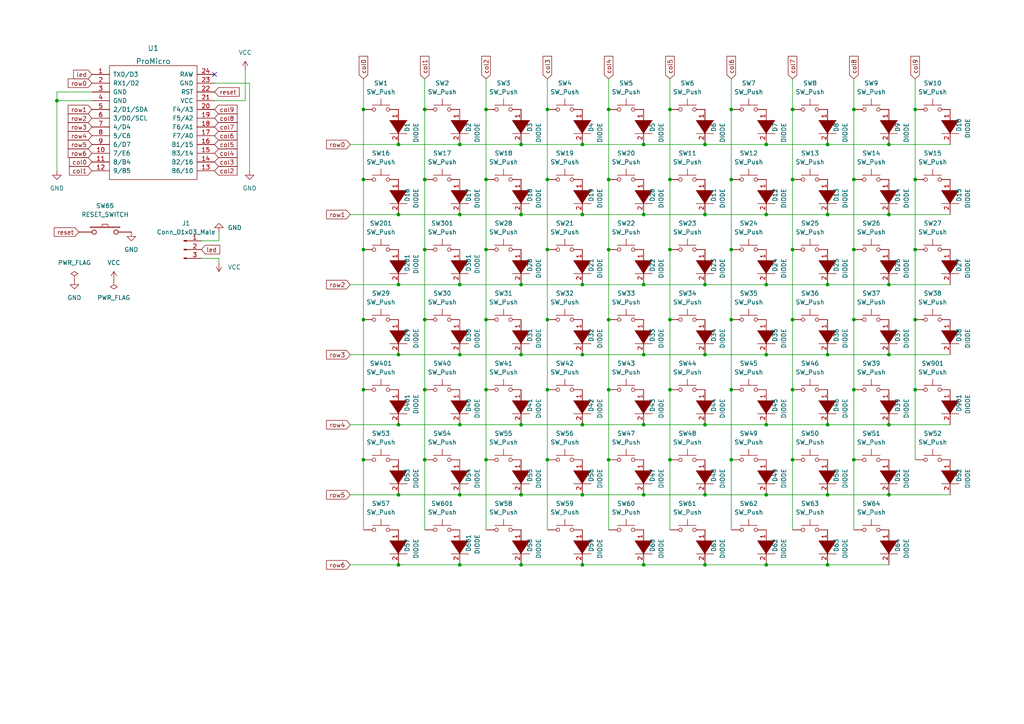
<source format=kicad_sch>
(kicad_sch (version 20211123) (generator eeschema)

  (uuid dea6b0be-88df-4603-b9a5-4c09c69a5ebf)

  (paper "A4")

  (title_block
    (title "MHKB")
    (date "2022-06-06")
    (rev "1.0")
  )

  (lib_symbols
    (symbol "Connector:Conn_01x03_Male" (pin_names (offset 1.016) hide) (in_bom yes) (on_board yes)
      (property "Reference" "J" (id 0) (at 0 5.08 0)
        (effects (font (size 1.27 1.27)))
      )
      (property "Value" "Conn_01x03_Male" (id 1) (at 0 -5.08 0)
        (effects (font (size 1.27 1.27)))
      )
      (property "Footprint" "" (id 2) (at 0 0 0)
        (effects (font (size 1.27 1.27)) hide)
      )
      (property "Datasheet" "~" (id 3) (at 0 0 0)
        (effects (font (size 1.27 1.27)) hide)
      )
      (property "ki_keywords" "connector" (id 4) (at 0 0 0)
        (effects (font (size 1.27 1.27)) hide)
      )
      (property "ki_description" "Generic connector, single row, 01x03, script generated (kicad-library-utils/schlib/autogen/connector/)" (id 5) (at 0 0 0)
        (effects (font (size 1.27 1.27)) hide)
      )
      (property "ki_fp_filters" "Connector*:*_1x??_*" (id 6) (at 0 0 0)
        (effects (font (size 1.27 1.27)) hide)
      )
      (symbol "Conn_01x03_Male_1_1"
        (polyline
          (pts
            (xy 1.27 -2.54)
            (xy 0.8636 -2.54)
          )
          (stroke (width 0.1524) (type default) (color 0 0 0 0))
          (fill (type none))
        )
        (polyline
          (pts
            (xy 1.27 0)
            (xy 0.8636 0)
          )
          (stroke (width 0.1524) (type default) (color 0 0 0 0))
          (fill (type none))
        )
        (polyline
          (pts
            (xy 1.27 2.54)
            (xy 0.8636 2.54)
          )
          (stroke (width 0.1524) (type default) (color 0 0 0 0))
          (fill (type none))
        )
        (rectangle (start 0.8636 -2.413) (end 0 -2.667)
          (stroke (width 0.1524) (type default) (color 0 0 0 0))
          (fill (type outline))
        )
        (rectangle (start 0.8636 0.127) (end 0 -0.127)
          (stroke (width 0.1524) (type default) (color 0 0 0 0))
          (fill (type outline))
        )
        (rectangle (start 0.8636 2.667) (end 0 2.413)
          (stroke (width 0.1524) (type default) (color 0 0 0 0))
          (fill (type outline))
        )
        (pin passive line (at 5.08 2.54 180) (length 3.81)
          (name "Pin_1" (effects (font (size 1.27 1.27))))
          (number "1" (effects (font (size 1.27 1.27))))
        )
        (pin passive line (at 5.08 0 180) (length 3.81)
          (name "Pin_2" (effects (font (size 1.27 1.27))))
          (number "2" (effects (font (size 1.27 1.27))))
        )
        (pin passive line (at 5.08 -2.54 180) (length 3.81)
          (name "Pin_3" (effects (font (size 1.27 1.27))))
          (number "3" (effects (font (size 1.27 1.27))))
        )
      )
    )
    (symbol "Switch:SW_Push" (pin_numbers hide) (pin_names (offset 1.016) hide) (in_bom yes) (on_board yes)
      (property "Reference" "SW" (id 0) (at 1.27 2.54 0)
        (effects (font (size 1.27 1.27)) (justify left))
      )
      (property "Value" "SW_Push" (id 1) (at 0 -1.524 0)
        (effects (font (size 1.27 1.27)))
      )
      (property "Footprint" "" (id 2) (at 0 5.08 0)
        (effects (font (size 1.27 1.27)) hide)
      )
      (property "Datasheet" "~" (id 3) (at 0 5.08 0)
        (effects (font (size 1.27 1.27)) hide)
      )
      (property "ki_keywords" "switch normally-open pushbutton push-button" (id 4) (at 0 0 0)
        (effects (font (size 1.27 1.27)) hide)
      )
      (property "ki_description" "Push button switch, generic, two pins" (id 5) (at 0 0 0)
        (effects (font (size 1.27 1.27)) hide)
      )
      (symbol "SW_Push_0_1"
        (circle (center -2.032 0) (radius 0.508)
          (stroke (width 0) (type default) (color 0 0 0 0))
          (fill (type none))
        )
        (polyline
          (pts
            (xy 0 1.27)
            (xy 0 3.048)
          )
          (stroke (width 0) (type default) (color 0 0 0 0))
          (fill (type none))
        )
        (polyline
          (pts
            (xy 2.54 1.27)
            (xy -2.54 1.27)
          )
          (stroke (width 0) (type default) (color 0 0 0 0))
          (fill (type none))
        )
        (circle (center 2.032 0) (radius 0.508)
          (stroke (width 0) (type default) (color 0 0 0 0))
          (fill (type none))
        )
        (pin passive line (at -5.08 0 0) (length 2.54)
          (name "1" (effects (font (size 1.27 1.27))))
          (number "1" (effects (font (size 1.27 1.27))))
        )
        (pin passive line (at 5.08 0 180) (length 2.54)
          (name "2" (effects (font (size 1.27 1.27))))
          (number "2" (effects (font (size 1.27 1.27))))
        )
      )
    )
    (symbol "kbd:ProMicro" (pin_names (offset 1.016)) (in_bom yes) (on_board yes)
      (property "Reference" "U" (id 0) (at 0 19.05 0)
        (effects (font (size 1.524 1.524)))
      )
      (property "Value" "ProMicro" (id 1) (at 0 -19.05 0)
        (effects (font (size 1.524 1.524)))
      )
      (property "Footprint" "" (id 2) (at 2.54 -26.67 0)
        (effects (font (size 1.524 1.524)))
      )
      (property "Datasheet" "" (id 3) (at 2.54 -26.67 0)
        (effects (font (size 1.524 1.524)))
      )
      (symbol "ProMicro_0_1"
        (rectangle (start -12.7 16.51) (end 12.7 -16.51)
          (stroke (width 0) (type default) (color 0 0 0 0))
          (fill (type none))
        )
      )
      (symbol "ProMicro_1_1"
        (pin bidirectional line (at -17.78 13.97 0) (length 5.08)
          (name "TX0/D3" (effects (font (size 1.27 1.27))))
          (number "1" (effects (font (size 1.27 1.27))))
        )
        (pin bidirectional line (at -17.78 -8.89 0) (length 5.08)
          (name "7/E6" (effects (font (size 1.27 1.27))))
          (number "10" (effects (font (size 1.27 1.27))))
        )
        (pin bidirectional line (at -17.78 -11.43 0) (length 5.08)
          (name "8/B4" (effects (font (size 1.27 1.27))))
          (number "11" (effects (font (size 1.27 1.27))))
        )
        (pin bidirectional line (at -17.78 -13.97 0) (length 5.08)
          (name "9/B5" (effects (font (size 1.27 1.27))))
          (number "12" (effects (font (size 1.27 1.27))))
        )
        (pin bidirectional line (at 17.78 -13.97 180) (length 5.08)
          (name "B6/10" (effects (font (size 1.27 1.27))))
          (number "13" (effects (font (size 1.27 1.27))))
        )
        (pin bidirectional line (at 17.78 -11.43 180) (length 5.08)
          (name "B2/16" (effects (font (size 1.27 1.27))))
          (number "14" (effects (font (size 1.27 1.27))))
        )
        (pin bidirectional line (at 17.78 -8.89 180) (length 5.08)
          (name "B3/14" (effects (font (size 1.27 1.27))))
          (number "15" (effects (font (size 1.27 1.27))))
        )
        (pin bidirectional line (at 17.78 -6.35 180) (length 5.08)
          (name "B1/15" (effects (font (size 1.27 1.27))))
          (number "16" (effects (font (size 1.27 1.27))))
        )
        (pin bidirectional line (at 17.78 -3.81 180) (length 5.08)
          (name "F7/A0" (effects (font (size 1.27 1.27))))
          (number "17" (effects (font (size 1.27 1.27))))
        )
        (pin bidirectional line (at 17.78 -1.27 180) (length 5.08)
          (name "F6/A1" (effects (font (size 1.27 1.27))))
          (number "18" (effects (font (size 1.27 1.27))))
        )
        (pin bidirectional line (at 17.78 1.27 180) (length 5.08)
          (name "F5/A2" (effects (font (size 1.27 1.27))))
          (number "19" (effects (font (size 1.27 1.27))))
        )
        (pin bidirectional line (at -17.78 11.43 0) (length 5.08)
          (name "RX1/D2" (effects (font (size 1.27 1.27))))
          (number "2" (effects (font (size 1.27 1.27))))
        )
        (pin bidirectional line (at 17.78 3.81 180) (length 5.08)
          (name "F4/A3" (effects (font (size 1.27 1.27))))
          (number "20" (effects (font (size 1.27 1.27))))
        )
        (pin power_in line (at 17.78 6.35 180) (length 5.08)
          (name "VCC" (effects (font (size 1.27 1.27))))
          (number "21" (effects (font (size 1.27 1.27))))
        )
        (pin input line (at 17.78 8.89 180) (length 5.08)
          (name "RST" (effects (font (size 1.27 1.27))))
          (number "22" (effects (font (size 1.27 1.27))))
        )
        (pin power_in line (at 17.78 11.43 180) (length 5.08)
          (name "GND" (effects (font (size 1.27 1.27))))
          (number "23" (effects (font (size 1.27 1.27))))
        )
        (pin power_out line (at 17.78 13.97 180) (length 5.08)
          (name "RAW" (effects (font (size 1.27 1.27))))
          (number "24" (effects (font (size 1.27 1.27))))
        )
        (pin power_in line (at -17.78 8.89 0) (length 5.08)
          (name "GND" (effects (font (size 1.27 1.27))))
          (number "3" (effects (font (size 1.27 1.27))))
        )
        (pin power_in line (at -17.78 6.35 0) (length 5.08)
          (name "GND" (effects (font (size 1.27 1.27))))
          (number "4" (effects (font (size 1.27 1.27))))
        )
        (pin bidirectional line (at -17.78 3.81 0) (length 5.08)
          (name "2/D1/SDA" (effects (font (size 1.27 1.27))))
          (number "5" (effects (font (size 1.27 1.27))))
        )
        (pin bidirectional line (at -17.78 1.27 0) (length 5.08)
          (name "3/D0/SCL" (effects (font (size 1.27 1.27))))
          (number "6" (effects (font (size 1.27 1.27))))
        )
        (pin bidirectional line (at -17.78 -1.27 0) (length 5.08)
          (name "4/D4" (effects (font (size 1.27 1.27))))
          (number "7" (effects (font (size 1.27 1.27))))
        )
        (pin bidirectional line (at -17.78 -3.81 0) (length 5.08)
          (name "5/C6" (effects (font (size 1.27 1.27))))
          (number "8" (effects (font (size 1.27 1.27))))
        )
        (pin bidirectional line (at -17.78 -6.35 0) (length 5.08)
          (name "6/D7" (effects (font (size 1.27 1.27))))
          (number "9" (effects (font (size 1.27 1.27))))
        )
      )
    )
    (symbol "kbd:SW_PUSH" (pin_numbers hide) (pin_names (offset 1.016) hide) (in_bom yes) (on_board yes)
      (property "Reference" "SW" (id 0) (at 3.81 2.794 0)
        (effects (font (size 1.27 1.27)))
      )
      (property "Value" "SW_PUSH" (id 1) (at 0 -2.032 0)
        (effects (font (size 1.27 1.27)))
      )
      (property "Footprint" "" (id 2) (at 0 0 0)
        (effects (font (size 1.27 1.27)))
      )
      (property "Datasheet" "" (id 3) (at 0 0 0)
        (effects (font (size 1.27 1.27)))
      )
      (symbol "SW_PUSH_0_1"
        (rectangle (start -4.318 1.27) (end 4.318 1.524)
          (stroke (width 0) (type default) (color 0 0 0 0))
          (fill (type none))
        )
        (polyline
          (pts
            (xy -1.016 1.524)
            (xy -0.762 2.286)
            (xy 0.762 2.286)
            (xy 1.016 1.524)
          )
          (stroke (width 0) (type default) (color 0 0 0 0))
          (fill (type none))
        )
        (pin passive inverted (at -7.62 0 0) (length 5.08)
          (name "1" (effects (font (size 1.27 1.27))))
          (number "1" (effects (font (size 1.27 1.27))))
        )
        (pin passive inverted (at 7.62 0 180) (length 5.08)
          (name "2" (effects (font (size 1.27 1.27))))
          (number "2" (effects (font (size 1.27 1.27))))
        )
      )
    )
    (symbol "power:GND" (power) (pin_names (offset 0)) (in_bom yes) (on_board yes)
      (property "Reference" "#PWR" (id 0) (at 0 -6.35 0)
        (effects (font (size 1.27 1.27)) hide)
      )
      (property "Value" "GND" (id 1) (at 0 -3.81 0)
        (effects (font (size 1.27 1.27)))
      )
      (property "Footprint" "" (id 2) (at 0 0 0)
        (effects (font (size 1.27 1.27)) hide)
      )
      (property "Datasheet" "" (id 3) (at 0 0 0)
        (effects (font (size 1.27 1.27)) hide)
      )
      (property "ki_keywords" "power-flag" (id 4) (at 0 0 0)
        (effects (font (size 1.27 1.27)) hide)
      )
      (property "ki_description" "Power symbol creates a global label with name \"GND\" , ground" (id 5) (at 0 0 0)
        (effects (font (size 1.27 1.27)) hide)
      )
      (symbol "GND_0_1"
        (polyline
          (pts
            (xy 0 0)
            (xy 0 -1.27)
            (xy 1.27 -1.27)
            (xy 0 -2.54)
            (xy -1.27 -1.27)
            (xy 0 -1.27)
          )
          (stroke (width 0) (type default) (color 0 0 0 0))
          (fill (type none))
        )
      )
      (symbol "GND_1_1"
        (pin power_in line (at 0 0 270) (length 0) hide
          (name "GND" (effects (font (size 1.27 1.27))))
          (number "1" (effects (font (size 1.27 1.27))))
        )
      )
    )
    (symbol "power:PWR_FLAG" (power) (pin_numbers hide) (pin_names (offset 0) hide) (in_bom yes) (on_board yes)
      (property "Reference" "#FLG" (id 0) (at 0 1.905 0)
        (effects (font (size 1.27 1.27)) hide)
      )
      (property "Value" "PWR_FLAG" (id 1) (at 0 3.81 0)
        (effects (font (size 1.27 1.27)))
      )
      (property "Footprint" "" (id 2) (at 0 0 0)
        (effects (font (size 1.27 1.27)) hide)
      )
      (property "Datasheet" "~" (id 3) (at 0 0 0)
        (effects (font (size 1.27 1.27)) hide)
      )
      (property "ki_keywords" "power-flag" (id 4) (at 0 0 0)
        (effects (font (size 1.27 1.27)) hide)
      )
      (property "ki_description" "Special symbol for telling ERC where power comes from" (id 5) (at 0 0 0)
        (effects (font (size 1.27 1.27)) hide)
      )
      (symbol "PWR_FLAG_0_0"
        (pin power_out line (at 0 0 90) (length 0)
          (name "pwr" (effects (font (size 1.27 1.27))))
          (number "1" (effects (font (size 1.27 1.27))))
        )
      )
      (symbol "PWR_FLAG_0_1"
        (polyline
          (pts
            (xy 0 0)
            (xy 0 1.27)
            (xy -1.016 1.905)
            (xy 0 2.54)
            (xy 1.016 1.905)
            (xy 0 1.27)
          )
          (stroke (width 0) (type default) (color 0 0 0 0))
          (fill (type none))
        )
      )
    )
    (symbol "power:VCC" (power) (pin_names (offset 0)) (in_bom yes) (on_board yes)
      (property "Reference" "#PWR" (id 0) (at 0 -3.81 0)
        (effects (font (size 1.27 1.27)) hide)
      )
      (property "Value" "VCC" (id 1) (at 0 3.81 0)
        (effects (font (size 1.27 1.27)))
      )
      (property "Footprint" "" (id 2) (at 0 0 0)
        (effects (font (size 1.27 1.27)) hide)
      )
      (property "Datasheet" "" (id 3) (at 0 0 0)
        (effects (font (size 1.27 1.27)) hide)
      )
      (property "ki_keywords" "power-flag" (id 4) (at 0 0 0)
        (effects (font (size 1.27 1.27)) hide)
      )
      (property "ki_description" "Power symbol creates a global label with name \"VCC\"" (id 5) (at 0 0 0)
        (effects (font (size 1.27 1.27)) hide)
      )
      (symbol "VCC_0_1"
        (polyline
          (pts
            (xy -0.762 1.27)
            (xy 0 2.54)
          )
          (stroke (width 0) (type default) (color 0 0 0 0))
          (fill (type none))
        )
        (polyline
          (pts
            (xy 0 0)
            (xy 0 2.54)
          )
          (stroke (width 0) (type default) (color 0 0 0 0))
          (fill (type none))
        )
        (polyline
          (pts
            (xy 0 2.54)
            (xy 0.762 1.27)
          )
          (stroke (width 0) (type default) (color 0 0 0 0))
          (fill (type none))
        )
      )
      (symbol "VCC_1_1"
        (pin power_in line (at 0 0 90) (length 0) hide
          (name "VCC" (effects (font (size 1.27 1.27))))
          (number "1" (effects (font (size 1.27 1.27))))
        )
      )
    )
    (symbol "pspice:DIODE" (pin_names (offset 1.016) hide) (in_bom yes) (on_board yes)
      (property "Reference" "D" (id 0) (at 0 3.81 0)
        (effects (font (size 1.27 1.27)))
      )
      (property "Value" "DIODE" (id 1) (at 0 -4.445 0)
        (effects (font (size 1.27 1.27)))
      )
      (property "Footprint" "" (id 2) (at 0 0 0)
        (effects (font (size 1.27 1.27)) hide)
      )
      (property "Datasheet" "~" (id 3) (at 0 0 0)
        (effects (font (size 1.27 1.27)) hide)
      )
      (property "ki_keywords" "simulation" (id 4) (at 0 0 0)
        (effects (font (size 1.27 1.27)) hide)
      )
      (property "ki_description" "Diode symbol for simulation only. Pin order incompatible with official kicad footprints" (id 5) (at 0 0 0)
        (effects (font (size 1.27 1.27)) hide)
      )
      (symbol "DIODE_0_1"
        (polyline
          (pts
            (xy 1.905 2.54)
            (xy 1.905 -2.54)
          )
          (stroke (width 0) (type default) (color 0 0 0 0))
          (fill (type none))
        )
        (polyline
          (pts
            (xy -1.905 2.54)
            (xy -1.905 -2.54)
            (xy 1.905 0)
          )
          (stroke (width 0) (type default) (color 0 0 0 0))
          (fill (type outline))
        )
      )
      (symbol "DIODE_1_1"
        (pin input line (at -5.08 0 0) (length 3.81)
          (name "K" (effects (font (size 1.27 1.27))))
          (number "1" (effects (font (size 1.27 1.27))))
        )
        (pin input line (at 5.08 0 180) (length 3.81)
          (name "A" (effects (font (size 1.27 1.27))))
          (number "2" (effects (font (size 1.27 1.27))))
        )
      )
    )
  )

  (junction (at 265.43 52.07) (diameter 0) (color 0 0 0 0)
    (uuid 00e9ca3c-1347-445d-b4ff-a36b5a9f9ee7)
  )
  (junction (at 186.69 62.23) (diameter 0) (color 0 0 0 0)
    (uuid 00f21bad-2447-48f2-b895-2e0b95f5af40)
  )
  (junction (at 194.31 52.07) (diameter 0) (color 0 0 0 0)
    (uuid 01b1c80a-1fe6-46ab-bf62-f47f6ab5a216)
  )
  (junction (at 204.47 62.23) (diameter 0) (color 0 0 0 0)
    (uuid 01fca27f-cdd4-4f29-b6f9-99139462ad47)
  )
  (junction (at 115.57 143.51) (diameter 0) (color 0 0 0 0)
    (uuid 029a284a-a0f2-41df-9daf-5478dc7964f8)
  )
  (junction (at 222.25 102.87) (diameter 0) (color 0 0 0 0)
    (uuid 0357c1ad-8981-4732-bdf9-ccec67e9c942)
  )
  (junction (at 186.69 123.19) (diameter 0) (color 0 0 0 0)
    (uuid 064609cb-a209-4ac7-9826-767099a9cc1e)
  )
  (junction (at 240.03 82.55) (diameter 0) (color 0 0 0 0)
    (uuid 0986c137-9536-4938-ad19-7fc4f256d054)
  )
  (junction (at 222.25 41.91) (diameter 0) (color 0 0 0 0)
    (uuid 0ae58169-2e25-4990-9087-68667a0c252f)
  )
  (junction (at 168.91 123.19) (diameter 0) (color 0 0 0 0)
    (uuid 0d8532dc-af14-432d-8b24-b7f59b8cadfe)
  )
  (junction (at 222.25 163.83) (diameter 0) (color 0 0 0 0)
    (uuid 0da9d924-5277-4cea-8852-e55e460285bb)
  )
  (junction (at 247.65 31.75) (diameter 0) (color 0 0 0 0)
    (uuid 19384352-5ac6-433f-8346-6fe56a17f358)
  )
  (junction (at 257.81 143.51) (diameter 0) (color 0 0 0 0)
    (uuid 1a83a2a9-0862-4fa8-aad5-ac0b1cdd95d8)
  )
  (junction (at 229.87 72.39) (diameter 0) (color 0 0 0 0)
    (uuid 215ed84d-cb96-49ec-8caa-1293589b0392)
  )
  (junction (at 240.03 163.83) (diameter 0) (color 0 0 0 0)
    (uuid 222e96d7-a99b-4bb4-a366-8dbbdaf1776a)
  )
  (junction (at 186.69 143.51) (diameter 0) (color 0 0 0 0)
    (uuid 224a844e-9404-4438-a61f-f8cf24799587)
  )
  (junction (at 123.19 133.35) (diameter 0) (color 0 0 0 0)
    (uuid 242fec41-96de-4ac6-9065-2a9dfe6d4ec2)
  )
  (junction (at 204.47 123.19) (diameter 0) (color 0 0 0 0)
    (uuid 25527d18-d13f-4da0-9ac9-1fc18abedd83)
  )
  (junction (at 105.41 72.39) (diameter 0) (color 0 0 0 0)
    (uuid 2629274e-ddf1-41fd-8cf2-1a641074ec17)
  )
  (junction (at 151.13 82.55) (diameter 0) (color 0 0 0 0)
    (uuid 294ed3f6-91a5-4f1c-9611-999e3a20c199)
  )
  (junction (at 247.65 52.07) (diameter 0) (color 0 0 0 0)
    (uuid 2ae2f26f-5c95-4376-843b-be3bee2fe504)
  )
  (junction (at 115.57 41.91) (diameter 0) (color 0 0 0 0)
    (uuid 3149809f-1a6f-4817-9aa9-7263d9746438)
  )
  (junction (at 212.09 113.03) (diameter 0) (color 0 0 0 0)
    (uuid 3294c396-37bb-48b7-ac06-ec4b781c3c0b)
  )
  (junction (at 265.43 113.03) (diameter 0) (color 0 0 0 0)
    (uuid 34269da6-4df6-4364-b5f5-47fcf009b2b2)
  )
  (junction (at 240.03 62.23) (diameter 0) (color 0 0 0 0)
    (uuid 3859d713-ac1a-484e-97a3-4b0299444cbf)
  )
  (junction (at 204.47 163.83) (diameter 0) (color 0 0 0 0)
    (uuid 3c9adf9d-bd8b-43f5-834b-83e25724e2e3)
  )
  (junction (at 123.19 31.75) (diameter 0) (color 0 0 0 0)
    (uuid 3ceeb065-b5f3-42c7-9cd3-9c37768301ef)
  )
  (junction (at 140.97 92.71) (diameter 0) (color 0 0 0 0)
    (uuid 428d67de-a7d1-4a16-a1c6-8e57f96c16c1)
  )
  (junction (at 168.91 62.23) (diameter 0) (color 0 0 0 0)
    (uuid 43f41f1d-f165-486c-9d5b-2d4929b768f8)
  )
  (junction (at 105.41 92.71) (diameter 0) (color 0 0 0 0)
    (uuid 441f0dab-5632-4cd5-8d27-34083e0882a2)
  )
  (junction (at 186.69 163.83) (diameter 0) (color 0 0 0 0)
    (uuid 476b7444-0279-4f0b-8fef-db92a840b708)
  )
  (junction (at 204.47 41.91) (diameter 0) (color 0 0 0 0)
    (uuid 4a02bea0-d109-4a68-8e22-46f8dd9f999b)
  )
  (junction (at 151.13 102.87) (diameter 0) (color 0 0 0 0)
    (uuid 4a7cc281-50a3-449f-9d54-65313a1df0d3)
  )
  (junction (at 115.57 82.55) (diameter 0) (color 0 0 0 0)
    (uuid 4c6ec823-1856-4b47-854c-2b5dca567531)
  )
  (junction (at 240.03 41.91) (diameter 0) (color 0 0 0 0)
    (uuid 4c98bdc4-7461-4877-8cea-c41e4d4f4ffd)
  )
  (junction (at 158.75 52.07) (diameter 0) (color 0 0 0 0)
    (uuid 4db3f679-fa6c-4364-8409-ce5ce63320aa)
  )
  (junction (at 151.13 41.91) (diameter 0) (color 0 0 0 0)
    (uuid 4dde50b7-c146-4061-80df-c93494b255a2)
  )
  (junction (at 133.35 62.23) (diameter 0) (color 0 0 0 0)
    (uuid 4ef54b33-9792-4fc6-b025-eecd50cab88e)
  )
  (junction (at 222.25 123.19) (diameter 0) (color 0 0 0 0)
    (uuid 5350ff06-4262-429f-b28a-88154b8489c6)
  )
  (junction (at 168.91 82.55) (diameter 0) (color 0 0 0 0)
    (uuid 5409fa3c-ac89-4231-818e-85b8ae88f956)
  )
  (junction (at 151.13 163.83) (diameter 0) (color 0 0 0 0)
    (uuid 58d66fa4-2971-43a4-94e9-be46434e3beb)
  )
  (junction (at 158.75 92.71) (diameter 0) (color 0 0 0 0)
    (uuid 5bf09ae3-515c-40a3-a79b-f1aa731ddfb7)
  )
  (junction (at 176.53 31.75) (diameter 0) (color 0 0 0 0)
    (uuid 5d0eabf9-afe9-468b-9b87-75bc77420948)
  )
  (junction (at 265.43 92.71) (diameter 0) (color 0 0 0 0)
    (uuid 5e3d9e64-c11e-4d62-9535-6db712486803)
  )
  (junction (at 16.51 29.21) (diameter 0) (color 0 0 0 0)
    (uuid 5e403ec5-c3ff-4093-a546-eff41d7e1884)
  )
  (junction (at 194.31 31.75) (diameter 0) (color 0 0 0 0)
    (uuid 619e10cd-2ed2-4550-9a0a-4488a7cd784c)
  )
  (junction (at 168.91 163.83) (diameter 0) (color 0 0 0 0)
    (uuid 62f91832-0979-4939-9eb2-dee85e34e9f5)
  )
  (junction (at 229.87 92.71) (diameter 0) (color 0 0 0 0)
    (uuid 68ee6a82-79ee-46a1-b55c-3fd40b7075a1)
  )
  (junction (at 140.97 113.03) (diameter 0) (color 0 0 0 0)
    (uuid 6baca2a3-4270-42f0-8c39-e41048e13a31)
  )
  (junction (at 247.65 92.71) (diameter 0) (color 0 0 0 0)
    (uuid 6be3cdb5-9b48-474b-8e0b-b2e7cf2462cf)
  )
  (junction (at 240.03 123.19) (diameter 0) (color 0 0 0 0)
    (uuid 6c0fc899-75b5-480c-a2bb-ec5c45d2e0fd)
  )
  (junction (at 186.69 82.55) (diameter 0) (color 0 0 0 0)
    (uuid 6d44e96d-a6a7-45d7-9155-cc05b2d7cadd)
  )
  (junction (at 204.47 143.51) (diameter 0) (color 0 0 0 0)
    (uuid 6df68910-731a-4233-91da-6e875a8622dd)
  )
  (junction (at 212.09 72.39) (diameter 0) (color 0 0 0 0)
    (uuid 6f427f85-4db8-4b74-b42f-0772a7aa7ed7)
  )
  (junction (at 212.09 92.71) (diameter 0) (color 0 0 0 0)
    (uuid 6fe5f966-90ba-4b38-af03-2f8ea6f3d456)
  )
  (junction (at 168.91 143.51) (diameter 0) (color 0 0 0 0)
    (uuid 708b673e-0095-419f-9d28-fc97302a7244)
  )
  (junction (at 186.69 41.91) (diameter 0) (color 0 0 0 0)
    (uuid 720d49f8-2fbe-4737-94f1-f8645ac8d562)
  )
  (junction (at 240.03 102.87) (diameter 0) (color 0 0 0 0)
    (uuid 75924f36-ac62-44e4-9810-c65398b4def8)
  )
  (junction (at 229.87 133.35) (diameter 0) (color 0 0 0 0)
    (uuid 75986d45-9176-45d5-bd9c-6b7906a31980)
  )
  (junction (at 176.53 52.07) (diameter 0) (color 0 0 0 0)
    (uuid 78d13591-f7e9-4f8b-a698-1e1747e92e7f)
  )
  (junction (at 222.25 62.23) (diameter 0) (color 0 0 0 0)
    (uuid 79659f33-76ae-4fa0-8d48-a2daf0993043)
  )
  (junction (at 229.87 113.03) (diameter 0) (color 0 0 0 0)
    (uuid 798b71f0-b8d6-4285-956d-e69cfbf55552)
  )
  (junction (at 168.91 41.91) (diameter 0) (color 0 0 0 0)
    (uuid 7ba628b2-ea7f-454d-9f56-ad484cdee195)
  )
  (junction (at 222.25 82.55) (diameter 0) (color 0 0 0 0)
    (uuid 7d0da3eb-a525-49ab-842e-dd16dd4e8106)
  )
  (junction (at 194.31 113.03) (diameter 0) (color 0 0 0 0)
    (uuid 88da62b4-c608-4929-aac2-9269ae78c1ea)
  )
  (junction (at 229.87 31.75) (diameter 0) (color 0 0 0 0)
    (uuid 891c3e3b-7767-430b-9797-ee38138e3c9f)
  )
  (junction (at 105.41 52.07) (diameter 0) (color 0 0 0 0)
    (uuid 89249e6f-5a58-4d2c-84c1-650143323ba1)
  )
  (junction (at 257.81 102.87) (diameter 0) (color 0 0 0 0)
    (uuid 8af41a80-d14e-4ab1-bbaa-90cdc9f636e8)
  )
  (junction (at 140.97 52.07) (diameter 0) (color 0 0 0 0)
    (uuid 910af4f2-ef07-45a1-bd5d-ff7cf86644e4)
  )
  (junction (at 176.53 133.35) (diameter 0) (color 0 0 0 0)
    (uuid 9477b8bc-9b28-40ed-b6ba-66ee29a181b3)
  )
  (junction (at 115.57 163.83) (diameter 0) (color 0 0 0 0)
    (uuid 94af06d5-cd61-4896-925e-e1b0866c83ef)
  )
  (junction (at 140.97 72.39) (diameter 0) (color 0 0 0 0)
    (uuid 95b6edb6-7b6f-4874-b72b-33a5120d5692)
  )
  (junction (at 212.09 31.75) (diameter 0) (color 0 0 0 0)
    (uuid 9655292e-0146-43d6-9ee2-386510aee313)
  )
  (junction (at 247.65 113.03) (diameter 0) (color 0 0 0 0)
    (uuid 98524749-1cc9-4a86-8a62-ce03d369a1fe)
  )
  (junction (at 140.97 31.75) (diameter 0) (color 0 0 0 0)
    (uuid 98b03723-ad7f-4490-963a-80cf1d26d999)
  )
  (junction (at 212.09 133.35) (diameter 0) (color 0 0 0 0)
    (uuid 99d4acd1-85ee-4863-9371-5b3b08edd771)
  )
  (junction (at 265.43 31.75) (diameter 0) (color 0 0 0 0)
    (uuid 9d4b0420-737c-454d-9a98-72d4718f6405)
  )
  (junction (at 115.57 62.23) (diameter 0) (color 0 0 0 0)
    (uuid a11b4d1a-4fe1-4004-a9bf-5db7c5f91803)
  )
  (junction (at 204.47 102.87) (diameter 0) (color 0 0 0 0)
    (uuid a307e7a0-8431-40cf-8ac9-941eb35e8096)
  )
  (junction (at 115.57 123.19) (diameter 0) (color 0 0 0 0)
    (uuid a398ea22-da55-47c6-8e95-dd58ede8b9f5)
  )
  (junction (at 265.43 72.39) (diameter 0) (color 0 0 0 0)
    (uuid a78ad5ed-e875-4c5d-bbdc-69f4eda4cc4b)
  )
  (junction (at 151.13 143.51) (diameter 0) (color 0 0 0 0)
    (uuid a7a571e7-9199-414e-b182-7bbb3447e71d)
  )
  (junction (at 133.35 102.87) (diameter 0) (color 0 0 0 0)
    (uuid a947a572-5db1-4a33-a859-ab5768b88e91)
  )
  (junction (at 133.35 41.91) (diameter 0) (color 0 0 0 0)
    (uuid b116683d-d0fd-4dbf-b2f5-3fe3c4c5e16d)
  )
  (junction (at 133.35 123.19) (diameter 0) (color 0 0 0 0)
    (uuid b1932125-64bb-4793-8f2c-67f11a878aeb)
  )
  (junction (at 229.87 52.07) (diameter 0) (color 0 0 0 0)
    (uuid b553e9ab-b055-42e0-95ef-a4419ce49a64)
  )
  (junction (at 140.97 133.35) (diameter 0) (color 0 0 0 0)
    (uuid b629e0ae-4f8a-4f39-818f-c45476bf0dbc)
  )
  (junction (at 105.41 31.75) (diameter 0) (color 0 0 0 0)
    (uuid b7bc1706-0a24-458d-88b4-9fb0e7efe7f3)
  )
  (junction (at 186.69 102.87) (diameter 0) (color 0 0 0 0)
    (uuid bc90f6b5-9946-4252-a150-561ad32c6e40)
  )
  (junction (at 257.81 41.91) (diameter 0) (color 0 0 0 0)
    (uuid c01c3dbc-1fa4-4621-b2d1-93fdf8d91758)
  )
  (junction (at 194.31 133.35) (diameter 0) (color 0 0 0 0)
    (uuid c023eb59-c1a3-4d90-87eb-b01641e43925)
  )
  (junction (at 240.03 143.51) (diameter 0) (color 0 0 0 0)
    (uuid c02933a0-57de-4778-a84a-72060375c1d0)
  )
  (junction (at 115.57 102.87) (diameter 0) (color 0 0 0 0)
    (uuid c1011265-5d9d-41ca-b3a3-c1924995ca4d)
  )
  (junction (at 212.09 52.07) (diameter 0) (color 0 0 0 0)
    (uuid c67b4303-f32c-495a-a426-2e60daca74e3)
  )
  (junction (at 257.81 123.19) (diameter 0) (color 0 0 0 0)
    (uuid c712674a-ef81-4932-81bf-c2a9eaef6499)
  )
  (junction (at 158.75 31.75) (diameter 0) (color 0 0 0 0)
    (uuid cc660b25-d765-4081-8a17-ec441fe1dd07)
  )
  (junction (at 204.47 82.55) (diameter 0) (color 0 0 0 0)
    (uuid cf2343e1-eb10-4fda-b9bb-603d11272a7a)
  )
  (junction (at 257.81 82.55) (diameter 0) (color 0 0 0 0)
    (uuid d3362795-ce98-450f-80b4-6b2ee6f7bcc9)
  )
  (junction (at 105.41 133.35) (diameter 0) (color 0 0 0 0)
    (uuid d33b39ad-45d4-4828-a98f-875ba7bc30a8)
  )
  (junction (at 133.35 143.51) (diameter 0) (color 0 0 0 0)
    (uuid d6a1f04f-b17f-4770-a2f4-990d66ebd154)
  )
  (junction (at 158.75 113.03) (diameter 0) (color 0 0 0 0)
    (uuid d6bf80d2-0a1c-492e-931e-ab0b671fabbb)
  )
  (junction (at 133.35 82.55) (diameter 0) (color 0 0 0 0)
    (uuid da000de0-07f4-4692-a72e-089498d9e550)
  )
  (junction (at 123.19 113.03) (diameter 0) (color 0 0 0 0)
    (uuid da740cc3-3fd5-41a1-b1e6-5af2160d8963)
  )
  (junction (at 194.31 92.71) (diameter 0) (color 0 0 0 0)
    (uuid db0d7919-b41d-4d67-ad4f-9f6454109896)
  )
  (junction (at 105.41 113.03) (diameter 0) (color 0 0 0 0)
    (uuid dc2f5b68-2666-4512-90e9-d9a2554127ac)
  )
  (junction (at 176.53 113.03) (diameter 0) (color 0 0 0 0)
    (uuid df7404ae-1adb-493a-8597-a7681a06563f)
  )
  (junction (at 151.13 62.23) (diameter 0) (color 0 0 0 0)
    (uuid e26fb7da-ebe2-4d0a-afce-ba1a662e635a)
  )
  (junction (at 123.19 52.07) (diameter 0) (color 0 0 0 0)
    (uuid e2991c94-f63d-4325-904d-07e1475c8fe0)
  )
  (junction (at 158.75 133.35) (diameter 0) (color 0 0 0 0)
    (uuid e39d6153-49cd-4823-9f85-570c914b2d0b)
  )
  (junction (at 247.65 133.35) (diameter 0) (color 0 0 0 0)
    (uuid e5cb2e41-8153-4ef6-bf55-4db1a6723798)
  )
  (junction (at 123.19 72.39) (diameter 0) (color 0 0 0 0)
    (uuid e7b4079b-f58c-4a61-b239-b5d94ad3372b)
  )
  (junction (at 151.13 123.19) (diameter 0) (color 0 0 0 0)
    (uuid ea430246-5489-4a2a-b2be-2ef9f28090b9)
  )
  (junction (at 168.91 102.87) (diameter 0) (color 0 0 0 0)
    (uuid ed2378b6-36a8-4f96-aae8-066c8923b611)
  )
  (junction (at 176.53 92.71) (diameter 0) (color 0 0 0 0)
    (uuid edc083a2-c91b-4593-9eb8-954e1abb4648)
  )
  (junction (at 247.65 72.39) (diameter 0) (color 0 0 0 0)
    (uuid ee843e08-4d6c-4a94-8fc5-66fd3c069114)
  )
  (junction (at 257.81 62.23) (diameter 0) (color 0 0 0 0)
    (uuid f72dbdf1-10c0-4e8f-9150-481622f531a4)
  )
  (junction (at 194.31 72.39) (diameter 0) (color 0 0 0 0)
    (uuid f8084bdc-4b8b-4df7-bc09-53256b4b0844)
  )
  (junction (at 123.19 92.71) (diameter 0) (color 0 0 0 0)
    (uuid f96a9c9a-898e-4579-9d30-dc4e534bf69d)
  )
  (junction (at 133.35 163.83) (diameter 0) (color 0 0 0 0)
    (uuid fa8a3030-7719-406e-a0f4-9e0c80b90bbe)
  )
  (junction (at 222.25 143.51) (diameter 0) (color 0 0 0 0)
    (uuid fce8dfa7-6a45-42c2-adab-f2be33dd309c)
  )
  (junction (at 176.53 72.39) (diameter 0) (color 0 0 0 0)
    (uuid fe765699-6f79-4246-85e5-9bce098ddcca)
  )
  (junction (at 158.75 72.39) (diameter 0) (color 0 0 0 0)
    (uuid ffe2691d-bced-47e7-8110-8411c85ffe1a)
  )

  (no_connect (at 62.23 21.59) (uuid 0c7a1f76-6b13-4b13-b35c-06eff7d82650))

  (wire (pts (xy 115.57 143.51) (xy 133.35 143.51))
    (stroke (width 0) (type default) (color 0 0 0 0))
    (uuid 018852cc-4af1-4695-8d53-d5de2320a72f)
  )
  (wire (pts (xy 158.75 22.86) (xy 158.75 31.75))
    (stroke (width 0) (type default) (color 0 0 0 0))
    (uuid 0442262f-61f3-4f67-aef8-2571beb8b2d9)
  )
  (wire (pts (xy 222.25 163.83) (xy 240.03 163.83))
    (stroke (width 0) (type default) (color 0 0 0 0))
    (uuid 078e0105-21de-4394-81cc-6a0c55099a58)
  )
  (wire (pts (xy 123.19 31.75) (xy 123.19 52.07))
    (stroke (width 0) (type default) (color 0 0 0 0))
    (uuid 0807548f-a83b-4322-b760-b2c40bf08601)
  )
  (wire (pts (xy 133.35 62.23) (xy 151.13 62.23))
    (stroke (width 0) (type default) (color 0 0 0 0))
    (uuid 084becf7-221e-420a-ae75-45d6ec772580)
  )
  (wire (pts (xy 212.09 133.35) (xy 212.09 153.67))
    (stroke (width 0) (type default) (color 0 0 0 0))
    (uuid 08cde57b-bf37-4d44-b65c-8ca76dae2de7)
  )
  (wire (pts (xy 168.91 82.55) (xy 186.69 82.55))
    (stroke (width 0) (type default) (color 0 0 0 0))
    (uuid 09d26a24-acfb-4837-b646-911c05590c62)
  )
  (wire (pts (xy 240.03 62.23) (xy 257.81 62.23))
    (stroke (width 0) (type default) (color 0 0 0 0))
    (uuid 0b66ccbc-fa26-4969-90ef-a86c8d6c622e)
  )
  (wire (pts (xy 140.97 133.35) (xy 140.97 153.67))
    (stroke (width 0) (type default) (color 0 0 0 0))
    (uuid 0d28d722-f19a-438c-b492-ccbd9979908a)
  )
  (wire (pts (xy 58.42 74.93) (xy 63.5 74.93))
    (stroke (width 0) (type default) (color 0 0 0 0))
    (uuid 0d67ccf0-79ba-4556-82af-b5cf8cb1c145)
  )
  (wire (pts (xy 123.19 22.86) (xy 123.19 31.75))
    (stroke (width 0) (type default) (color 0 0 0 0))
    (uuid 0f820a0a-a38b-4a5c-afe7-96abc6c31055)
  )
  (wire (pts (xy 62.23 29.21) (xy 71.12 29.21))
    (stroke (width 0) (type default) (color 0 0 0 0))
    (uuid 0ff0025b-0587-4fd2-bef6-cadb40d22c19)
  )
  (wire (pts (xy 105.41 133.35) (xy 105.41 153.67))
    (stroke (width 0) (type default) (color 0 0 0 0))
    (uuid 11153c0b-2704-4060-af8c-cdd0d34e498c)
  )
  (wire (pts (xy 133.35 82.55) (xy 151.13 82.55))
    (stroke (width 0) (type default) (color 0 0 0 0))
    (uuid 11405d92-2f28-49f2-8882-dfbba9b3d3b2)
  )
  (wire (pts (xy 212.09 113.03) (xy 212.09 133.35))
    (stroke (width 0) (type default) (color 0 0 0 0))
    (uuid 12eebfc0-abc8-4237-8b56-076902f37c21)
  )
  (wire (pts (xy 140.97 92.71) (xy 140.97 113.03))
    (stroke (width 0) (type default) (color 0 0 0 0))
    (uuid 14270cb4-1612-4d11-b32c-ada9b86387da)
  )
  (wire (pts (xy 123.19 52.07) (xy 123.19 72.39))
    (stroke (width 0) (type default) (color 0 0 0 0))
    (uuid 147a2a85-1547-49d0-9e10-9fdf2c5c3f70)
  )
  (wire (pts (xy 265.43 92.71) (xy 265.43 113.03))
    (stroke (width 0) (type default) (color 0 0 0 0))
    (uuid 16492bed-4f4b-41b1-9271-08915fad13a7)
  )
  (wire (pts (xy 62.23 24.13) (xy 72.39 24.13))
    (stroke (width 0) (type default) (color 0 0 0 0))
    (uuid 1825e651-807e-4386-b67b-27ed9ffae86d)
  )
  (wire (pts (xy 123.19 72.39) (xy 123.19 92.71))
    (stroke (width 0) (type default) (color 0 0 0 0))
    (uuid 19394d6f-a0be-42ff-b1fc-90c3dc8620c2)
  )
  (wire (pts (xy 115.57 41.91) (xy 133.35 41.91))
    (stroke (width 0) (type default) (color 0 0 0 0))
    (uuid 1b2cd248-f317-405b-a27f-c9b008dafdd3)
  )
  (wire (pts (xy 26.67 26.67) (xy 16.51 26.67))
    (stroke (width 0) (type default) (color 0 0 0 0))
    (uuid 1b906c92-c194-41bc-80ba-f3d74fec4d40)
  )
  (wire (pts (xy 158.75 72.39) (xy 158.75 92.71))
    (stroke (width 0) (type default) (color 0 0 0 0))
    (uuid 1bdd8344-1830-4429-973a-814aba8427eb)
  )
  (wire (pts (xy 105.41 92.71) (xy 105.41 113.03))
    (stroke (width 0) (type default) (color 0 0 0 0))
    (uuid 1c8bac4a-0ac2-46b7-a26f-af2fbcf93857)
  )
  (wire (pts (xy 26.67 29.21) (xy 16.51 29.21))
    (stroke (width 0) (type default) (color 0 0 0 0))
    (uuid 1c943272-727a-4c5b-9ac9-8d79b6a299b1)
  )
  (wire (pts (xy 16.51 26.67) (xy 16.51 29.21))
    (stroke (width 0) (type default) (color 0 0 0 0))
    (uuid 1d73ce5a-1562-4a67-8510-6278a8a3de4f)
  )
  (wire (pts (xy 140.97 31.75) (xy 140.97 52.07))
    (stroke (width 0) (type default) (color 0 0 0 0))
    (uuid 1e6ff889-ee06-46b4-9260-4aa83ddfa84e)
  )
  (wire (pts (xy 212.09 31.75) (xy 212.09 52.07))
    (stroke (width 0) (type default) (color 0 0 0 0))
    (uuid 1fcbb912-dff6-4015-9593-fe5147b75c05)
  )
  (wire (pts (xy 222.25 102.87) (xy 240.03 102.87))
    (stroke (width 0) (type default) (color 0 0 0 0))
    (uuid 20c0f182-8b81-4c59-90df-f4405da55717)
  )
  (wire (pts (xy 101.6 82.55) (xy 115.57 82.55))
    (stroke (width 0) (type default) (color 0 0 0 0))
    (uuid 21c06186-ef17-46f6-8e47-b48203c12a3d)
  )
  (wire (pts (xy 247.65 72.39) (xy 247.65 92.71))
    (stroke (width 0) (type default) (color 0 0 0 0))
    (uuid 22afb8ef-5fde-40b5-99e3-be64fbbda989)
  )
  (wire (pts (xy 123.19 92.71) (xy 123.19 113.03))
    (stroke (width 0) (type default) (color 0 0 0 0))
    (uuid 23d23ce4-b532-4e55-8485-6d992caaf84a)
  )
  (wire (pts (xy 247.65 92.71) (xy 247.65 113.03))
    (stroke (width 0) (type default) (color 0 0 0 0))
    (uuid 258a041e-5bb5-46f3-9910-2e40abb4f181)
  )
  (wire (pts (xy 151.13 123.19) (xy 168.91 123.19))
    (stroke (width 0) (type default) (color 0 0 0 0))
    (uuid 27770ce6-3f90-4a37-bdd0-39fcf89f1a77)
  )
  (wire (pts (xy 168.91 163.83) (xy 186.69 163.83))
    (stroke (width 0) (type default) (color 0 0 0 0))
    (uuid 283ea539-1112-4637-829a-3139f0bc1a35)
  )
  (wire (pts (xy 204.47 143.51) (xy 222.25 143.51))
    (stroke (width 0) (type default) (color 0 0 0 0))
    (uuid 2ceab400-1870-4998-9fb4-2b0f33ce6e04)
  )
  (wire (pts (xy 133.35 123.19) (xy 151.13 123.19))
    (stroke (width 0) (type default) (color 0 0 0 0))
    (uuid 2d37cdac-c3a1-4670-b530-3ff843cfa390)
  )
  (wire (pts (xy 186.69 82.55) (xy 204.47 82.55))
    (stroke (width 0) (type default) (color 0 0 0 0))
    (uuid 308e8db3-75e6-4020-87b6-93f312dbe120)
  )
  (wire (pts (xy 265.43 72.39) (xy 265.43 92.71))
    (stroke (width 0) (type default) (color 0 0 0 0))
    (uuid 31699021-9902-4e75-a976-094d875ed286)
  )
  (wire (pts (xy 101.6 123.19) (xy 115.57 123.19))
    (stroke (width 0) (type default) (color 0 0 0 0))
    (uuid 31a13571-77f1-44e3-84ab-6099c706ac1c)
  )
  (wire (pts (xy 229.87 31.75) (xy 229.87 52.07))
    (stroke (width 0) (type default) (color 0 0 0 0))
    (uuid 32b92f98-eef6-4443-9f9d-1aa3488eacb5)
  )
  (wire (pts (xy 257.81 82.55) (xy 275.59 82.55))
    (stroke (width 0) (type default) (color 0 0 0 0))
    (uuid 34b35506-a18b-4bde-b0a2-a7fa4a516b4b)
  )
  (wire (pts (xy 158.75 133.35) (xy 158.75 153.67))
    (stroke (width 0) (type default) (color 0 0 0 0))
    (uuid 34f3b830-7d7b-4f30-8334-f45bc98bab92)
  )
  (wire (pts (xy 240.03 41.91) (xy 257.81 41.91))
    (stroke (width 0) (type default) (color 0 0 0 0))
    (uuid 35894de2-3091-4db3-ae97-3bc6896d6841)
  )
  (wire (pts (xy 257.81 143.51) (xy 275.59 143.51))
    (stroke (width 0) (type default) (color 0 0 0 0))
    (uuid 35a1cde8-161f-4880-945d-896bfcf90e19)
  )
  (wire (pts (xy 186.69 143.51) (xy 204.47 143.51))
    (stroke (width 0) (type default) (color 0 0 0 0))
    (uuid 3f98b19b-767a-41de-92b5-108839d316b8)
  )
  (wire (pts (xy 72.39 24.13) (xy 72.39 49.53))
    (stroke (width 0) (type default) (color 0 0 0 0))
    (uuid 4294a36f-9ba8-48f0-b654-dd6ca51c4968)
  )
  (wire (pts (xy 176.53 31.75) (xy 176.53 52.07))
    (stroke (width 0) (type default) (color 0 0 0 0))
    (uuid 45dd5cb7-3a05-4140-ab7a-cf41b2444e68)
  )
  (wire (pts (xy 222.25 123.19) (xy 240.03 123.19))
    (stroke (width 0) (type default) (color 0 0 0 0))
    (uuid 4704d85f-b66f-498e-a99c-211c14f15a6e)
  )
  (wire (pts (xy 63.5 67.31) (xy 63.5 69.85))
    (stroke (width 0) (type default) (color 0 0 0 0))
    (uuid 47d65029-c816-469a-82cd-cd25ecdf47ef)
  )
  (wire (pts (xy 222.25 143.51) (xy 240.03 143.51))
    (stroke (width 0) (type default) (color 0 0 0 0))
    (uuid 47fcbd0f-eb3e-4da9-ac0d-37215b110d67)
  )
  (wire (pts (xy 247.65 113.03) (xy 247.65 133.35))
    (stroke (width 0) (type default) (color 0 0 0 0))
    (uuid 4ae868fd-9bf1-4e8b-ad50-bb85b53a030e)
  )
  (wire (pts (xy 115.57 123.19) (xy 133.35 123.19))
    (stroke (width 0) (type default) (color 0 0 0 0))
    (uuid 529e0fe0-ef2b-4ad0-892b-fa0ea37f2106)
  )
  (wire (pts (xy 105.41 72.39) (xy 105.41 92.71))
    (stroke (width 0) (type default) (color 0 0 0 0))
    (uuid 534904e5-63e3-4127-bddf-2a5040236091)
  )
  (wire (pts (xy 140.97 52.07) (xy 140.97 72.39))
    (stroke (width 0) (type default) (color 0 0 0 0))
    (uuid 54b956d0-9926-48c2-a8be-b9956e1522ec)
  )
  (wire (pts (xy 168.91 62.23) (xy 186.69 62.23))
    (stroke (width 0) (type default) (color 0 0 0 0))
    (uuid 55cd3164-4c62-435b-a9f7-8fe88f95a363)
  )
  (wire (pts (xy 257.81 41.91) (xy 275.59 41.91))
    (stroke (width 0) (type default) (color 0 0 0 0))
    (uuid 5721e6bb-8a8e-45d9-a052-bd9030d3c803)
  )
  (wire (pts (xy 133.35 102.87) (xy 151.13 102.87))
    (stroke (width 0) (type default) (color 0 0 0 0))
    (uuid 5889a5e2-950c-487c-8517-4f31f9d99324)
  )
  (wire (pts (xy 101.6 102.87) (xy 115.57 102.87))
    (stroke (width 0) (type default) (color 0 0 0 0))
    (uuid 5afe6588-4416-4594-801c-85827c73d7b6)
  )
  (wire (pts (xy 123.19 113.03) (xy 123.19 133.35))
    (stroke (width 0) (type default) (color 0 0 0 0))
    (uuid 5ccaca2a-5840-47ca-a217-4dd1946b93d9)
  )
  (wire (pts (xy 115.57 163.83) (xy 133.35 163.83))
    (stroke (width 0) (type default) (color 0 0 0 0))
    (uuid 5d003be2-1bed-466e-8111-6bafb8407900)
  )
  (wire (pts (xy 101.6 41.91) (xy 115.57 41.91))
    (stroke (width 0) (type default) (color 0 0 0 0))
    (uuid 62038b6e-6f7f-4757-a6d3-7082580aee86)
  )
  (wire (pts (xy 63.5 74.93) (xy 63.5 76.2))
    (stroke (width 0) (type default) (color 0 0 0 0))
    (uuid 627318c3-9386-424e-b7b1-c39fd076d48d)
  )
  (wire (pts (xy 247.65 31.75) (xy 247.65 52.07))
    (stroke (width 0) (type default) (color 0 0 0 0))
    (uuid 629967f5-f45d-4518-b689-f1b7476149b8)
  )
  (wire (pts (xy 123.19 133.35) (xy 123.19 153.67))
    (stroke (width 0) (type default) (color 0 0 0 0))
    (uuid 641eb58a-67d4-4584-b69a-343523e142ab)
  )
  (wire (pts (xy 115.57 62.23) (xy 133.35 62.23))
    (stroke (width 0) (type default) (color 0 0 0 0))
    (uuid 64ed0096-a9e5-4e49-ab09-e399cad79e9a)
  )
  (wire (pts (xy 168.91 102.87) (xy 186.69 102.87))
    (stroke (width 0) (type default) (color 0 0 0 0))
    (uuid 657babd4-3c8a-4e71-94a1-771e441dd4d0)
  )
  (wire (pts (xy 247.65 22.86) (xy 247.65 31.75))
    (stroke (width 0) (type default) (color 0 0 0 0))
    (uuid 658f492b-8dac-4a49-94c1-b8212bdfec79)
  )
  (wire (pts (xy 133.35 41.91) (xy 151.13 41.91))
    (stroke (width 0) (type default) (color 0 0 0 0))
    (uuid 663e2ad0-47c5-4672-bd0c-b3989fc26075)
  )
  (wire (pts (xy 247.65 52.07) (xy 247.65 72.39))
    (stroke (width 0) (type default) (color 0 0 0 0))
    (uuid 66654773-695e-4dbd-b007-f67746744f12)
  )
  (wire (pts (xy 265.43 52.07) (xy 265.43 72.39))
    (stroke (width 0) (type default) (color 0 0 0 0))
    (uuid 67c23a49-99cb-4ba7-9956-890148f62f88)
  )
  (wire (pts (xy 186.69 41.91) (xy 204.47 41.91))
    (stroke (width 0) (type default) (color 0 0 0 0))
    (uuid 68791d40-bdc3-4cf1-94ad-65f3c83128c6)
  )
  (wire (pts (xy 265.43 22.86) (xy 265.43 31.75))
    (stroke (width 0) (type default) (color 0 0 0 0))
    (uuid 6ac00a70-a020-494d-9795-0565f4c171f6)
  )
  (wire (pts (xy 222.25 62.23) (xy 240.03 62.23))
    (stroke (width 0) (type default) (color 0 0 0 0))
    (uuid 6b3ee246-fe31-4653-8150-fecbe31e7dda)
  )
  (wire (pts (xy 176.53 113.03) (xy 176.53 133.35))
    (stroke (width 0) (type default) (color 0 0 0 0))
    (uuid 6d7777dd-0e36-42a8-8d83-da9ab4b5c36e)
  )
  (wire (pts (xy 212.09 22.86) (xy 212.09 31.75))
    (stroke (width 0) (type default) (color 0 0 0 0))
    (uuid 6fe1b770-0082-4079-9b55-3dd20611e531)
  )
  (wire (pts (xy 71.12 29.21) (xy 71.12 20.32))
    (stroke (width 0) (type default) (color 0 0 0 0))
    (uuid 731fc9fc-4e1c-4c40-9eae-e0f60f4785e2)
  )
  (wire (pts (xy 158.75 31.75) (xy 158.75 52.07))
    (stroke (width 0) (type default) (color 0 0 0 0))
    (uuid 742aa585-2d11-4938-9608-848edcf08c5a)
  )
  (wire (pts (xy 151.13 143.51) (xy 168.91 143.51))
    (stroke (width 0) (type default) (color 0 0 0 0))
    (uuid 750b2012-c3e6-484c-bafc-8bc34985adc7)
  )
  (wire (pts (xy 229.87 22.86) (xy 229.87 31.75))
    (stroke (width 0) (type default) (color 0 0 0 0))
    (uuid 75b4a90a-1f63-4b15-8286-9395c96645f3)
  )
  (wire (pts (xy 151.13 41.91) (xy 168.91 41.91))
    (stroke (width 0) (type default) (color 0 0 0 0))
    (uuid 75c969aa-3d7a-4ba8-865b-4b3363f94fe4)
  )
  (wire (pts (xy 140.97 72.39) (xy 140.97 92.71))
    (stroke (width 0) (type default) (color 0 0 0 0))
    (uuid 76cb87ff-7b73-4cd4-b0b0-6c60fa891cbc)
  )
  (wire (pts (xy 176.53 133.35) (xy 176.53 153.67))
    (stroke (width 0) (type default) (color 0 0 0 0))
    (uuid 79bd1dfc-4ac8-46d0-9102-2e8cd431ae93)
  )
  (wire (pts (xy 194.31 72.39) (xy 194.31 92.71))
    (stroke (width 0) (type default) (color 0 0 0 0))
    (uuid 79ead299-4de6-48c2-a4c2-0f0eb1bcdfee)
  )
  (wire (pts (xy 265.43 113.03) (xy 265.43 133.35))
    (stroke (width 0) (type default) (color 0 0 0 0))
    (uuid 7e4b8143-cd86-4e83-a60d-02fdd3b444da)
  )
  (wire (pts (xy 63.5 69.85) (xy 58.42 69.85))
    (stroke (width 0) (type default) (color 0 0 0 0))
    (uuid 80053668-4464-4b8c-9430-8052e0b539fc)
  )
  (wire (pts (xy 168.91 123.19) (xy 186.69 123.19))
    (stroke (width 0) (type default) (color 0 0 0 0))
    (uuid 808e3e8c-b210-48e4-aca5-d282cde69c72)
  )
  (wire (pts (xy 194.31 31.75) (xy 194.31 52.07))
    (stroke (width 0) (type default) (color 0 0 0 0))
    (uuid 83037ede-5fba-417d-b2b9-3a78894e2a7b)
  )
  (wire (pts (xy 204.47 41.91) (xy 222.25 41.91))
    (stroke (width 0) (type default) (color 0 0 0 0))
    (uuid 83ce5184-e4e0-47d9-a9bd-e9a9bcfe19be)
  )
  (wire (pts (xy 204.47 163.83) (xy 222.25 163.83))
    (stroke (width 0) (type default) (color 0 0 0 0))
    (uuid 84b04d25-dfc5-4b8b-b3b2-e2c903218b37)
  )
  (wire (pts (xy 105.41 22.86) (xy 105.41 31.75))
    (stroke (width 0) (type default) (color 0 0 0 0))
    (uuid 85421861-e01a-4359-8bf3-178543588cdf)
  )
  (wire (pts (xy 186.69 123.19) (xy 204.47 123.19))
    (stroke (width 0) (type default) (color 0 0 0 0))
    (uuid 858e2588-2ed1-487f-848b-531c201fa0c4)
  )
  (wire (pts (xy 186.69 62.23) (xy 204.47 62.23))
    (stroke (width 0) (type default) (color 0 0 0 0))
    (uuid 888f6685-bc7b-44e4-9d48-40bde373559d)
  )
  (wire (pts (xy 229.87 72.39) (xy 229.87 92.71))
    (stroke (width 0) (type default) (color 0 0 0 0))
    (uuid 8a484dae-c64f-4ad9-8c2e-81387da1cac1)
  )
  (wire (pts (xy 222.25 82.55) (xy 240.03 82.55))
    (stroke (width 0) (type default) (color 0 0 0 0))
    (uuid 8cc08959-77e1-4962-a176-f2331ea7ddf8)
  )
  (wire (pts (xy 257.81 62.23) (xy 275.59 62.23))
    (stroke (width 0) (type default) (color 0 0 0 0))
    (uuid 8e39d593-681d-45bc-9cad-71467ccf9e0e)
  )
  (wire (pts (xy 151.13 62.23) (xy 168.91 62.23))
    (stroke (width 0) (type default) (color 0 0 0 0))
    (uuid 8fe26db1-b78c-45c7-ac04-73580a0ae696)
  )
  (wire (pts (xy 240.03 102.87) (xy 257.81 102.87))
    (stroke (width 0) (type default) (color 0 0 0 0))
    (uuid 9035c123-0cc3-4efe-9bc2-22b4a3659b1b)
  )
  (wire (pts (xy 186.69 163.83) (xy 204.47 163.83))
    (stroke (width 0) (type default) (color 0 0 0 0))
    (uuid 9414da00-14ca-40a0-9269-52ec720d3ab9)
  )
  (wire (pts (xy 265.43 31.75) (xy 265.43 52.07))
    (stroke (width 0) (type default) (color 0 0 0 0))
    (uuid 94825199-6a8c-4eab-9023-be2729479709)
  )
  (wire (pts (xy 168.91 41.91) (xy 186.69 41.91))
    (stroke (width 0) (type default) (color 0 0 0 0))
    (uuid 966bfedf-723a-47cd-99c9-b358e8672d7b)
  )
  (wire (pts (xy 204.47 82.55) (xy 222.25 82.55))
    (stroke (width 0) (type default) (color 0 0 0 0))
    (uuid 9741bf66-7e33-48ba-b6f9-26369e745b36)
  )
  (wire (pts (xy 176.53 22.86) (xy 176.53 31.75))
    (stroke (width 0) (type default) (color 0 0 0 0))
    (uuid 97a5a914-e456-4279-94d4-db733e9c9c2c)
  )
  (wire (pts (xy 101.6 62.23) (xy 115.57 62.23))
    (stroke (width 0) (type default) (color 0 0 0 0))
    (uuid 9cc2a208-c4a5-4496-8e48-7287f04c5298)
  )
  (wire (pts (xy 140.97 22.86) (xy 140.97 31.75))
    (stroke (width 0) (type default) (color 0 0 0 0))
    (uuid 9d350b17-14f0-45a7-9542-fc31f442365f)
  )
  (wire (pts (xy 212.09 92.71) (xy 212.09 113.03))
    (stroke (width 0) (type default) (color 0 0 0 0))
    (uuid a050d653-4643-4d91-8447-7474ffa51d16)
  )
  (wire (pts (xy 229.87 92.71) (xy 229.87 113.03))
    (stroke (width 0) (type default) (color 0 0 0 0))
    (uuid a173939c-b529-4e61-b21f-c1097dd713fa)
  )
  (wire (pts (xy 16.51 29.21) (xy 16.51 49.53))
    (stroke (width 0) (type default) (color 0 0 0 0))
    (uuid a360303e-b716-4fb0-ab75-d387c3f0849b)
  )
  (wire (pts (xy 186.69 102.87) (xy 204.47 102.87))
    (stroke (width 0) (type default) (color 0 0 0 0))
    (uuid a38b5653-aeed-4441-99f4-27692e9180ee)
  )
  (wire (pts (xy 140.97 113.03) (xy 140.97 133.35))
    (stroke (width 0) (type default) (color 0 0 0 0))
    (uuid a7e255dd-b0fe-4a62-b855-a1fc56c42642)
  )
  (wire (pts (xy 212.09 72.39) (xy 212.09 92.71))
    (stroke (width 0) (type default) (color 0 0 0 0))
    (uuid a80c99de-9b7f-4b83-a5c1-6952ee090614)
  )
  (wire (pts (xy 151.13 163.83) (xy 168.91 163.83))
    (stroke (width 0) (type default) (color 0 0 0 0))
    (uuid a9e8558c-8ee1-413e-af0f-5275770e3bb9)
  )
  (wire (pts (xy 105.41 52.07) (xy 105.41 72.39))
    (stroke (width 0) (type default) (color 0 0 0 0))
    (uuid ac71cefc-09a3-4030-91c2-a676b4e21852)
  )
  (wire (pts (xy 194.31 133.35) (xy 194.31 153.67))
    (stroke (width 0) (type default) (color 0 0 0 0))
    (uuid ac996e71-ea18-49ab-a3b1-8697e09d0bfa)
  )
  (wire (pts (xy 257.81 123.19) (xy 275.59 123.19))
    (stroke (width 0) (type default) (color 0 0 0 0))
    (uuid ae7f97c8-a371-424a-b624-24c4935ebaa1)
  )
  (wire (pts (xy 115.57 102.87) (xy 133.35 102.87))
    (stroke (width 0) (type default) (color 0 0 0 0))
    (uuid ae7fed8e-7010-41d8-b1aa-47e1b99ffe94)
  )
  (wire (pts (xy 151.13 102.87) (xy 168.91 102.87))
    (stroke (width 0) (type default) (color 0 0 0 0))
    (uuid ae8aa46b-4042-435a-8ab6-576f4e6fa59d)
  )
  (wire (pts (xy 194.31 52.07) (xy 194.31 72.39))
    (stroke (width 0) (type default) (color 0 0 0 0))
    (uuid af3a83e6-c8cc-4251-8a89-6513ca8ca9d7)
  )
  (wire (pts (xy 176.53 72.39) (xy 176.53 92.71))
    (stroke (width 0) (type default) (color 0 0 0 0))
    (uuid b2336404-d4dc-411d-b9f3-70df24cda639)
  )
  (wire (pts (xy 257.81 102.87) (xy 275.59 102.87))
    (stroke (width 0) (type default) (color 0 0 0 0))
    (uuid b760c62d-a576-4bd2-83fd-a96457ac76e6)
  )
  (wire (pts (xy 240.03 123.19) (xy 257.81 123.19))
    (stroke (width 0) (type default) (color 0 0 0 0))
    (uuid b91e8943-b76b-4506-9fa8-236f57ba9718)
  )
  (wire (pts (xy 133.35 143.51) (xy 151.13 143.51))
    (stroke (width 0) (type default) (color 0 0 0 0))
    (uuid bb02a553-3e38-4207-bbe7-a1fbf57fd87f)
  )
  (wire (pts (xy 247.65 133.35) (xy 247.65 153.67))
    (stroke (width 0) (type default) (color 0 0 0 0))
    (uuid bb6381c1-a6f9-4ef1-a1cd-17143d6455ec)
  )
  (wire (pts (xy 204.47 62.23) (xy 222.25 62.23))
    (stroke (width 0) (type default) (color 0 0 0 0))
    (uuid c216757b-0bed-430b-93a1-9fde4224be22)
  )
  (wire (pts (xy 101.6 143.51) (xy 115.57 143.51))
    (stroke (width 0) (type default) (color 0 0 0 0))
    (uuid c247f903-751b-4df2-bc02-348a2f404d1d)
  )
  (wire (pts (xy 240.03 143.51) (xy 257.81 143.51))
    (stroke (width 0) (type default) (color 0 0 0 0))
    (uuid c56661c4-6261-46ae-b7b1-9dd1012cc683)
  )
  (wire (pts (xy 194.31 113.03) (xy 194.31 133.35))
    (stroke (width 0) (type default) (color 0 0 0 0))
    (uuid c8e4dff3-ba76-4742-81b7-ed83218d9647)
  )
  (wire (pts (xy 105.41 31.75) (xy 105.41 52.07))
    (stroke (width 0) (type default) (color 0 0 0 0))
    (uuid c9736e18-6b08-48ca-b22c-4067344b0c0f)
  )
  (wire (pts (xy 115.57 82.55) (xy 133.35 82.55))
    (stroke (width 0) (type default) (color 0 0 0 0))
    (uuid ca0c6302-f7f6-4ff7-a7e3-289d4abd6a3a)
  )
  (wire (pts (xy 133.35 163.83) (xy 151.13 163.83))
    (stroke (width 0) (type default) (color 0 0 0 0))
    (uuid cb18a887-6301-47eb-937f-03bcf20fc4e0)
  )
  (wire (pts (xy 229.87 113.03) (xy 229.87 133.35))
    (stroke (width 0) (type default) (color 0 0 0 0))
    (uuid cb2805cb-4c09-4cce-a58e-ffd35b809a27)
  )
  (wire (pts (xy 194.31 22.86) (xy 194.31 31.75))
    (stroke (width 0) (type default) (color 0 0 0 0))
    (uuid cfc133af-bd53-42ad-b66a-a8f0d751d64c)
  )
  (wire (pts (xy 194.31 92.71) (xy 194.31 113.03))
    (stroke (width 0) (type default) (color 0 0 0 0))
    (uuid d14bf533-034f-4d86-b3c1-d638b6576cce)
  )
  (wire (pts (xy 176.53 92.71) (xy 176.53 113.03))
    (stroke (width 0) (type default) (color 0 0 0 0))
    (uuid d2bfd53d-e669-4bf1-a943-80f820bfb280)
  )
  (wire (pts (xy 176.53 52.07) (xy 176.53 72.39))
    (stroke (width 0) (type default) (color 0 0 0 0))
    (uuid d7592735-d6c8-4051-a385-503e5fffa6f6)
  )
  (wire (pts (xy 222.25 41.91) (xy 240.03 41.91))
    (stroke (width 0) (type default) (color 0 0 0 0))
    (uuid d927be37-01c0-489e-ac92-465f3be639bb)
  )
  (wire (pts (xy 204.47 102.87) (xy 222.25 102.87))
    (stroke (width 0) (type default) (color 0 0 0 0))
    (uuid dcebbdb8-dff4-4e71-a9e8-c6c7b714399c)
  )
  (wire (pts (xy 212.09 52.07) (xy 212.09 72.39))
    (stroke (width 0) (type default) (color 0 0 0 0))
    (uuid df963f02-e857-48cf-b31d-9a7f93a8fa7e)
  )
  (wire (pts (xy 229.87 52.07) (xy 229.87 72.39))
    (stroke (width 0) (type default) (color 0 0 0 0))
    (uuid e279b1ee-db1b-4a46-9258-64f73fbceeb7)
  )
  (wire (pts (xy 105.41 113.03) (xy 105.41 133.35))
    (stroke (width 0) (type default) (color 0 0 0 0))
    (uuid e5c8f2e9-77cc-4593-8824-ff03cf801370)
  )
  (wire (pts (xy 158.75 52.07) (xy 158.75 72.39))
    (stroke (width 0) (type default) (color 0 0 0 0))
    (uuid e6567e57-4b4e-4003-8406-fbe9034758cd)
  )
  (wire (pts (xy 204.47 123.19) (xy 222.25 123.19))
    (stroke (width 0) (type default) (color 0 0 0 0))
    (uuid e6e09023-4657-49d9-bfdb-9c3525d094dd)
  )
  (wire (pts (xy 168.91 143.51) (xy 186.69 143.51))
    (stroke (width 0) (type default) (color 0 0 0 0))
    (uuid ea489155-26ca-4f10-85be-e4102a0c3f1a)
  )
  (wire (pts (xy 158.75 92.71) (xy 158.75 113.03))
    (stroke (width 0) (type default) (color 0 0 0 0))
    (uuid ed13c479-ce16-41ab-81d6-0029e3518ba0)
  )
  (wire (pts (xy 229.87 133.35) (xy 229.87 153.67))
    (stroke (width 0) (type default) (color 0 0 0 0))
    (uuid f2e5e8d5-4ae0-45ab-b822-ec8dd80adef0)
  )
  (wire (pts (xy 240.03 163.83) (xy 257.81 163.83))
    (stroke (width 0) (type default) (color 0 0 0 0))
    (uuid f6fd7a14-ae82-44ea-b9be-985bdee03cfd)
  )
  (wire (pts (xy 158.75 113.03) (xy 158.75 133.35))
    (stroke (width 0) (type default) (color 0 0 0 0))
    (uuid f8f4bdb2-1c74-4298-9766-daafb6d4f03e)
  )
  (wire (pts (xy 101.6 163.83) (xy 115.57 163.83))
    (stroke (width 0) (type default) (color 0 0 0 0))
    (uuid fb41247c-51c4-42b6-b4a9-8966ac0ba130)
  )
  (wire (pts (xy 151.13 82.55) (xy 168.91 82.55))
    (stroke (width 0) (type default) (color 0 0 0 0))
    (uuid fd23d4b6-1b21-4d34-8f8f-57b811e19046)
  )
  (wire (pts (xy 240.03 82.55) (xy 257.81 82.55))
    (stroke (width 0) (type default) (color 0 0 0 0))
    (uuid fdeca76b-3f8b-4293-b668-3bde56032467)
  )

  (global_label "reset" (shape input) (at 22.86 67.31 180) (fields_autoplaced)
    (effects (font (size 1.27 1.27)) (justify right))
    (uuid 08d394d5-8ffe-4d5d-97af-8b95b4081619)
    (property "Intersheet References" "${INTERSHEET_REFS}" (id 0) (at 15.7298 67.3894 0)
      (effects (font (size 1.27 1.27)) (justify left) hide)
    )
  )
  (global_label "col8" (shape input) (at 62.23 34.29 0) (fields_autoplaced)
    (effects (font (size 1.27 1.27)) (justify left))
    (uuid 0e6e189a-60d1-4ad0-a92f-9edeb4c8b8d1)
    (property "Intersheet References" "${INTERSHEET_REFS}" (id 0) (at 68.7555 34.2106 0)
      (effects (font (size 1.27 1.27)) (justify left) hide)
    )
  )
  (global_label "col4" (shape input) (at 176.53 22.86 90) (fields_autoplaced)
    (effects (font (size 1.27 1.27)) (justify left))
    (uuid 10f337e4-d82b-47ed-ae73-955b13465d42)
    (property "Intersheet References" "${INTERSHEET_REFS}" (id 0) (at 176.4506 16.3345 90)
      (effects (font (size 1.27 1.27)) (justify left) hide)
    )
  )
  (global_label "row3" (shape input) (at 101.6 102.87 180) (fields_autoplaced)
    (effects (font (size 1.27 1.27)) (justify right))
    (uuid 1ec8fb38-1f78-4430-ad28-5939f7d2795e)
    (property "Intersheet References" "${INTERSHEET_REFS}" (id 0) (at 94.7117 102.7906 0)
      (effects (font (size 1.27 1.27)) (justify right) hide)
    )
  )
  (global_label "col2" (shape input) (at 62.23 49.53 0) (fields_autoplaced)
    (effects (font (size 1.27 1.27)) (justify left))
    (uuid 25a0ba43-7e46-439d-9df4-9268bddb17f9)
    (property "Intersheet References" "${INTERSHEET_REFS}" (id 0) (at 68.7555 49.4506 0)
      (effects (font (size 1.27 1.27)) (justify left) hide)
    )
  )
  (global_label "col6" (shape input) (at 62.23 39.37 0) (fields_autoplaced)
    (effects (font (size 1.27 1.27)) (justify left))
    (uuid 2605cf78-e442-416e-8815-1ba2bd14c18b)
    (property "Intersheet References" "${INTERSHEET_REFS}" (id 0) (at 68.7555 39.2906 0)
      (effects (font (size 1.27 1.27)) (justify left) hide)
    )
  )
  (global_label "row4" (shape input) (at 101.6 123.19 180) (fields_autoplaced)
    (effects (font (size 1.27 1.27)) (justify right))
    (uuid 3756b872-4189-4b57-b8c1-89e2d0b78fef)
    (property "Intersheet References" "${INTERSHEET_REFS}" (id 0) (at 94.7117 123.1106 0)
      (effects (font (size 1.27 1.27)) (justify right) hide)
    )
  )
  (global_label "col3" (shape input) (at 62.23 46.99 0) (fields_autoplaced)
    (effects (font (size 1.27 1.27)) (justify left))
    (uuid 3831e9e9-0b59-4e24-ab83-00dde19e47c9)
    (property "Intersheet References" "${INTERSHEET_REFS}" (id 0) (at 68.7555 46.9106 0)
      (effects (font (size 1.27 1.27)) (justify left) hide)
    )
  )
  (global_label "col6" (shape input) (at 212.09 22.86 90) (fields_autoplaced)
    (effects (font (size 1.27 1.27)) (justify left))
    (uuid 3ac55c14-b12b-4678-a89c-fb1e4ec707d2)
    (property "Intersheet References" "${INTERSHEET_REFS}" (id 0) (at 212.0106 16.3345 90)
      (effects (font (size 1.27 1.27)) (justify left) hide)
    )
  )
  (global_label "row6" (shape input) (at 101.6 163.83 180) (fields_autoplaced)
    (effects (font (size 1.27 1.27)) (justify right))
    (uuid 45e6665e-6532-4851-95a9-ff53d750a358)
    (property "Intersheet References" "${INTERSHEET_REFS}" (id 0) (at 94.7117 163.7506 0)
      (effects (font (size 1.27 1.27)) (justify right) hide)
    )
  )
  (global_label "row6" (shape input) (at 26.67 44.45 180) (fields_autoplaced)
    (effects (font (size 1.27 1.27)) (justify right))
    (uuid 4c9953da-ea3e-4521-98f3-12383e506613)
    (property "Intersheet References" "${INTERSHEET_REFS}" (id 0) (at 19.7817 44.3706 0)
      (effects (font (size 1.27 1.27)) (justify right) hide)
    )
  )
  (global_label "row2" (shape input) (at 101.6 82.55 180) (fields_autoplaced)
    (effects (font (size 1.27 1.27)) (justify right))
    (uuid 521f99fa-3262-4c3e-bb2e-a91cffdca580)
    (property "Intersheet References" "${INTERSHEET_REFS}" (id 0) (at 94.7117 82.4706 0)
      (effects (font (size 1.27 1.27)) (justify right) hide)
    )
  )
  (global_label "row3" (shape input) (at 26.67 36.83 180) (fields_autoplaced)
    (effects (font (size 1.27 1.27)) (justify right))
    (uuid 5709d4e0-42af-406e-a658-4c634645da9c)
    (property "Intersheet References" "${INTERSHEET_REFS}" (id 0) (at 19.7817 36.7506 0)
      (effects (font (size 1.27 1.27)) (justify right) hide)
    )
  )
  (global_label "led" (shape input) (at 26.67 21.59 180) (fields_autoplaced)
    (effects (font (size 1.27 1.27)) (justify right))
    (uuid 66d27e45-73da-402f-a94f-a70cf1dc59f5)
    (property "Intersheet References" "${INTERSHEET_REFS}" (id 0) (at 21.354 21.5106 0)
      (effects (font (size 1.27 1.27)) (justify right) hide)
    )
  )
  (global_label "col8" (shape input) (at 247.65 22.86 90) (fields_autoplaced)
    (effects (font (size 1.27 1.27)) (justify left))
    (uuid 6833c76b-5f85-4ec4-a933-41db414b9418)
    (property "Intersheet References" "${INTERSHEET_REFS}" (id 0) (at 247.5706 16.3345 90)
      (effects (font (size 1.27 1.27)) (justify left) hide)
    )
  )
  (global_label "col0" (shape input) (at 105.41 22.86 90) (fields_autoplaced)
    (effects (font (size 1.27 1.27)) (justify left))
    (uuid 7196d585-8662-4143-9ba2-11cee1fa3dd1)
    (property "Intersheet References" "${INTERSHEET_REFS}" (id 0) (at 105.3306 16.3345 90)
      (effects (font (size 1.27 1.27)) (justify left) hide)
    )
  )
  (global_label "row5" (shape input) (at 101.6 143.51 180) (fields_autoplaced)
    (effects (font (size 1.27 1.27)) (justify right))
    (uuid 71e8178f-5a8b-406b-96e8-bf4bda9bd6ac)
    (property "Intersheet References" "${INTERSHEET_REFS}" (id 0) (at 94.7117 143.4306 0)
      (effects (font (size 1.27 1.27)) (justify right) hide)
    )
  )
  (global_label "led" (shape input) (at 58.42 72.39 0) (fields_autoplaced)
    (effects (font (size 1.27 1.27)) (justify left))
    (uuid 78d668ad-0046-4b75-9147-97067c01303a)
    (property "Intersheet References" "${INTERSHEET_REFS}" (id 0) (at 63.736 72.4694 0)
      (effects (font (size 1.27 1.27)) (justify left) hide)
    )
  )
  (global_label "row2" (shape input) (at 26.67 34.29 180) (fields_autoplaced)
    (effects (font (size 1.27 1.27)) (justify right))
    (uuid 8065242b-d353-48f5-8be4-6be77a85d968)
    (property "Intersheet References" "${INTERSHEET_REFS}" (id 0) (at 19.7817 34.2106 0)
      (effects (font (size 1.27 1.27)) (justify right) hide)
    )
  )
  (global_label "row0" (shape input) (at 101.6 41.91 180) (fields_autoplaced)
    (effects (font (size 1.27 1.27)) (justify right))
    (uuid 82d14a41-1bf2-4764-a989-ccc01973fd51)
    (property "Intersheet References" "${INTERSHEET_REFS}" (id 0) (at 94.7117 41.8306 0)
      (effects (font (size 1.27 1.27)) (justify right) hide)
    )
  )
  (global_label "col5" (shape input) (at 194.31 22.86 90) (fields_autoplaced)
    (effects (font (size 1.27 1.27)) (justify left))
    (uuid 8e442433-ad22-46fb-99f3-af4491e25e23)
    (property "Intersheet References" "${INTERSHEET_REFS}" (id 0) (at 194.2306 16.3345 90)
      (effects (font (size 1.27 1.27)) (justify left) hide)
    )
  )
  (global_label "col4" (shape input) (at 62.23 44.45 0) (fields_autoplaced)
    (effects (font (size 1.27 1.27)) (justify left))
    (uuid 8fe2d696-add3-483b-9354-b1aefb147c11)
    (property "Intersheet References" "${INTERSHEET_REFS}" (id 0) (at 68.7555 44.3706 0)
      (effects (font (size 1.27 1.27)) (justify left) hide)
    )
  )
  (global_label "col2" (shape input) (at 140.97 22.86 90) (fields_autoplaced)
    (effects (font (size 1.27 1.27)) (justify left))
    (uuid 92df994e-089c-4cd5-ae97-a0527be01c8f)
    (property "Intersheet References" "${INTERSHEET_REFS}" (id 0) (at 140.8906 16.3345 90)
      (effects (font (size 1.27 1.27)) (justify left) hide)
    )
  )
  (global_label "row0" (shape input) (at 26.67 24.13 180) (fields_autoplaced)
    (effects (font (size 1.27 1.27)) (justify right))
    (uuid 9b218e15-e9f2-461c-9df1-55424a59e06b)
    (property "Intersheet References" "${INTERSHEET_REFS}" (id 0) (at 19.7817 24.0506 0)
      (effects (font (size 1.27 1.27)) (justify right) hide)
    )
  )
  (global_label "row1" (shape input) (at 101.6 62.23 180) (fields_autoplaced)
    (effects (font (size 1.27 1.27)) (justify right))
    (uuid ad28b3a8-bd91-4788-888c-d207bbdab7ce)
    (property "Intersheet References" "${INTERSHEET_REFS}" (id 0) (at 94.7117 62.1506 0)
      (effects (font (size 1.27 1.27)) (justify right) hide)
    )
  )
  (global_label "col9" (shape input) (at 62.23 31.75 0) (fields_autoplaced)
    (effects (font (size 1.27 1.27)) (justify left))
    (uuid b604b41b-7b50-4333-9489-da1b17aa307b)
    (property "Intersheet References" "${INTERSHEET_REFS}" (id 0) (at 68.7555 31.6706 0)
      (effects (font (size 1.27 1.27)) (justify left) hide)
    )
  )
  (global_label "col5" (shape input) (at 62.23 41.91 0) (fields_autoplaced)
    (effects (font (size 1.27 1.27)) (justify left))
    (uuid c0e2df6e-2c4c-45c0-8840-c247d421e3b5)
    (property "Intersheet References" "${INTERSHEET_REFS}" (id 0) (at 68.7555 41.8306 0)
      (effects (font (size 1.27 1.27)) (justify left) hide)
    )
  )
  (global_label "col7" (shape input) (at 62.23 36.83 0) (fields_autoplaced)
    (effects (font (size 1.27 1.27)) (justify left))
    (uuid c4bcd57f-25ab-4524-ab06-987d15a26138)
    (property "Intersheet References" "${INTERSHEET_REFS}" (id 0) (at 68.7555 36.7506 0)
      (effects (font (size 1.27 1.27)) (justify left) hide)
    )
  )
  (global_label "row4" (shape input) (at 26.67 39.37 180) (fields_autoplaced)
    (effects (font (size 1.27 1.27)) (justify right))
    (uuid c7ccf703-5bfc-4979-bcc1-4e4c8cda1cf1)
    (property "Intersheet References" "${INTERSHEET_REFS}" (id 0) (at 19.7817 39.2906 0)
      (effects (font (size 1.27 1.27)) (justify right) hide)
    )
  )
  (global_label "row5" (shape input) (at 26.67 41.91 180) (fields_autoplaced)
    (effects (font (size 1.27 1.27)) (justify right))
    (uuid c8a1971b-cba0-421f-9b1e-8a0dfa4f4b36)
    (property "Intersheet References" "${INTERSHEET_REFS}" (id 0) (at 19.7817 41.8306 0)
      (effects (font (size 1.27 1.27)) (justify right) hide)
    )
  )
  (global_label "col1" (shape input) (at 123.19 22.86 90) (fields_autoplaced)
    (effects (font (size 1.27 1.27)) (justify left))
    (uuid cc64df01-591a-4988-8bb1-8c92010d4ec4)
    (property "Intersheet References" "${INTERSHEET_REFS}" (id 0) (at 123.1106 16.3345 90)
      (effects (font (size 1.27 1.27)) (justify left) hide)
    )
  )
  (global_label "col1" (shape input) (at 26.67 49.53 180) (fields_autoplaced)
    (effects (font (size 1.27 1.27)) (justify right))
    (uuid d2a18045-e9cc-4666-89c9-b5446277778e)
    (property "Intersheet References" "${INTERSHEET_REFS}" (id 0) (at 20.1445 49.4506 0)
      (effects (font (size 1.27 1.27)) (justify right) hide)
    )
  )
  (global_label "col3" (shape input) (at 158.75 22.86 90) (fields_autoplaced)
    (effects (font (size 1.27 1.27)) (justify left))
    (uuid d437ca61-5677-4ffc-84d8-0403801eed09)
    (property "Intersheet References" "${INTERSHEET_REFS}" (id 0) (at 158.6706 16.3345 90)
      (effects (font (size 1.27 1.27)) (justify left) hide)
    )
  )
  (global_label "col7" (shape input) (at 229.87 22.86 90) (fields_autoplaced)
    (effects (font (size 1.27 1.27)) (justify left))
    (uuid d623e1b6-0b74-4791-8ab2-e4bf953d87dd)
    (property "Intersheet References" "${INTERSHEET_REFS}" (id 0) (at 229.7906 16.3345 90)
      (effects (font (size 1.27 1.27)) (justify left) hide)
    )
  )
  (global_label "reset" (shape input) (at 62.23 26.67 0) (fields_autoplaced)
    (effects (font (size 1.27 1.27)) (justify left))
    (uuid d80e8741-5256-4613-82e1-19118febb26f)
    (property "Intersheet References" "${INTERSHEET_REFS}" (id 0) (at 69.3602 26.5906 0)
      (effects (font (size 1.27 1.27)) (justify left) hide)
    )
  )
  (global_label "col9" (shape input) (at 265.43 22.86 90) (fields_autoplaced)
    (effects (font (size 1.27 1.27)) (justify left))
    (uuid ea1a4eb7-6872-47cb-8db5-01c49828e456)
    (property "Intersheet References" "${INTERSHEET_REFS}" (id 0) (at 265.3506 16.3345 90)
      (effects (font (size 1.27 1.27)) (justify left) hide)
    )
  )
  (global_label "row1" (shape input) (at 26.67 31.75 180) (fields_autoplaced)
    (effects (font (size 1.27 1.27)) (justify right))
    (uuid ed7e07a1-3811-44b7-8a81-638583e41c17)
    (property "Intersheet References" "${INTERSHEET_REFS}" (id 0) (at 19.7817 31.6706 0)
      (effects (font (size 1.27 1.27)) (justify right) hide)
    )
  )
  (global_label "col0" (shape input) (at 26.67 46.99 180) (fields_autoplaced)
    (effects (font (size 1.27 1.27)) (justify right))
    (uuid f4155140-bd40-4561-911b-22db615a0a35)
    (property "Intersheet References" "${INTERSHEET_REFS}" (id 0) (at 20.1445 46.9106 0)
      (effects (font (size 1.27 1.27)) (justify right) hide)
    )
  )

  (symbol (lib_id "pspice:DIODE") (at 186.69 57.15 270) (unit 1)
    (in_bom yes) (on_board yes)
    (uuid 008bfeac-a09d-4c61-8915-a012ca279ae7)
    (property "Reference" "D20" (id 0) (at 189.23 54.61 0)
      (effects (font (size 1.27 1.27)) (justify left))
    )
    (property "Value" "DIODE" (id 1) (at 191.77 54.61 0)
      (effects (font (size 1.27 1.27)) (justify left))
    )
    (property "Footprint" "kbd:D3_TH_SMD_v2" (id 2) (at 186.69 57.15 0)
      (effects (font (size 1.27 1.27)) hide)
    )
    (property "Datasheet" "~" (id 3) (at 186.69 57.15 0)
      (effects (font (size 1.27 1.27)) hide)
    )
    (pin "1" (uuid 4ad1dba3-d42b-4dea-bfb3-516a007deed3))
    (pin "2" (uuid 44bcb4a5-c1e2-4c39-90f4-59c8d8e3abe5))
  )

  (symbol (lib_id "Switch:SW_Push") (at 163.83 92.71 0) (unit 1)
    (in_bom yes) (on_board yes) (fields_autoplaced)
    (uuid 0165b9b8-beb1-4eb9-b948-b58f97d76f8f)
    (property "Reference" "SW32" (id 0) (at 163.83 85.09 0))
    (property "Value" "SW_Push" (id 1) (at 163.83 87.63 0))
    (property "Footprint" "kbd:CherryMX_Hotswap" (id 2) (at 163.83 87.63 0)
      (effects (font (size 1.27 1.27)) hide)
    )
    (property "Datasheet" "~" (id 3) (at 163.83 87.63 0)
      (effects (font (size 1.27 1.27)) hide)
    )
    (pin "1" (uuid 8f0f33bc-9f1b-4bc8-89eb-4011f91644a0))
    (pin "2" (uuid 123635fc-391e-4f78-ba00-bd18de7e7be1))
  )

  (symbol (lib_id "power:PWR_FLAG") (at 21.59 81.28 0) (unit 1)
    (in_bom yes) (on_board yes) (fields_autoplaced)
    (uuid 01b6636b-82ca-4856-b112-60cd06b14030)
    (property "Reference" "#FLG01" (id 0) (at 21.59 79.375 0)
      (effects (font (size 1.27 1.27)) hide)
    )
    (property "Value" "PWR_FLAG" (id 1) (at 21.59 76.2 0))
    (property "Footprint" "" (id 2) (at 21.59 81.28 0)
      (effects (font (size 1.27 1.27)) hide)
    )
    (property "Datasheet" "~" (id 3) (at 21.59 81.28 0)
      (effects (font (size 1.27 1.27)) hide)
    )
    (pin "1" (uuid d7c3ee0a-bfd9-4b92-a738-26159fe71874))
  )

  (symbol (lib_id "Switch:SW_Push") (at 110.49 153.67 0) (unit 1)
    (in_bom yes) (on_board yes) (fields_autoplaced)
    (uuid 02cd1eb7-6dd5-416c-ad2e-3b326b5db108)
    (property "Reference" "SW57" (id 0) (at 110.49 146.05 0))
    (property "Value" "SW_Push" (id 1) (at 110.49 148.59 0))
    (property "Footprint" "kbd:CherryMX_Hotswap" (id 2) (at 110.49 148.59 0)
      (effects (font (size 1.27 1.27)) hide)
    )
    (property "Datasheet" "~" (id 3) (at 110.49 148.59 0)
      (effects (font (size 1.27 1.27)) hide)
    )
    (pin "1" (uuid 9427de8d-218d-4503-ba6d-47cfd202d394))
    (pin "2" (uuid cc965182-e2b2-43fd-89c3-c37196f29cd9))
  )

  (symbol (lib_id "pspice:DIODE") (at 204.47 36.83 270) (unit 1)
    (in_bom yes) (on_board yes)
    (uuid 03a3ce80-b8e9-4886-863d-e0ae0feff7c4)
    (property "Reference" "D6" (id 0) (at 207.01 35.56 0)
      (effects (font (size 1.27 1.27)) (justify left))
    )
    (property "Value" "DIODE" (id 1) (at 209.55 35.56 0)
      (effects (font (size 1.27 1.27)) (justify left))
    )
    (property "Footprint" "kbd:D3_TH_SMD_v2" (id 2) (at 204.47 36.83 0)
      (effects (font (size 1.27 1.27)) hide)
    )
    (property "Datasheet" "~" (id 3) (at 204.47 36.83 0)
      (effects (font (size 1.27 1.27)) hide)
    )
    (pin "1" (uuid 80aa26f7-f2ab-4aac-95e3-2d89e6519b7d))
    (pin "2" (uuid de9753ec-d524-4853-a248-3a7893c2b3d5))
  )

  (symbol (lib_id "Switch:SW_Push") (at 128.27 153.67 0) (unit 1)
    (in_bom yes) (on_board yes) (fields_autoplaced)
    (uuid 049a51b1-d132-4dba-8a34-d97d4ee2e8c7)
    (property "Reference" "SW601" (id 0) (at 128.27 146.05 0))
    (property "Value" "SW_Push" (id 1) (at 128.27 148.59 0))
    (property "Footprint" "kbd:CherryMX_Hotswap" (id 2) (at 128.27 148.59 0)
      (effects (font (size 1.27 1.27)) hide)
    )
    (property "Datasheet" "~" (id 3) (at 128.27 148.59 0)
      (effects (font (size 1.27 1.27)) hide)
    )
    (pin "1" (uuid 0175c089-18a8-4cfa-9358-913ff42d2f8d))
    (pin "2" (uuid 84040315-003b-4b01-b730-661b17690c3c))
  )

  (symbol (lib_id "power:GND") (at 63.5 67.31 180) (unit 1)
    (in_bom yes) (on_board yes) (fields_autoplaced)
    (uuid 051ee5a2-8b59-4857-afa2-4b7c3a77fbcb)
    (property "Reference" "#PWR05" (id 0) (at 63.5 60.96 0)
      (effects (font (size 1.27 1.27)) hide)
    )
    (property "Value" "GND" (id 1) (at 66.04 66.0399 0)
      (effects (font (size 1.27 1.27)) (justify right))
    )
    (property "Footprint" "" (id 2) (at 63.5 67.31 0)
      (effects (font (size 1.27 1.27)) hide)
    )
    (property "Datasheet" "" (id 3) (at 63.5 67.31 0)
      (effects (font (size 1.27 1.27)) hide)
    )
    (pin "1" (uuid f367a0b9-945c-4f5c-9c56-71cf70feb78e))
  )

  (symbol (lib_id "pspice:DIODE") (at 275.59 97.79 270) (unit 1)
    (in_bom yes) (on_board yes)
    (uuid 09c83586-9a61-41f1-8a2f-6bb219d326fe)
    (property "Reference" "D38" (id 0) (at 278.13 95.25 0)
      (effects (font (size 1.27 1.27)) (justify left))
    )
    (property "Value" "DIODE" (id 1) (at 280.67 95.25 0)
      (effects (font (size 1.27 1.27)) (justify left))
    )
    (property "Footprint" "kbd:D3_TH_SMD_v2" (id 2) (at 275.59 97.79 0)
      (effects (font (size 1.27 1.27)) hide)
    )
    (property "Datasheet" "~" (id 3) (at 275.59 97.79 0)
      (effects (font (size 1.27 1.27)) hide)
    )
    (pin "1" (uuid d3e7deeb-9575-4d6f-aa6d-b14f654471a9))
    (pin "2" (uuid 669e276d-43b4-45c3-9f6e-71f7bf28ce50))
  )

  (symbol (lib_id "Switch:SW_Push") (at 217.17 113.03 0) (unit 1)
    (in_bom yes) (on_board yes) (fields_autoplaced)
    (uuid 0a9c5266-990f-41fb-a0f7-666d7b27435b)
    (property "Reference" "SW45" (id 0) (at 217.17 105.41 0))
    (property "Value" "SW_Push" (id 1) (at 217.17 107.95 0))
    (property "Footprint" "kbd:CherryMX_Hotswap" (id 2) (at 217.17 107.95 0)
      (effects (font (size 1.27 1.27)) hide)
    )
    (property "Datasheet" "~" (id 3) (at 217.17 107.95 0)
      (effects (font (size 1.27 1.27)) hide)
    )
    (pin "1" (uuid 6d84b640-4f83-4820-b6e3-1fadbed6082b))
    (pin "2" (uuid d7657de5-d972-42c5-af00-74a3ad665228))
  )

  (symbol (lib_id "pspice:DIODE") (at 240.03 138.43 270) (unit 1)
    (in_bom yes) (on_board yes)
    (uuid 0c0c14ac-9e1c-4f83-b4e4-bac6001dcc01)
    (property "Reference" "D50" (id 0) (at 242.57 135.89 0)
      (effects (font (size 1.27 1.27)) (justify left))
    )
    (property "Value" "DIODE" (id 1) (at 245.11 135.89 0)
      (effects (font (size 1.27 1.27)) (justify left))
    )
    (property "Footprint" "kbd:D3_TH_SMD_v2" (id 2) (at 240.03 138.43 0)
      (effects (font (size 1.27 1.27)) hide)
    )
    (property "Datasheet" "~" (id 3) (at 240.03 138.43 0)
      (effects (font (size 1.27 1.27)) hide)
    )
    (pin "1" (uuid ce2043d2-5c12-470d-8916-76a569c9b47d))
    (pin "2" (uuid c364b360-61da-4c60-8c62-44b7525bbb2b))
  )

  (symbol (lib_id "kbd:ProMicro") (at 44.45 35.56 0) (unit 1)
    (in_bom yes) (on_board yes) (fields_autoplaced)
    (uuid 0d0ad8a4-7c9d-4680-b700-23417f317503)
    (property "Reference" "U1" (id 0) (at 44.45 13.97 0)
      (effects (font (size 1.524 1.524)))
    )
    (property "Value" "ProMicro" (id 1) (at 44.45 17.78 0)
      (effects (font (size 1.524 1.524)))
    )
    (property "Footprint" "kbd:ProMicro_v2" (id 2) (at 46.99 62.23 0)
      (effects (font (size 1.524 1.524)) hide)
    )
    (property "Datasheet" "" (id 3) (at 46.99 62.23 0)
      (effects (font (size 1.524 1.524)))
    )
    (pin "1" (uuid f9f4d576-232f-4644-a5e8-9ddb86cf450c))
    (pin "10" (uuid 5015512d-b4df-48b5-a045-7b0aef98cea1))
    (pin "11" (uuid c930f1dd-1b14-4887-9af8-edbf4f59c318))
    (pin "12" (uuid 3e78d477-f672-4e75-a2f0-ad56161a6ce3))
    (pin "13" (uuid 260c6d6c-c72b-491e-83d5-82b8e02a0efd))
    (pin "14" (uuid 58ba0fb5-952b-46da-b968-a7a6121817eb))
    (pin "15" (uuid 43f81c64-ad22-487c-b84a-1376e76fd49a))
    (pin "16" (uuid 9958dec0-a7aa-40f8-8b06-968a1b37ec54))
    (pin "17" (uuid 9fb73e40-970d-4089-89e8-7ef415b14170))
    (pin "18" (uuid 4cf1c22a-8454-424a-8af5-719f562a6251))
    (pin "19" (uuid 099dfa74-9ecd-4b46-a3b1-1a9d9a005893))
    (pin "2" (uuid b04746b5-b08a-4761-b5ce-9da05c299a8b))
    (pin "20" (uuid 4b58e456-d673-4636-b8fb-9013be8cbb91))
    (pin "21" (uuid 2cf48a64-f07b-4248-87d2-7f751face80f))
    (pin "22" (uuid 19136d50-c1a1-467b-af14-b01b39be8692))
    (pin "23" (uuid 0578805a-e7d7-46ae-8f1c-3420676bcd64))
    (pin "24" (uuid 929782d8-a853-4489-957e-fafd18ecab6c))
    (pin "3" (uuid c738a162-a996-40db-9c11-7c7396feaa30))
    (pin "4" (uuid 0d66bae6-aabb-4b3f-bfc6-1fd9d994230f))
    (pin "5" (uuid f7300856-4a69-4fd7-a762-b0cf59f08f66))
    (pin "6" (uuid d09a0b95-529a-4893-89ac-7b4c851b2937))
    (pin "7" (uuid 3b195671-c4d5-409e-b4cb-76ba345089c7))
    (pin "8" (uuid f68482af-08a8-46b8-a1e0-ce1a3ba80000))
    (pin "9" (uuid 7929dbde-9ae2-4842-bd3d-df88ca12c291))
  )

  (symbol (lib_id "pspice:DIODE") (at 240.03 158.75 270) (unit 1)
    (in_bom yes) (on_board yes)
    (uuid 0e803711-a7b5-4240-a8fe-bf9ec4a5fee1)
    (property "Reference" "D63" (id 0) (at 242.57 156.21 0)
      (effects (font (size 1.27 1.27)) (justify left))
    )
    (property "Value" "DIODE" (id 1) (at 245.11 156.21 0)
      (effects (font (size 1.27 1.27)) (justify left))
    )
    (property "Footprint" "kbd:D3_TH_SMD_v2" (id 2) (at 240.03 158.75 0)
      (effects (font (size 1.27 1.27)) hide)
    )
    (property "Datasheet" "~" (id 3) (at 240.03 158.75 0)
      (effects (font (size 1.27 1.27)) hide)
    )
    (pin "1" (uuid 1c8ffb10-ae16-43c8-b231-55e76f4e809d))
    (pin "2" (uuid bf2f7f05-7f56-4b0f-a831-b544786044a8))
  )

  (symbol (lib_id "Switch:SW_Push") (at 217.17 133.35 0) (unit 1)
    (in_bom yes) (on_board yes) (fields_autoplaced)
    (uuid 0eed98a7-5ca4-47a9-adcf-d9e917ebe778)
    (property "Reference" "SW49" (id 0) (at 217.17 125.73 0))
    (property "Value" "SW_Push" (id 1) (at 217.17 128.27 0))
    (property "Footprint" "kbd:CherryMX_Hotswap" (id 2) (at 217.17 128.27 0)
      (effects (font (size 1.27 1.27)) hide)
    )
    (property "Datasheet" "~" (id 3) (at 217.17 128.27 0)
      (effects (font (size 1.27 1.27)) hide)
    )
    (pin "1" (uuid 33a6f211-6e1d-4440-8f50-96890b22f6ac))
    (pin "2" (uuid 8eda67df-53a3-4c5e-974f-f125e12b42a3))
  )

  (symbol (lib_id "pspice:DIODE") (at 186.69 158.75 270) (unit 1)
    (in_bom yes) (on_board yes)
    (uuid 0f1ae0b0-94ee-45eb-9bd7-c77dad01fa19)
    (property "Reference" "D60" (id 0) (at 189.23 156.21 0)
      (effects (font (size 1.27 1.27)) (justify left))
    )
    (property "Value" "DIODE" (id 1) (at 191.77 156.21 0)
      (effects (font (size 1.27 1.27)) (justify left))
    )
    (property "Footprint" "kbd:D3_TH_SMD_v2" (id 2) (at 186.69 158.75 0)
      (effects (font (size 1.27 1.27)) hide)
    )
    (property "Datasheet" "~" (id 3) (at 186.69 158.75 0)
      (effects (font (size 1.27 1.27)) hide)
    )
    (pin "1" (uuid 88c58962-e23b-47f4-9a78-c917d439ed26))
    (pin "2" (uuid eb397d53-ecdd-4246-b9a0-f3c0d5556dcf))
  )

  (symbol (lib_id "Switch:SW_Push") (at 181.61 72.39 0) (unit 1)
    (in_bom yes) (on_board yes) (fields_autoplaced)
    (uuid 11cf2422-76bb-4edf-9907-ddbc4a7a42a6)
    (property "Reference" "SW22" (id 0) (at 181.61 64.77 0))
    (property "Value" "SW_Push" (id 1) (at 181.61 67.31 0))
    (property "Footprint" "kbd:CherryMX_Hotswap" (id 2) (at 181.61 67.31 0)
      (effects (font (size 1.27 1.27)) hide)
    )
    (property "Datasheet" "~" (id 3) (at 181.61 67.31 0)
      (effects (font (size 1.27 1.27)) hide)
    )
    (pin "1" (uuid 40ec7f8d-d66b-485e-820d-bbf91d5965af))
    (pin "2" (uuid b71f4589-11a0-4647-9024-6feced43d925))
  )

  (symbol (lib_id "pspice:DIODE") (at 186.69 77.47 270) (unit 1)
    (in_bom yes) (on_board yes)
    (uuid 12821b22-828d-41ff-9cec-33e75b8a6ec7)
    (property "Reference" "D22" (id 0) (at 189.23 74.93 0)
      (effects (font (size 1.27 1.27)) (justify left))
    )
    (property "Value" "DIODE" (id 1) (at 191.77 74.93 0)
      (effects (font (size 1.27 1.27)) (justify left))
    )
    (property "Footprint" "kbd:D3_TH_SMD_v2" (id 2) (at 186.69 77.47 0)
      (effects (font (size 1.27 1.27)) hide)
    )
    (property "Datasheet" "~" (id 3) (at 186.69 77.47 0)
      (effects (font (size 1.27 1.27)) hide)
    )
    (pin "1" (uuid 450798cd-ecf1-4e0b-ac99-2cc91d5f1e2a))
    (pin "2" (uuid 6c95d2be-be45-417a-b181-3958d71b3921))
  )

  (symbol (lib_id "pspice:DIODE") (at 168.91 158.75 270) (unit 1)
    (in_bom yes) (on_board yes)
    (uuid 133f5f28-65fc-49a2-a5fe-4aaf37e74d1f)
    (property "Reference" "D59" (id 0) (at 171.45 156.21 0)
      (effects (font (size 1.27 1.27)) (justify left))
    )
    (property "Value" "DIODE" (id 1) (at 173.99 156.21 0)
      (effects (font (size 1.27 1.27)) (justify left))
    )
    (property "Footprint" "kbd:D3_TH_SMD_v2" (id 2) (at 168.91 158.75 0)
      (effects (font (size 1.27 1.27)) hide)
    )
    (property "Datasheet" "~" (id 3) (at 168.91 158.75 0)
      (effects (font (size 1.27 1.27)) hide)
    )
    (pin "1" (uuid ea19a0a2-dec1-4159-80f2-3c5c28d1f7f6))
    (pin "2" (uuid f810d7bf-3bc8-43fd-9e7a-f11251f31952))
  )

  (symbol (lib_id "pspice:DIODE") (at 257.81 138.43 270) (unit 1)
    (in_bom yes) (on_board yes)
    (uuid 13d168bb-c6d3-4af9-9ebc-0db89e937f55)
    (property "Reference" "D51" (id 0) (at 260.35 135.89 0)
      (effects (font (size 1.27 1.27)) (justify left))
    )
    (property "Value" "DIODE" (id 1) (at 262.89 135.89 0)
      (effects (font (size 1.27 1.27)) (justify left))
    )
    (property "Footprint" "kbd:D3_TH_SMD_v2" (id 2) (at 257.81 138.43 0)
      (effects (font (size 1.27 1.27)) hide)
    )
    (property "Datasheet" "~" (id 3) (at 257.81 138.43 0)
      (effects (font (size 1.27 1.27)) hide)
    )
    (pin "1" (uuid 2b75cd4c-87ae-487c-b453-e36ad917a9b1))
    (pin "2" (uuid 8c9c2e17-642f-4ef9-af04-994012029195))
  )

  (symbol (lib_id "pspice:DIODE") (at 257.81 36.83 270) (unit 1)
    (in_bom yes) (on_board yes)
    (uuid 169ec779-9cd5-4590-9a7d-02922b9b8591)
    (property "Reference" "D9" (id 0) (at 260.35 35.56 0)
      (effects (font (size 1.27 1.27)) (justify left))
    )
    (property "Value" "DIODE" (id 1) (at 262.89 35.56 0)
      (effects (font (size 1.27 1.27)) (justify left))
    )
    (property "Footprint" "kbd:D3_TH_SMD_v2" (id 2) (at 257.81 36.83 0)
      (effects (font (size 1.27 1.27)) hide)
    )
    (property "Datasheet" "~" (id 3) (at 257.81 36.83 0)
      (effects (font (size 1.27 1.27)) hide)
    )
    (pin "1" (uuid 5369acef-1e13-4d17-b06d-13be30baa63d))
    (pin "2" (uuid b137234e-b01a-4182-b9c2-d7dc05dd4bc6))
  )

  (symbol (lib_id "Switch:SW_Push") (at 146.05 72.39 0) (unit 1)
    (in_bom yes) (on_board yes) (fields_autoplaced)
    (uuid 17d2aa12-9fac-4815-94f3-4ea09d7548bd)
    (property "Reference" "SW28" (id 0) (at 146.05 64.77 0))
    (property "Value" "SW_Push" (id 1) (at 146.05 67.31 0))
    (property "Footprint" "kbd:CherryMX_Hotswap" (id 2) (at 146.05 67.31 0)
      (effects (font (size 1.27 1.27)) hide)
    )
    (property "Datasheet" "~" (id 3) (at 146.05 67.31 0)
      (effects (font (size 1.27 1.27)) hide)
    )
    (pin "1" (uuid 0b74f1a4-ba4c-4d05-a4be-563d6aad8b46))
    (pin "2" (uuid ba6a4fbd-1d30-4513-aac3-4712bc821048))
  )

  (symbol (lib_id "Switch:SW_Push") (at 252.73 31.75 0) (unit 1)
    (in_bom yes) (on_board yes) (fields_autoplaced)
    (uuid 1b665398-dc26-446b-926f-8e075eaa0fb0)
    (property "Reference" "SW9" (id 0) (at 252.73 24.13 0))
    (property "Value" "SW_Push" (id 1) (at 252.73 26.67 0))
    (property "Footprint" "kbd:CherryMX_Hotswap" (id 2) (at 252.73 26.67 0)
      (effects (font (size 1.27 1.27)) hide)
    )
    (property "Datasheet" "~" (id 3) (at 252.73 26.67 0)
      (effects (font (size 1.27 1.27)) hide)
    )
    (pin "1" (uuid fd11653f-bbc5-41e7-b83a-43c88da53c6e))
    (pin "2" (uuid 96db3b0c-cbc2-453c-9311-1441a9439879))
  )

  (symbol (lib_id "pspice:DIODE") (at 115.57 118.11 270) (unit 1)
    (in_bom yes) (on_board yes)
    (uuid 1b7feb27-69ec-4de1-80d5-2b138ecbdcbc)
    (property "Reference" "D401" (id 0) (at 118.11 114.3 0)
      (effects (font (size 1.27 1.27)) (justify left))
    )
    (property "Value" "DIODE" (id 1) (at 120.65 114.3 0)
      (effects (font (size 1.27 1.27)) (justify left))
    )
    (property "Footprint" "kbd:D3_TH_SMD_v2" (id 2) (at 115.57 118.11 0)
      (effects (font (size 1.27 1.27)) hide)
    )
    (property "Datasheet" "~" (id 3) (at 115.57 118.11 0)
      (effects (font (size 1.27 1.27)) hide)
    )
    (pin "1" (uuid 442246be-a72f-4fbc-8f8b-e13a501c2a9a))
    (pin "2" (uuid 94e96aaf-de95-4f1b-ac4f-1173b4a77fff))
  )

  (symbol (lib_id "pspice:DIODE") (at 133.35 97.79 270) (unit 1)
    (in_bom yes) (on_board yes)
    (uuid 1eeb6a90-5830-45cd-9e55-e9a4da8d0402)
    (property "Reference" "D30" (id 0) (at 135.89 95.25 0)
      (effects (font (size 1.27 1.27)) (justify left))
    )
    (property "Value" "DIODE" (id 1) (at 138.43 95.25 0)
      (effects (font (size 1.27 1.27)) (justify left))
    )
    (property "Footprint" "kbd:D3_TH_SMD_v2" (id 2) (at 133.35 97.79 0)
      (effects (font (size 1.27 1.27)) hide)
    )
    (property "Datasheet" "~" (id 3) (at 133.35 97.79 0)
      (effects (font (size 1.27 1.27)) hide)
    )
    (pin "1" (uuid 8d8af95a-1843-4c00-ba76-d1a3feec339b))
    (pin "2" (uuid 4ee1a6c5-5201-4264-a338-0327c8fc7127))
  )

  (symbol (lib_id "Switch:SW_Push") (at 181.61 92.71 0) (unit 1)
    (in_bom yes) (on_board yes) (fields_autoplaced)
    (uuid 20c6d862-4e53-4d33-af8e-936843bb8049)
    (property "Reference" "SW33" (id 0) (at 181.61 85.09 0))
    (property "Value" "SW_Push" (id 1) (at 181.61 87.63 0))
    (property "Footprint" "kbd:CherryMX_Hotswap" (id 2) (at 181.61 87.63 0)
      (effects (font (size 1.27 1.27)) hide)
    )
    (property "Datasheet" "~" (id 3) (at 181.61 87.63 0)
      (effects (font (size 1.27 1.27)) hide)
    )
    (pin "1" (uuid 44de8d13-91fd-453c-b34f-092beca7e1e7))
    (pin "2" (uuid 4c4f0ee1-0c37-40ce-8540-6976236c935b))
  )

  (symbol (lib_id "Switch:SW_Push") (at 217.17 153.67 0) (unit 1)
    (in_bom yes) (on_board yes) (fields_autoplaced)
    (uuid 22227d8d-6d82-49b8-baac-166b855f1720)
    (property "Reference" "SW62" (id 0) (at 217.17 146.05 0))
    (property "Value" "SW_Push" (id 1) (at 217.17 148.59 0))
    (property "Footprint" "kbd:CherryMX_Hotswap" (id 2) (at 217.17 148.59 0)
      (effects (font (size 1.27 1.27)) hide)
    )
    (property "Datasheet" "~" (id 3) (at 217.17 148.59 0)
      (effects (font (size 1.27 1.27)) hide)
    )
    (pin "1" (uuid 591bbc54-2a4b-478f-8c45-929fc4a942ec))
    (pin "2" (uuid 0094d23e-73ea-4f02-bc11-8d5b45e34fbc))
  )

  (symbol (lib_id "Switch:SW_Push") (at 163.83 31.75 0) (unit 1)
    (in_bom yes) (on_board yes) (fields_autoplaced)
    (uuid 225cfead-0e24-40b5-8e78-969373522e56)
    (property "Reference" "SW4" (id 0) (at 163.83 24.13 0))
    (property "Value" "SW_Push" (id 1) (at 163.83 26.67 0))
    (property "Footprint" "kbd:CherryMX_Hotswap" (id 2) (at 163.83 26.67 0)
      (effects (font (size 1.27 1.27)) hide)
    )
    (property "Datasheet" "~" (id 3) (at 163.83 26.67 0)
      (effects (font (size 1.27 1.27)) hide)
    )
    (pin "1" (uuid 68f6742f-15d3-40b3-b74b-575e9567d29d))
    (pin "2" (uuid a244d5bd-5e48-456b-adf0-2954955b5986))
  )

  (symbol (lib_id "pspice:DIODE") (at 240.03 36.83 270) (unit 1)
    (in_bom yes) (on_board yes)
    (uuid 2267e481-e686-49e0-9db5-02e8185e6f77)
    (property "Reference" "D8" (id 0) (at 242.5699 35.56 0)
      (effects (font (size 1.27 1.27)) (justify left))
    )
    (property "Value" "DIODE" (id 1) (at 245.11 35.56 0)
      (effects (font (size 1.27 1.27)) (justify left))
    )
    (property "Footprint" "kbd:D3_TH_SMD_v2" (id 2) (at 240.03 36.83 0)
      (effects (font (size 1.27 1.27)) hide)
    )
    (property "Datasheet" "~" (id 3) (at 240.03 36.83 0)
      (effects (font (size 1.27 1.27)) hide)
    )
    (pin "1" (uuid ed6f0d54-c3ca-4f53-8c6e-8d7eed8cde22))
    (pin "2" (uuid 0357324a-926b-48f1-a4bb-950a11f295e9))
  )

  (symbol (lib_id "pspice:DIODE") (at 133.35 118.11 270) (unit 1)
    (in_bom yes) (on_board yes)
    (uuid 23eaed7d-f79d-4838-978d-402e5a3fabae)
    (property "Reference" "D40" (id 0) (at 135.89 115.57 0)
      (effects (font (size 1.27 1.27)) (justify left))
    )
    (property "Value" "DIODE" (id 1) (at 138.43 115.57 0)
      (effects (font (size 1.27 1.27)) (justify left))
    )
    (property "Footprint" "kbd:D3_TH_SMD_v2" (id 2) (at 133.35 118.11 0)
      (effects (font (size 1.27 1.27)) hide)
    )
    (property "Datasheet" "~" (id 3) (at 133.35 118.11 0)
      (effects (font (size 1.27 1.27)) hide)
    )
    (pin "1" (uuid 44409005-fedb-4420-8e86-4d07fe66d796))
    (pin "2" (uuid 43302c98-f976-4395-b29f-e8f58f3a4cd2))
  )

  (symbol (lib_id "pspice:DIODE") (at 275.59 36.83 270) (unit 1)
    (in_bom yes) (on_board yes)
    (uuid 245fb92e-ace4-4969-a665-e6958bf7feb4)
    (property "Reference" "D10" (id 0) (at 278.13 34.29 0)
      (effects (font (size 1.27 1.27)) (justify left))
    )
    (property "Value" "DIODE" (id 1) (at 280.67 34.29 0)
      (effects (font (size 1.27 1.27)) (justify left))
    )
    (property "Footprint" "kbd:D3_TH_SMD_v2" (id 2) (at 275.59 36.83 0)
      (effects (font (size 1.27 1.27)) hide)
    )
    (property "Datasheet" "~" (id 3) (at 275.59 36.83 0)
      (effects (font (size 1.27 1.27)) hide)
    )
    (pin "1" (uuid 653784db-f0a9-4c25-9eee-ac0fab01aead))
    (pin "2" (uuid f11c49b2-f437-484c-bdfa-dde2fe9b2e96))
  )

  (symbol (lib_id "Switch:SW_Push") (at 163.83 113.03 0) (unit 1)
    (in_bom yes) (on_board yes) (fields_autoplaced)
    (uuid 24d0e10d-ac6c-4ce8-b85e-a50cbb0c1a83)
    (property "Reference" "SW42" (id 0) (at 163.83 105.41 0))
    (property "Value" "SW_Push" (id 1) (at 163.83 107.95 0))
    (property "Footprint" "kbd:CherryMX_Hotswap" (id 2) (at 163.83 107.95 0)
      (effects (font (size 1.27 1.27)) hide)
    )
    (property "Datasheet" "~" (id 3) (at 163.83 107.95 0)
      (effects (font (size 1.27 1.27)) hide)
    )
    (pin "1" (uuid 217737cf-f8b3-44c8-a9df-440296e7046d))
    (pin "2" (uuid 80eb5687-d2a8-429b-8e48-69863029e5b4))
  )

  (symbol (lib_id "Switch:SW_Push") (at 234.95 153.67 0) (unit 1)
    (in_bom yes) (on_board yes) (fields_autoplaced)
    (uuid 2578208c-dd37-4338-8948-2021ba4425bb)
    (property "Reference" "SW63" (id 0) (at 234.95 146.05 0))
    (property "Value" "SW_Push" (id 1) (at 234.95 148.59 0))
    (property "Footprint" "kbd:CherryMX_Hotswap" (id 2) (at 234.95 148.59 0)
      (effects (font (size 1.27 1.27)) hide)
    )
    (property "Datasheet" "~" (id 3) (at 234.95 148.59 0)
      (effects (font (size 1.27 1.27)) hide)
    )
    (pin "1" (uuid cf3e659b-a537-4ceb-ba61-3374e92ac472))
    (pin "2" (uuid 57b23ec8-d098-4905-8fa6-05481a8f24ac))
  )

  (symbol (lib_id "pspice:DIODE") (at 168.91 77.47 270) (unit 1)
    (in_bom yes) (on_board yes)
    (uuid 258e875f-a4da-469f-a29e-2fa4f9676449)
    (property "Reference" "D21" (id 0) (at 171.45 74.93 0)
      (effects (font (size 1.27 1.27)) (justify left))
    )
    (property "Value" "DIODE" (id 1) (at 173.99 74.93 0)
      (effects (font (size 1.27 1.27)) (justify left))
    )
    (property "Footprint" "kbd:D3_TH_SMD_v2" (id 2) (at 168.91 77.47 0)
      (effects (font (size 1.27 1.27)) hide)
    )
    (property "Datasheet" "~" (id 3) (at 168.91 77.47 0)
      (effects (font (size 1.27 1.27)) hide)
    )
    (pin "1" (uuid f69696a0-0e98-4fa9-959f-65d062d5a97b))
    (pin "2" (uuid e495b4df-59e6-455d-a3be-820ef0e8b37c))
  )

  (symbol (lib_id "pspice:DIODE") (at 115.57 57.15 270) (unit 1)
    (in_bom yes) (on_board yes)
    (uuid 28130ca5-a186-4641-99de-399d77f3800b)
    (property "Reference" "D16" (id 0) (at 118.11 54.61 0)
      (effects (font (size 1.27 1.27)) (justify left))
    )
    (property "Value" "DIODE" (id 1) (at 120.65 54.61 0)
      (effects (font (size 1.27 1.27)) (justify left))
    )
    (property "Footprint" "kbd:D3_TH_SMD_v2" (id 2) (at 115.57 57.15 0)
      (effects (font (size 1.27 1.27)) hide)
    )
    (property "Datasheet" "~" (id 3) (at 115.57 57.15 0)
      (effects (font (size 1.27 1.27)) hide)
    )
    (pin "1" (uuid 08727681-971b-465e-a96f-d536823101a4))
    (pin "2" (uuid 038cbe21-a16c-4ed1-8fe7-93aed543a271))
  )

  (symbol (lib_id "pspice:DIODE") (at 115.57 138.43 270) (unit 1)
    (in_bom yes) (on_board yes)
    (uuid 30147a11-3a4c-450d-ae73-455ead07abf4)
    (property "Reference" "D53" (id 0) (at 118.11 135.89 0)
      (effects (font (size 1.27 1.27)) (justify left))
    )
    (property "Value" "DIODE" (id 1) (at 120.65 135.89 0)
      (effects (font (size 1.27 1.27)) (justify left))
    )
    (property "Footprint" "kbd:D3_TH_SMD_v2" (id 2) (at 115.57 138.43 0)
      (effects (font (size 1.27 1.27)) hide)
    )
    (property "Datasheet" "~" (id 3) (at 115.57 138.43 0)
      (effects (font (size 1.27 1.27)) hide)
    )
    (pin "1" (uuid 1564510a-5779-4a4f-b857-e779a2c68340))
    (pin "2" (uuid c6f24a74-ad8a-4810-8cb9-1e49625c8632))
  )

  (symbol (lib_id "Switch:SW_Push") (at 252.73 72.39 0) (unit 1)
    (in_bom yes) (on_board yes) (fields_autoplaced)
    (uuid 30ef7ad3-093c-408e-bfc2-adcbf4910d77)
    (property "Reference" "SW26" (id 0) (at 252.73 64.77 0))
    (property "Value" "SW_Push" (id 1) (at 252.73 67.31 0))
    (property "Footprint" "kbd:CherryMX_Hotswap" (id 2) (at 252.73 67.31 0)
      (effects (font (size 1.27 1.27)) hide)
    )
    (property "Datasheet" "~" (id 3) (at 252.73 67.31 0)
      (effects (font (size 1.27 1.27)) hide)
    )
    (pin "1" (uuid ba5dd4bc-0b73-4e4d-8f79-e3d8c95de6d1))
    (pin "2" (uuid 84c6b8e1-744a-4689-9d74-581429a43b35))
  )

  (symbol (lib_id "Switch:SW_Push") (at 270.51 31.75 0) (unit 1)
    (in_bom yes) (on_board yes) (fields_autoplaced)
    (uuid 31cf3837-2cd1-4c8c-8e6f-bd870b90f381)
    (property "Reference" "SW10" (id 0) (at 270.51 24.13 0))
    (property "Value" "SW_Push" (id 1) (at 270.51 26.67 0))
    (property "Footprint" "kbd:CherryMX_Hotswap" (id 2) (at 270.51 26.67 0)
      (effects (font (size 1.27 1.27)) hide)
    )
    (property "Datasheet" "~" (id 3) (at 270.51 26.67 0)
      (effects (font (size 1.27 1.27)) hide)
    )
    (pin "1" (uuid b0363856-4404-4801-bd8c-cc6c877b8ab9))
    (pin "2" (uuid fdb43cd8-dfe0-4a94-890f-227cc4969f5d))
  )

  (symbol (lib_id "pspice:DIODE") (at 222.25 97.79 270) (unit 1)
    (in_bom yes) (on_board yes)
    (uuid 321f5add-8370-465c-b47a-5c6aa8724106)
    (property "Reference" "D35" (id 0) (at 224.79 95.25 0)
      (effects (font (size 1.27 1.27)) (justify left))
    )
    (property "Value" "DIODE" (id 1) (at 227.33 95.25 0)
      (effects (font (size 1.27 1.27)) (justify left))
    )
    (property "Footprint" "kbd:D3_TH_SMD_v2" (id 2) (at 222.25 97.79 0)
      (effects (font (size 1.27 1.27)) hide)
    )
    (property "Datasheet" "~" (id 3) (at 222.25 97.79 0)
      (effects (font (size 1.27 1.27)) hide)
    )
    (pin "1" (uuid c6481d5a-e6fd-4bbc-a7fb-80a5c0aa6b54))
    (pin "2" (uuid 8c534fb0-be80-4387-9ed6-11f58caf475e))
  )

  (symbol (lib_id "Switch:SW_Push") (at 199.39 72.39 0) (unit 1)
    (in_bom yes) (on_board yes) (fields_autoplaced)
    (uuid 32b76034-69ba-4f05-a06c-1448254b3c21)
    (property "Reference" "SW23" (id 0) (at 199.39 64.77 0))
    (property "Value" "SW_Push" (id 1) (at 199.39 67.31 0))
    (property "Footprint" "kbd:CherryMX_Hotswap" (id 2) (at 199.39 67.31 0)
      (effects (font (size 1.27 1.27)) hide)
    )
    (property "Datasheet" "~" (id 3) (at 199.39 67.31 0)
      (effects (font (size 1.27 1.27)) hide)
    )
    (pin "1" (uuid 9d9db1e6-0e97-4225-acc1-147243d68877))
    (pin "2" (uuid 653e7ec1-805c-4b96-b648-e68cd408ae24))
  )

  (symbol (lib_id "pspice:DIODE") (at 151.13 97.79 270) (unit 1)
    (in_bom yes) (on_board yes)
    (uuid 32d20e29-5c3c-4a46-a70c-e1f4def8116d)
    (property "Reference" "D31" (id 0) (at 153.67 95.25 0)
      (effects (font (size 1.27 1.27)) (justify left))
    )
    (property "Value" "DIODE" (id 1) (at 156.21 95.25 0)
      (effects (font (size 1.27 1.27)) (justify left))
    )
    (property "Footprint" "kbd:D3_TH_SMD_v2" (id 2) (at 151.13 97.79 0)
      (effects (font (size 1.27 1.27)) hide)
    )
    (property "Datasheet" "~" (id 3) (at 151.13 97.79 0)
      (effects (font (size 1.27 1.27)) hide)
    )
    (pin "1" (uuid e02552ab-da19-46be-88bb-0db144355980))
    (pin "2" (uuid 98962f6a-698f-45ab-be53-3e1675200b78))
  )

  (symbol (lib_id "Switch:SW_Push") (at 252.73 113.03 0) (unit 1)
    (in_bom yes) (on_board yes) (fields_autoplaced)
    (uuid 344101aa-872d-4c41-8200-925715ca39fc)
    (property "Reference" "SW39" (id 0) (at 252.73 105.41 0))
    (property "Value" "SW_Push" (id 1) (at 252.73 107.95 0))
    (property "Footprint" "kbd:CherryMX_Hotswap" (id 2) (at 252.73 107.95 0)
      (effects (font (size 1.27 1.27)) hide)
    )
    (property "Datasheet" "~" (id 3) (at 252.73 107.95 0)
      (effects (font (size 1.27 1.27)) hide)
    )
    (pin "1" (uuid a625dcf7-79d1-4c83-9bd8-cb4a09169eaa))
    (pin "2" (uuid c18220f4-87ba-4192-b0d2-38eb5c768302))
  )

  (symbol (lib_id "Switch:SW_Push") (at 163.83 133.35 0) (unit 1)
    (in_bom yes) (on_board yes) (fields_autoplaced)
    (uuid 39942221-802e-4f95-880b-e2684d60d91e)
    (property "Reference" "SW56" (id 0) (at 163.83 125.73 0))
    (property "Value" "SW_Push" (id 1) (at 163.83 128.27 0))
    (property "Footprint" "kbd:CherryMX_Hotswap" (id 2) (at 163.83 128.27 0)
      (effects (font (size 1.27 1.27)) hide)
    )
    (property "Datasheet" "~" (id 3) (at 163.83 128.27 0)
      (effects (font (size 1.27 1.27)) hide)
    )
    (pin "1" (uuid 24b8c3f6-dc0c-4868-b00c-18b3fa56f95c))
    (pin "2" (uuid 2b15ff46-49a7-4887-b3b3-d24a54758ab3))
  )

  (symbol (lib_id "pspice:DIODE") (at 168.91 138.43 270) (unit 1)
    (in_bom yes) (on_board yes)
    (uuid 3a7cd098-6511-443b-ab0b-e34d389ea4c2)
    (property "Reference" "D56" (id 0) (at 171.45 135.89 0)
      (effects (font (size 1.27 1.27)) (justify left))
    )
    (property "Value" "DIODE" (id 1) (at 173.99 135.89 0)
      (effects (font (size 1.27 1.27)) (justify left))
    )
    (property "Footprint" "kbd:D3_TH_SMD_v2" (id 2) (at 168.91 138.43 0)
      (effects (font (size 1.27 1.27)) hide)
    )
    (property "Datasheet" "~" (id 3) (at 168.91 138.43 0)
      (effects (font (size 1.27 1.27)) hide)
    )
    (pin "1" (uuid 110f1438-4ee4-43dc-90e8-211ffacb8062))
    (pin "2" (uuid d822c6ff-4d6b-49a8-b678-31f22df18bbb))
  )

  (symbol (lib_id "Switch:SW_Push") (at 270.51 52.07 0) (unit 1)
    (in_bom yes) (on_board yes) (fields_autoplaced)
    (uuid 3bdd5f16-22ab-41d5-ac25-788c42766322)
    (property "Reference" "SW15" (id 0) (at 270.51 44.45 0))
    (property "Value" "SW_Push" (id 1) (at 270.51 46.99 0))
    (property "Footprint" "kbd:CherryMX_Hotswap" (id 2) (at 270.51 46.99 0)
      (effects (font (size 1.27 1.27)) hide)
    )
    (property "Datasheet" "~" (id 3) (at 270.51 46.99 0)
      (effects (font (size 1.27 1.27)) hide)
    )
    (pin "1" (uuid 4409b290-a734-4581-80da-a45e8d414b32))
    (pin "2" (uuid 5a085191-cc2d-4718-a1d6-3730f0a1f434))
  )

  (symbol (lib_id "Switch:SW_Push") (at 146.05 31.75 0) (unit 1)
    (in_bom yes) (on_board yes) (fields_autoplaced)
    (uuid 3ffbd3d3-3209-439b-bb6f-4f3e475918bd)
    (property "Reference" "SW3" (id 0) (at 146.05 24.13 0))
    (property "Value" "SW_Push" (id 1) (at 146.05 26.67 0))
    (property "Footprint" "kbd:CherryMX_Hotswap" (id 2) (at 146.05 26.67 0)
      (effects (font (size 1.27 1.27)) hide)
    )
    (property "Datasheet" "~" (id 3) (at 146.05 26.67 0)
      (effects (font (size 1.27 1.27)) hide)
    )
    (pin "1" (uuid c018e841-d3e2-4f80-bc24-889eb7339743))
    (pin "2" (uuid f9b3221e-7a08-4c21-b2fa-57dc3ac48892))
  )

  (symbol (lib_id "Switch:SW_Push") (at 163.83 153.67 0) (unit 1)
    (in_bom yes) (on_board yes) (fields_autoplaced)
    (uuid 4032d285-b19b-4ce0-ae3d-b56749f2b1ae)
    (property "Reference" "SW59" (id 0) (at 163.83 146.05 0))
    (property "Value" "SW_Push" (id 1) (at 163.83 148.59 0))
    (property "Footprint" "kbd:CherryMX_Hotswap" (id 2) (at 163.83 148.59 0)
      (effects (font (size 1.27 1.27)) hide)
    )
    (property "Datasheet" "~" (id 3) (at 163.83 148.59 0)
      (effects (font (size 1.27 1.27)) hide)
    )
    (pin "1" (uuid b5287d38-4fef-42ce-8821-bddf179d78ca))
    (pin "2" (uuid 95975a8c-3298-4918-b202-9cb8d09f1e45))
  )

  (symbol (lib_id "Switch:SW_Push") (at 199.39 31.75 0) (unit 1)
    (in_bom yes) (on_board yes) (fields_autoplaced)
    (uuid 420c42c4-a776-4585-8f20-653cce5a21ce)
    (property "Reference" "SW6" (id 0) (at 199.39 24.13 0))
    (property "Value" "SW_Push" (id 1) (at 199.39 26.67 0))
    (property "Footprint" "kbd:CherryMX_Hotswap" (id 2) (at 199.39 26.67 0)
      (effects (font (size 1.27 1.27)) hide)
    )
    (property "Datasheet" "~" (id 3) (at 199.39 26.67 0)
      (effects (font (size 1.27 1.27)) hide)
    )
    (pin "1" (uuid 80659855-9003-480a-98f2-391c7db0cf8f))
    (pin "2" (uuid 57b2f0a2-f900-481a-b0c3-ffdc39770857))
  )

  (symbol (lib_id "Switch:SW_Push") (at 128.27 92.71 0) (unit 1)
    (in_bom yes) (on_board yes) (fields_autoplaced)
    (uuid 421f8a42-2a7b-4391-9395-bcef1b321a23)
    (property "Reference" "SW30" (id 0) (at 128.27 85.09 0))
    (property "Value" "SW_Push" (id 1) (at 128.27 87.63 0))
    (property "Footprint" "kbd:CherryMX_Hotswap" (id 2) (at 128.27 87.63 0)
      (effects (font (size 1.27 1.27)) hide)
    )
    (property "Datasheet" "~" (id 3) (at 128.27 87.63 0)
      (effects (font (size 1.27 1.27)) hide)
    )
    (pin "1" (uuid 3022ea4a-2095-46cc-83d3-c1b604a4d844))
    (pin "2" (uuid 4085a1b6-117e-4312-b6d2-122dad9292c2))
  )

  (symbol (lib_id "pspice:DIODE") (at 115.57 97.79 270) (unit 1)
    (in_bom yes) (on_board yes)
    (uuid 427b8b73-729a-486d-9442-338df36c27a7)
    (property "Reference" "D29" (id 0) (at 118.11 95.25 0)
      (effects (font (size 1.27 1.27)) (justify left))
    )
    (property "Value" "DIODE" (id 1) (at 120.65 95.25 0)
      (effects (font (size 1.27 1.27)) (justify left))
    )
    (property "Footprint" "kbd:D3_TH_SMD_v2" (id 2) (at 115.57 97.79 0)
      (effects (font (size 1.27 1.27)) hide)
    )
    (property "Datasheet" "~" (id 3) (at 115.57 97.79 0)
      (effects (font (size 1.27 1.27)) hide)
    )
    (pin "1" (uuid 8b3ae549-8bbc-448b-a4da-9aff38aae3d9))
    (pin "2" (uuid 4e2fed55-2a85-4bcd-9af2-3076a20c93ae))
  )

  (symbol (lib_id "pspice:DIODE") (at 115.57 36.83 270) (unit 1)
    (in_bom yes) (on_board yes)
    (uuid 43e90927-5473-4ec8-a9e8-042cca3bf9bc)
    (property "Reference" "D1" (id 0) (at 118.11 35.56 0)
      (effects (font (size 1.27 1.27)) (justify left))
    )
    (property "Value" "DIODE" (id 1) (at 120.65 35.56 0)
      (effects (font (size 1.27 1.27)) (justify left))
    )
    (property "Footprint" "kbd:D3_TH_SMD_v2" (id 2) (at 115.57 36.83 0)
      (effects (font (size 1.27 1.27)) hide)
    )
    (property "Datasheet" "~" (id 3) (at 115.57 36.83 0)
      (effects (font (size 1.27 1.27)) hide)
    )
    (pin "1" (uuid 084d0660-5bb5-4187-b2b2-86b596c48134))
    (pin "2" (uuid 72615e04-56c5-49f1-96f8-1c6dc150e9ef))
  )

  (symbol (lib_id "Switch:SW_Push") (at 146.05 92.71 0) (unit 1)
    (in_bom yes) (on_board yes) (fields_autoplaced)
    (uuid 44125b6d-7546-4d1b-a610-bbfb7b88bdfc)
    (property "Reference" "SW31" (id 0) (at 146.05 85.09 0))
    (property "Value" "SW_Push" (id 1) (at 146.05 87.63 0))
    (property "Footprint" "kbd:CherryMX_Hotswap" (id 2) (at 146.05 87.63 0)
      (effects (font (size 1.27 1.27)) hide)
    )
    (property "Datasheet" "~" (id 3) (at 146.05 87.63 0)
      (effects (font (size 1.27 1.27)) hide)
    )
    (pin "1" (uuid 1686ef21-a0e7-414e-8d8a-adfefcb58cf6))
    (pin "2" (uuid c9f4ded4-8811-4701-934b-e3d2294a227c))
  )

  (symbol (lib_id "Switch:SW_Push") (at 217.17 72.39 0) (unit 1)
    (in_bom yes) (on_board yes) (fields_autoplaced)
    (uuid 44935d0b-87c2-450d-a542-58f15b6884fd)
    (property "Reference" "SW24" (id 0) (at 217.17 64.77 0))
    (property "Value" "SW_Push" (id 1) (at 217.17 67.31 0))
    (property "Footprint" "kbd:CherryMX_Hotswap" (id 2) (at 217.17 67.31 0)
      (effects (font (size 1.27 1.27)) hide)
    )
    (property "Datasheet" "~" (id 3) (at 217.17 67.31 0)
      (effects (font (size 1.27 1.27)) hide)
    )
    (pin "1" (uuid c42bf007-da79-4c15-8ef1-599bca6c3009))
    (pin "2" (uuid ee7e9b00-d7f1-4d07-8148-a8c12068d81b))
  )

  (symbol (lib_id "pspice:DIODE") (at 222.25 158.75 270) (unit 1)
    (in_bom yes) (on_board yes)
    (uuid 45dd0c9f-f901-43a7-acd3-33e605d13682)
    (property "Reference" "D62" (id 0) (at 224.79 156.21 0)
      (effects (font (size 1.27 1.27)) (justify left))
    )
    (property "Value" "DIODE" (id 1) (at 227.33 156.21 0)
      (effects (font (size 1.27 1.27)) (justify left))
    )
    (property "Footprint" "kbd:D3_TH_SMD_v2" (id 2) (at 222.25 158.75 0)
      (effects (font (size 1.27 1.27)) hide)
    )
    (property "Datasheet" "~" (id 3) (at 222.25 158.75 0)
      (effects (font (size 1.27 1.27)) hide)
    )
    (pin "1" (uuid f7f17aed-940b-4f0f-9c5e-1d69dcac034d))
    (pin "2" (uuid 7efdeea1-332e-42ac-a8ea-cd943f9502a9))
  )

  (symbol (lib_id "Switch:SW_Push") (at 146.05 52.07 0) (unit 1)
    (in_bom yes) (on_board yes) (fields_autoplaced)
    (uuid 465910a3-ecba-4a2a-a52d-36f9db2f08bf)
    (property "Reference" "SW18" (id 0) (at 146.05 44.45 0))
    (property "Value" "SW_Push" (id 1) (at 146.05 46.99 0))
    (property "Footprint" "kbd:CherryMX_Hotswap" (id 2) (at 146.05 46.99 0)
      (effects (font (size 1.27 1.27)) hide)
    )
    (property "Datasheet" "~" (id 3) (at 146.05 46.99 0)
      (effects (font (size 1.27 1.27)) hide)
    )
    (pin "1" (uuid 63579e3f-b98d-4f6a-9a68-16726120ef83))
    (pin "2" (uuid 14afcdb7-bda0-4f8c-bfd0-d38efad09d33))
  )

  (symbol (lib_id "Switch:SW_Push") (at 252.73 52.07 0) (unit 1)
    (in_bom yes) (on_board yes) (fields_autoplaced)
    (uuid 4c4f61bb-edcb-4852-b32b-fae35059e340)
    (property "Reference" "SW14" (id 0) (at 252.73 44.45 0))
    (property "Value" "SW_Push" (id 1) (at 252.73 46.99 0))
    (property "Footprint" "kbd:CherryMX_Hotswap" (id 2) (at 252.73 46.99 0)
      (effects (font (size 1.27 1.27)) hide)
    )
    (property "Datasheet" "~" (id 3) (at 252.73 46.99 0)
      (effects (font (size 1.27 1.27)) hide)
    )
    (pin "1" (uuid 145fc93c-0cca-4c3a-9baa-211f3de22894))
    (pin "2" (uuid cb7d33fb-7325-4f3f-a454-527864b91bf8))
  )

  (symbol (lib_id "pspice:DIODE") (at 151.13 57.15 270) (unit 1)
    (in_bom yes) (on_board yes)
    (uuid 4c8b3a99-5012-425d-a930-b33f43e77e03)
    (property "Reference" "D18" (id 0) (at 153.67 54.61 0)
      (effects (font (size 1.27 1.27)) (justify left))
    )
    (property "Value" "DIODE" (id 1) (at 156.21 54.61 0)
      (effects (font (size 1.27 1.27)) (justify left))
    )
    (property "Footprint" "kbd:D3_TH_SMD_v2" (id 2) (at 151.13 57.15 0)
      (effects (font (size 1.27 1.27)) hide)
    )
    (property "Datasheet" "~" (id 3) (at 151.13 57.15 0)
      (effects (font (size 1.27 1.27)) hide)
    )
    (pin "1" (uuid 5d3a3ddb-e8c1-4c77-a409-59341ae9ab37))
    (pin "2" (uuid c0cb3bca-aaae-4172-b13f-46e02b2f1666))
  )

  (symbol (lib_id "pspice:DIODE") (at 151.13 118.11 270) (unit 1)
    (in_bom yes) (on_board yes)
    (uuid 4e195771-6c5a-4068-aa72-428291a76c75)
    (property "Reference" "D41" (id 0) (at 153.67 115.57 0)
      (effects (font (size 1.27 1.27)) (justify left))
    )
    (property "Value" "DIODE" (id 1) (at 156.21 115.57 0)
      (effects (font (size 1.27 1.27)) (justify left))
    )
    (property "Footprint" "kbd:D3_TH_SMD_v2" (id 2) (at 151.13 118.11 0)
      (effects (font (size 1.27 1.27)) hide)
    )
    (property "Datasheet" "~" (id 3) (at 151.13 118.11 0)
      (effects (font (size 1.27 1.27)) hide)
    )
    (pin "1" (uuid dc59ddf0-909a-4d46-9c5f-e31f414716b4))
    (pin "2" (uuid e7cbdc2e-6c27-4561-a897-d368b2bcb131))
  )

  (symbol (lib_id "pspice:DIODE") (at 257.81 77.47 270) (unit 1)
    (in_bom yes) (on_board yes)
    (uuid 50ec47b0-c5a2-46b0-b531-1702cf00dc97)
    (property "Reference" "D26" (id 0) (at 260.35 74.93 0)
      (effects (font (size 1.27 1.27)) (justify left))
    )
    (property "Value" "DIODE" (id 1) (at 262.89 74.93 0)
      (effects (font (size 1.27 1.27)) (justify left))
    )
    (property "Footprint" "kbd:D3_TH_SMD_v2" (id 2) (at 257.81 77.47 0)
      (effects (font (size 1.27 1.27)) hide)
    )
    (property "Datasheet" "~" (id 3) (at 257.81 77.47 0)
      (effects (font (size 1.27 1.27)) hide)
    )
    (pin "1" (uuid 13cc2ba1-635e-48f1-9925-3958cec20f41))
    (pin "2" (uuid eb1cf038-66d4-48c9-9f95-038499786e1d))
  )

  (symbol (lib_id "pspice:DIODE") (at 133.35 138.43 270) (unit 1)
    (in_bom yes) (on_board yes)
    (uuid 5108f29b-612f-45bf-96ef-52da69995ad3)
    (property "Reference" "D54" (id 0) (at 135.89 135.89 0)
      (effects (font (size 1.27 1.27)) (justify left))
    )
    (property "Value" "DIODE" (id 1) (at 138.43 135.89 0)
      (effects (font (size 1.27 1.27)) (justify left))
    )
    (property "Footprint" "kbd:D3_TH_SMD_v2" (id 2) (at 133.35 138.43 0)
      (effects (font (size 1.27 1.27)) hide)
    )
    (property "Datasheet" "~" (id 3) (at 133.35 138.43 0)
      (effects (font (size 1.27 1.27)) hide)
    )
    (pin "1" (uuid cf03438e-d41e-4a70-b177-b8831f9a781a))
    (pin "2" (uuid 6f703b44-cfab-4d14-ac2c-a5848d47441b))
  )

  (symbol (lib_id "Switch:SW_Push") (at 234.95 113.03 0) (unit 1)
    (in_bom yes) (on_board yes) (fields_autoplaced)
    (uuid 513bbc13-3e9e-4444-b378-9ed8972957b0)
    (property "Reference" "SW46" (id 0) (at 234.95 105.41 0))
    (property "Value" "SW_Push" (id 1) (at 234.95 107.95 0))
    (property "Footprint" "kbd:CherryMX_Hotswap" (id 2) (at 234.95 107.95 0)
      (effects (font (size 1.27 1.27)) hide)
    )
    (property "Datasheet" "~" (id 3) (at 234.95 107.95 0)
      (effects (font (size 1.27 1.27)) hide)
    )
    (pin "1" (uuid 6fa8575f-07b7-4386-a966-3a3552fe57e1))
    (pin "2" (uuid 0898ea95-d5cf-448b-8654-8c7b7f015102))
  )

  (symbol (lib_id "Switch:SW_Push") (at 270.51 113.03 0) (unit 1)
    (in_bom yes) (on_board yes) (fields_autoplaced)
    (uuid 539858af-78eb-4b0b-9dd2-a10e27feff79)
    (property "Reference" "SW901" (id 0) (at 270.51 105.41 0))
    (property "Value" "SW_Push" (id 1) (at 270.51 107.95 0))
    (property "Footprint" "kbd:CherryMX_Hotswap" (id 2) (at 270.51 107.95 0)
      (effects (font (size 1.27 1.27)) hide)
    )
    (property "Datasheet" "~" (id 3) (at 270.51 107.95 0)
      (effects (font (size 1.27 1.27)) hide)
    )
    (pin "1" (uuid d9794fdc-2124-438b-8d68-24bc17e7e361))
    (pin "2" (uuid 80f05063-a582-4686-898a-347d8c52408a))
  )

  (symbol (lib_id "pspice:DIODE") (at 240.03 97.79 270) (unit 1)
    (in_bom yes) (on_board yes)
    (uuid 53bf5a28-419b-4d18-a664-c737e2226f57)
    (property "Reference" "D36" (id 0) (at 242.57 95.25 0)
      (effects (font (size 1.27 1.27)) (justify left))
    )
    (property "Value" "DIODE" (id 1) (at 245.11 95.25 0)
      (effects (font (size 1.27 1.27)) (justify left))
    )
    (property "Footprint" "kbd:D3_TH_SMD_v2" (id 2) (at 240.03 97.79 0)
      (effects (font (size 1.27 1.27)) hide)
    )
    (property "Datasheet" "~" (id 3) (at 240.03 97.79 0)
      (effects (font (size 1.27 1.27)) hide)
    )
    (pin "1" (uuid e9ee3a3d-8236-4472-8507-e5d09c1ea69d))
    (pin "2" (uuid 56551545-192a-4b8b-88d3-63a383906d92))
  )

  (symbol (lib_id "pspice:DIODE") (at 186.69 36.83 270) (unit 1)
    (in_bom yes) (on_board yes)
    (uuid 559abc31-f603-47d3-8396-afa4f380ed8b)
    (property "Reference" "D5" (id 0) (at 189.23 35.56 0)
      (effects (font (size 1.27 1.27)) (justify left))
    )
    (property "Value" "DIODE" (id 1) (at 191.7701 35.56 0)
      (effects (font (size 1.27 1.27)) (justify left))
    )
    (property "Footprint" "kbd:D3_TH_SMD_v2" (id 2) (at 186.69 36.83 0)
      (effects (font (size 1.27 1.27)) hide)
    )
    (property "Datasheet" "~" (id 3) (at 186.69 36.83 0)
      (effects (font (size 1.27 1.27)) hide)
    )
    (pin "1" (uuid ab82a356-5eb9-4ccf-8ec3-2f5508cff28b))
    (pin "2" (uuid f411b149-2f68-44e1-a890-817e343da8c7))
  )

  (symbol (lib_id "Switch:SW_Push") (at 181.61 133.35 0) (unit 1)
    (in_bom yes) (on_board yes) (fields_autoplaced)
    (uuid 566ecea9-14ab-421a-a0a0-b6d31b19253e)
    (property "Reference" "SW47" (id 0) (at 181.61 125.73 0))
    (property "Value" "SW_Push" (id 1) (at 181.61 128.27 0))
    (property "Footprint" "kbd:CherryMX_Hotswap" (id 2) (at 181.61 128.27 0)
      (effects (font (size 1.27 1.27)) hide)
    )
    (property "Datasheet" "~" (id 3) (at 181.61 128.27 0)
      (effects (font (size 1.27 1.27)) hide)
    )
    (pin "1" (uuid 19da0fc7-cdd7-48c3-923b-5a5a9b2eb130))
    (pin "2" (uuid 7bd00ba1-5a7f-47fb-a08a-35864e1b7b85))
  )

  (symbol (lib_id "pspice:DIODE") (at 222.25 57.15 270) (unit 1)
    (in_bom yes) (on_board yes)
    (uuid 57ce4461-8132-49d2-a36f-f7b359a9e9b1)
    (property "Reference" "D12" (id 0) (at 224.79 54.61 0)
      (effects (font (size 1.27 1.27)) (justify left))
    )
    (property "Value" "DIODE" (id 1) (at 227.33 54.61 0)
      (effects (font (size 1.27 1.27)) (justify left))
    )
    (property "Footprint" "kbd:D3_TH_SMD_v2" (id 2) (at 222.25 57.15 0)
      (effects (font (size 1.27 1.27)) hide)
    )
    (property "Datasheet" "~" (id 3) (at 222.25 57.15 0)
      (effects (font (size 1.27 1.27)) hide)
    )
    (pin "1" (uuid 379e9055-c347-492e-ba0d-8c6ee1d5220a))
    (pin "2" (uuid dd5a8291-6973-42cb-b5b3-0cf664d475a1))
  )

  (symbol (lib_id "pspice:DIODE") (at 222.25 138.43 270) (unit 1)
    (in_bom yes) (on_board yes)
    (uuid 58917678-5525-4df6-8c7c-661f617e1617)
    (property "Reference" "D49" (id 0) (at 224.79 135.89 0)
      (effects (font (size 1.27 1.27)) (justify left))
    )
    (property "Value" "DIODE" (id 1) (at 227.33 135.89 0)
      (effects (font (size 1.27 1.27)) (justify left))
    )
    (property "Footprint" "kbd:D3_TH_SMD_v2" (id 2) (at 222.25 138.43 0)
      (effects (font (size 1.27 1.27)) hide)
    )
    (property "Datasheet" "~" (id 3) (at 222.25 138.43 0)
      (effects (font (size 1.27 1.27)) hide)
    )
    (pin "1" (uuid 2804cd08-18f0-4ef4-9fc5-0e81b511abfb))
    (pin "2" (uuid a1cd2f64-4547-4424-b1ff-817f7c56dc2c))
  )

  (symbol (lib_id "Switch:SW_Push") (at 199.39 113.03 0) (unit 1)
    (in_bom yes) (on_board yes) (fields_autoplaced)
    (uuid 5d662eab-9ba0-4214-b468-227098a30cc0)
    (property "Reference" "SW44" (id 0) (at 199.39 105.41 0))
    (property "Value" "SW_Push" (id 1) (at 199.39 107.95 0))
    (property "Footprint" "kbd:CherryMX_Hotswap" (id 2) (at 199.39 107.95 0)
      (effects (font (size 1.27 1.27)) hide)
    )
    (property "Datasheet" "~" (id 3) (at 199.39 107.95 0)
      (effects (font (size 1.27 1.27)) hide)
    )
    (pin "1" (uuid a5dceec1-2a21-4fa0-a21a-2b59875e2041))
    (pin "2" (uuid 1ef79cbd-af9f-4153-b65f-6844db0d471a))
  )

  (symbol (lib_id "Switch:SW_Push") (at 234.95 92.71 0) (unit 1)
    (in_bom yes) (on_board yes) (fields_autoplaced)
    (uuid 60052137-8e46-4967-945f-fad15039a1e3)
    (property "Reference" "SW36" (id 0) (at 234.95 85.09 0))
    (property "Value" "SW_Push" (id 1) (at 234.95 87.63 0))
    (property "Footprint" "kbd:CherryMX_Hotswap" (id 2) (at 234.95 87.63 0)
      (effects (font (size 1.27 1.27)) hide)
    )
    (property "Datasheet" "~" (id 3) (at 234.95 87.63 0)
      (effects (font (size 1.27 1.27)) hide)
    )
    (pin "1" (uuid 64eadd29-5372-44a9-925d-9d4cb1073c7e))
    (pin "2" (uuid d1ebf7bd-46f0-466b-bd31-fb6c153465ed))
  )

  (symbol (lib_id "Switch:SW_Push") (at 234.95 31.75 0) (unit 1)
    (in_bom yes) (on_board yes) (fields_autoplaced)
    (uuid 6080ac05-ef55-41b8-b2d3-85789e2833ca)
    (property "Reference" "SW8" (id 0) (at 234.95 24.13 0))
    (property "Value" "SW_Push" (id 1) (at 234.95 26.67 0))
    (property "Footprint" "kbd:CherryMX_Hotswap" (id 2) (at 234.95 26.67 0)
      (effects (font (size 1.27 1.27)) hide)
    )
    (property "Datasheet" "~" (id 3) (at 234.95 26.67 0)
      (effects (font (size 1.27 1.27)) hide)
    )
    (pin "1" (uuid afe4a928-7172-4909-9e14-5af2c1b90fc5))
    (pin "2" (uuid e4a428bd-b4eb-49f0-8dba-4312acc8716a))
  )

  (symbol (lib_id "pspice:DIODE") (at 186.69 118.11 270) (unit 1)
    (in_bom yes) (on_board yes)
    (uuid 66b85c48-ba8d-417c-9dce-acf3d7a288b0)
    (property "Reference" "D43" (id 0) (at 189.23 115.57 0)
      (effects (font (size 1.27 1.27)) (justify left))
    )
    (property "Value" "DIODE" (id 1) (at 191.77 115.57 0)
      (effects (font (size 1.27 1.27)) (justify left))
    )
    (property "Footprint" "kbd:D3_TH_SMD_v2" (id 2) (at 186.69 118.11 0)
      (effects (font (size 1.27 1.27)) hide)
    )
    (property "Datasheet" "~" (id 3) (at 186.69 118.11 0)
      (effects (font (size 1.27 1.27)) hide)
    )
    (pin "1" (uuid f63ec3bc-bf70-4f5c-8ff6-6770332ad127))
    (pin "2" (uuid a1f00b5b-1390-4780-a584-097d5ac6b738))
  )

  (symbol (lib_id "pspice:DIODE") (at 204.47 158.75 270) (unit 1)
    (in_bom yes) (on_board yes)
    (uuid 67cbb2c0-b5fd-4884-ab13-bbf051e531f9)
    (property "Reference" "D61" (id 0) (at 207.01 156.21 0)
      (effects (font (size 1.27 1.27)) (justify left))
    )
    (property "Value" "DIODE" (id 1) (at 209.55 156.21 0)
      (effects (font (size 1.27 1.27)) (justify left))
    )
    (property "Footprint" "kbd:D3_TH_SMD_v2" (id 2) (at 204.47 158.75 0)
      (effects (font (size 1.27 1.27)) hide)
    )
    (property "Datasheet" "~" (id 3) (at 204.47 158.75 0)
      (effects (font (size 1.27 1.27)) hide)
    )
    (pin "1" (uuid fd059f81-3c97-4525-a74a-47f06db1183e))
    (pin "2" (uuid 561ca3f1-1ca9-4705-a460-da6b21481343))
  )

  (symbol (lib_id "Switch:SW_Push") (at 252.73 133.35 0) (unit 1)
    (in_bom yes) (on_board yes) (fields_autoplaced)
    (uuid 6b759da7-2465-43b0-bbf2-3a07d855c31d)
    (property "Reference" "SW51" (id 0) (at 252.73 125.73 0))
    (property "Value" "SW_Push" (id 1) (at 252.73 128.27 0))
    (property "Footprint" "kbd:CherryMX_Hotswap" (id 2) (at 252.73 128.27 0)
      (effects (font (size 1.27 1.27)) hide)
    )
    (property "Datasheet" "~" (id 3) (at 252.73 128.27 0)
      (effects (font (size 1.27 1.27)) hide)
    )
    (pin "1" (uuid da00c355-66bd-4601-b6d4-661c476882f2))
    (pin "2" (uuid d057a9ac-ebf4-43cc-8f5a-215c5739abcd))
  )

  (symbol (lib_id "Switch:SW_Push") (at 181.61 113.03 0) (unit 1)
    (in_bom yes) (on_board yes) (fields_autoplaced)
    (uuid 6b9e3965-4341-44c8-bf7c-190dacabf4a4)
    (property "Reference" "SW43" (id 0) (at 181.61 105.41 0))
    (property "Value" "SW_Push" (id 1) (at 181.61 107.95 0))
    (property "Footprint" "kbd:CherryMX_Hotswap" (id 2) (at 181.61 107.95 0)
      (effects (font (size 1.27 1.27)) hide)
    )
    (property "Datasheet" "~" (id 3) (at 181.61 107.95 0)
      (effects (font (size 1.27 1.27)) hide)
    )
    (pin "1" (uuid 7f332b34-28c1-4cc2-a755-4ea6ef5f9afe))
    (pin "2" (uuid d48d0a83-d44a-43f2-8a54-638513670791))
  )

  (symbol (lib_id "pspice:DIODE") (at 204.47 138.43 270) (unit 1)
    (in_bom yes) (on_board yes)
    (uuid 6fefa5cf-eb87-441a-a7a3-80325fe14fe9)
    (property "Reference" "D48" (id 0) (at 207.01 135.89 0)
      (effects (font (size 1.27 1.27)) (justify left))
    )
    (property "Value" "DIODE" (id 1) (at 209.55 135.89 0)
      (effects (font (size 1.27 1.27)) (justify left))
    )
    (property "Footprint" "kbd:D3_TH_SMD_v2" (id 2) (at 204.47 138.43 0)
      (effects (font (size 1.27 1.27)) hide)
    )
    (property "Datasheet" "~" (id 3) (at 204.47 138.43 0)
      (effects (font (size 1.27 1.27)) hide)
    )
    (pin "1" (uuid b7094b74-64d9-4592-a21a-143382086b6e))
    (pin "2" (uuid 5f6fcea6-9689-4d4f-bf17-98457b9c7067))
  )

  (symbol (lib_id "pspice:DIODE") (at 204.47 57.15 270) (unit 1)
    (in_bom yes) (on_board yes)
    (uuid 71040a6f-2584-46a2-bda2-41a483a58705)
    (property "Reference" "D11" (id 0) (at 207.01 54.61 0)
      (effects (font (size 1.27 1.27)) (justify left))
    )
    (property "Value" "DIODE" (id 1) (at 209.55 54.61 0)
      (effects (font (size 1.27 1.27)) (justify left))
    )
    (property "Footprint" "kbd:D3_TH_SMD_v2" (id 2) (at 204.47 57.15 0)
      (effects (font (size 1.27 1.27)) hide)
    )
    (property "Datasheet" "~" (id 3) (at 204.47 57.15 0)
      (effects (font (size 1.27 1.27)) hide)
    )
    (pin "1" (uuid c11b701b-424c-42eb-a1bb-b0145ae84de3))
    (pin "2" (uuid 65bc84c9-c081-4272-906f-7254fad5a6ca))
  )

  (symbol (lib_id "pspice:DIODE") (at 186.69 97.79 270) (unit 1)
    (in_bom yes) (on_board yes)
    (uuid 72faa61e-f045-4726-84e8-17983b4d1414)
    (property "Reference" "D33" (id 0) (at 189.23 95.25 0)
      (effects (font (size 1.27 1.27)) (justify left))
    )
    (property "Value" "DIODE" (id 1) (at 191.7701 95.25 0)
      (effects (font (size 1.27 1.27)) (justify left))
    )
    (property "Footprint" "kbd:D3_TH_SMD_v2" (id 2) (at 186.69 97.79 0)
      (effects (font (size 1.27 1.27)) hide)
    )
    (property "Datasheet" "~" (id 3) (at 186.69 97.79 0)
      (effects (font (size 1.27 1.27)) hide)
    )
    (pin "1" (uuid 8df6751b-c148-4881-b2ae-384ec9609b21))
    (pin "2" (uuid 3263056a-ef61-4ac1-96c4-0dbb215326ef))
  )

  (symbol (lib_id "power:GND") (at 16.51 49.53 0) (unit 1)
    (in_bom yes) (on_board yes) (fields_autoplaced)
    (uuid 7355b8bb-34ae-4a6f-a549-5d3a0b4a4ae8)
    (property "Reference" "#PWR02" (id 0) (at 16.51 55.88 0)
      (effects (font (size 1.27 1.27)) hide)
    )
    (property "Value" "GND" (id 1) (at 16.51 54.61 0))
    (property "Footprint" "" (id 2) (at 16.51 49.53 0)
      (effects (font (size 1.27 1.27)) hide)
    )
    (property "Datasheet" "" (id 3) (at 16.51 49.53 0)
      (effects (font (size 1.27 1.27)) hide)
    )
    (pin "1" (uuid f6879fb5-ee19-412e-8b6d-5bf8cfde4823))
  )

  (symbol (lib_id "pspice:DIODE") (at 257.81 97.79 270) (unit 1)
    (in_bom yes) (on_board yes)
    (uuid 7591f400-b592-4a14-83a1-93733055996a)
    (property "Reference" "D37" (id 0) (at 260.35 95.25 0)
      (effects (font (size 1.27 1.27)) (justify left))
    )
    (property "Value" "DIODE" (id 1) (at 262.89 95.25 0)
      (effects (font (size 1.27 1.27)) (justify left))
    )
    (property "Footprint" "kbd:D3_TH_SMD_v2" (id 2) (at 257.81 97.79 0)
      (effects (font (size 1.27 1.27)) hide)
    )
    (property "Datasheet" "~" (id 3) (at 257.81 97.79 0)
      (effects (font (size 1.27 1.27)) hide)
    )
    (pin "1" (uuid 3e09cd5b-5bd1-422b-a42e-3b86ee0dd066))
    (pin "2" (uuid e433b200-cbf7-4eb5-ad42-e13bcf134ee1))
  )

  (symbol (lib_id "Switch:SW_Push") (at 110.49 113.03 0) (unit 1)
    (in_bom yes) (on_board yes) (fields_autoplaced)
    (uuid 75c5e442-3cdd-47ba-ad56-357685a1d143)
    (property "Reference" "SW401" (id 0) (at 110.49 105.41 0))
    (property "Value" "SW_Push" (id 1) (at 110.49 107.95 0))
    (property "Footprint" "kbd:CherryMX_Hotswap" (id 2) (at 110.49 107.95 0)
      (effects (font (size 1.27 1.27)) hide)
    )
    (property "Datasheet" "~" (id 3) (at 110.49 107.95 0)
      (effects (font (size 1.27 1.27)) hide)
    )
    (pin "1" (uuid 3839cfa2-6bf8-4150-9b00-a25e57534620))
    (pin "2" (uuid 9723909c-8047-471c-b2bf-ac5d71eae1f3))
  )

  (symbol (lib_id "pspice:DIODE") (at 204.47 118.11 270) (unit 1)
    (in_bom yes) (on_board yes)
    (uuid 75dc23ba-3d35-43b0-a39c-291a0bd182bd)
    (property "Reference" "D44" (id 0) (at 207.01 115.57 0)
      (effects (font (size 1.27 1.27)) (justify left))
    )
    (property "Value" "DIODE" (id 1) (at 209.55 115.57 0)
      (effects (font (size 1.27 1.27)) (justify left))
    )
    (property "Footprint" "kbd:D3_TH_SMD_v2" (id 2) (at 204.47 118.11 0)
      (effects (font (size 1.27 1.27)) hide)
    )
    (property "Datasheet" "~" (id 3) (at 204.47 118.11 0)
      (effects (font (size 1.27 1.27)) hide)
    )
    (pin "1" (uuid e713ae90-571b-4f4d-a7fb-7ca031208439))
    (pin "2" (uuid e9d4e383-0deb-4326-96e3-acc9844c0bbe))
  )

  (symbol (lib_id "power:VCC") (at 33.02 81.28 0) (unit 1)
    (in_bom yes) (on_board yes) (fields_autoplaced)
    (uuid 7737b52f-b2c5-4b73-897b-b5bf57da93c7)
    (property "Reference" "#PWR08" (id 0) (at 33.02 85.09 0)
      (effects (font (size 1.27 1.27)) hide)
    )
    (property "Value" "VCC" (id 1) (at 33.02 76.2 0))
    (property "Footprint" "" (id 2) (at 33.02 81.28 0)
      (effects (font (size 1.27 1.27)) hide)
    )
    (property "Datasheet" "" (id 3) (at 33.02 81.28 0)
      (effects (font (size 1.27 1.27)) hide)
    )
    (pin "1" (uuid 521c1db3-9b60-40d5-939d-cda868bc0af9))
  )

  (symbol (lib_id "Switch:SW_Push") (at 163.83 72.39 0) (unit 1)
    (in_bom yes) (on_board yes) (fields_autoplaced)
    (uuid 78835534-aa13-47aa-bdb5-de59c4a2cbd2)
    (property "Reference" "SW21" (id 0) (at 163.83 64.77 0))
    (property "Value" "SW_Push" (id 1) (at 163.83 67.31 0))
    (property "Footprint" "kbd:CherryMX_Hotswap" (id 2) (at 163.83 67.31 0)
      (effects (font (size 1.27 1.27)) hide)
    )
    (property "Datasheet" "~" (id 3) (at 163.83 67.31 0)
      (effects (font (size 1.27 1.27)) hide)
    )
    (pin "1" (uuid 804d89ba-0131-42e4-8267-1914969c58a9))
    (pin "2" (uuid ae811ce3-ea27-4603-9b0f-87d2c2cdcf64))
  )

  (symbol (lib_id "Switch:SW_Push") (at 110.49 31.75 0) (unit 1)
    (in_bom yes) (on_board yes) (fields_autoplaced)
    (uuid 7b3c95b6-472a-4388-887c-15ef3de9383f)
    (property "Reference" "SW1" (id 0) (at 110.49 24.13 0))
    (property "Value" "SW_Push" (id 1) (at 110.49 26.67 0))
    (property "Footprint" "kbd:CherryMX_Hotswap" (id 2) (at 110.49 26.67 0)
      (effects (font (size 1.27 1.27)) hide)
    )
    (property "Datasheet" "~" (id 3) (at 110.49 26.67 0)
      (effects (font (size 1.27 1.27)) hide)
    )
    (pin "1" (uuid f203abb7-1978-49d1-acca-d93d5e1e1313))
    (pin "2" (uuid 9c9a83df-baca-45be-b3c2-66c15a002b99))
  )

  (symbol (lib_id "pspice:DIODE") (at 275.59 138.43 270) (unit 1)
    (in_bom yes) (on_board yes)
    (uuid 7e48e2cf-11d1-4396-a0e0-1fe78683dfd2)
    (property "Reference" "D52" (id 0) (at 278.13 135.89 0)
      (effects (font (size 1.27 1.27)) (justify left))
    )
    (property "Value" "DIODE" (id 1) (at 280.67 135.89 0)
      (effects (font (size 1.27 1.27)) (justify left))
    )
    (property "Footprint" "kbd:D3_TH_SMD_v2" (id 2) (at 275.59 138.43 0)
      (effects (font (size 1.27 1.27)) hide)
    )
    (property "Datasheet" "~" (id 3) (at 275.59 138.43 0)
      (effects (font (size 1.27 1.27)) hide)
    )
    (pin "1" (uuid 29e4ce1b-951a-49b8-a995-5a658d0f72e7))
    (pin "2" (uuid 65ebdaf3-5397-4fb9-9275-292dfc616974))
  )

  (symbol (lib_id "Switch:SW_Push") (at 199.39 133.35 0) (unit 1)
    (in_bom yes) (on_board yes) (fields_autoplaced)
    (uuid 7fd16b1f-9ff3-4b65-8ea3-9f91bb07d87d)
    (property "Reference" "SW48" (id 0) (at 199.39 125.73 0))
    (property "Value" "SW_Push" (id 1) (at 199.39 128.27 0))
    (property "Footprint" "kbd:CherryMX_Hotswap" (id 2) (at 199.39 128.27 0)
      (effects (font (size 1.27 1.27)) hide)
    )
    (property "Datasheet" "~" (id 3) (at 199.39 128.27 0)
      (effects (font (size 1.27 1.27)) hide)
    )
    (pin "1" (uuid f5c7e558-241e-42d5-816e-5cdb41b09c1e))
    (pin "2" (uuid b401ef60-2ec6-42a3-b6c8-51d15aa3203a))
  )

  (symbol (lib_id "pspice:DIODE") (at 222.25 118.11 270) (unit 1)
    (in_bom yes) (on_board yes)
    (uuid 81aa0350-1f94-4812-8f41-01eeb3ea49a8)
    (property "Reference" "D45" (id 0) (at 224.79 115.57 0)
      (effects (font (size 1.27 1.27)) (justify left))
    )
    (property "Value" "DIODE" (id 1) (at 227.33 115.57 0)
      (effects (font (size 1.27 1.27)) (justify left))
    )
    (property "Footprint" "kbd:D3_TH_SMD_v2" (id 2) (at 222.25 118.11 0)
      (effects (font (size 1.27 1.27)) hide)
    )
    (property "Datasheet" "~" (id 3) (at 222.25 118.11 0)
      (effects (font (size 1.27 1.27)) hide)
    )
    (pin "1" (uuid 9bfebc43-e533-4587-bdc5-298bf9a1ab00))
    (pin "2" (uuid 3076e78b-e21a-471e-9c24-cae69232a152))
  )

  (symbol (lib_id "pspice:DIODE") (at 168.91 57.15 270) (unit 1)
    (in_bom yes) (on_board yes)
    (uuid 8330e369-7a3f-46a5-ac0a-327ebbf469a9)
    (property "Reference" "D19" (id 0) (at 171.45 54.61 0)
      (effects (font (size 1.27 1.27)) (justify left))
    )
    (property "Value" "DIODE" (id 1) (at 173.99 54.61 0)
      (effects (font (size 1.27 1.27)) (justify left))
    )
    (property "Footprint" "kbd:D3_TH_SMD_v2" (id 2) (at 168.91 57.15 0)
      (effects (font (size 1.27 1.27)) hide)
    )
    (property "Datasheet" "~" (id 3) (at 168.91 57.15 0)
      (effects (font (size 1.27 1.27)) hide)
    )
    (pin "1" (uuid 1fbef55f-7e4a-441b-8f33-674b6383343c))
    (pin "2" (uuid 1b6b37c2-dcb1-46bb-bb3d-87b27e34f89e))
  )

  (symbol (lib_id "Switch:SW_Push") (at 234.95 133.35 0) (unit 1)
    (in_bom yes) (on_board yes) (fields_autoplaced)
    (uuid 8393f07f-5e5b-4853-8c5c-a675f8e148fc)
    (property "Reference" "SW50" (id 0) (at 234.95 125.73 0))
    (property "Value" "SW_Push" (id 1) (at 234.95 128.27 0))
    (property "Footprint" "kbd:CherryMX_Hotswap" (id 2) (at 234.95 128.27 0)
      (effects (font (size 1.27 1.27)) hide)
    )
    (property "Datasheet" "~" (id 3) (at 234.95 128.27 0)
      (effects (font (size 1.27 1.27)) hide)
    )
    (pin "1" (uuid ba3eb7ec-7463-47a4-ac76-1aed567dc2dc))
    (pin "2" (uuid a19aacbb-51c7-44b3-81cc-10e83f1dd1d7))
  )

  (symbol (lib_id "Switch:SW_Push") (at 163.83 52.07 0) (unit 1)
    (in_bom yes) (on_board yes) (fields_autoplaced)
    (uuid 83b05122-29b5-4355-9bee-1363917c1088)
    (property "Reference" "SW19" (id 0) (at 163.83 44.45 0))
    (property "Value" "SW_Push" (id 1) (at 163.83 46.99 0))
    (property "Footprint" "kbd:CherryMX_Hotswap" (id 2) (at 163.83 46.99 0)
      (effects (font (size 1.27 1.27)) hide)
    )
    (property "Datasheet" "~" (id 3) (at 163.83 46.99 0)
      (effects (font (size 1.27 1.27)) hide)
    )
    (pin "1" (uuid bfb8bc2c-96cd-4eb2-99cf-77898728c303))
    (pin "2" (uuid ada08768-07b3-4492-9ff5-22887660167c))
  )

  (symbol (lib_id "Switch:SW_Push") (at 217.17 31.75 0) (unit 1)
    (in_bom yes) (on_board yes) (fields_autoplaced)
    (uuid 85d0cc72-2874-4df6-b34a-bf86e5d16d45)
    (property "Reference" "SW7" (id 0) (at 217.17 24.13 0))
    (property "Value" "SW_Push" (id 1) (at 217.17 26.67 0))
    (property "Footprint" "kbd:CherryMX_Hotswap" (id 2) (at 217.17 26.67 0)
      (effects (font (size 1.27 1.27)) hide)
    )
    (property "Datasheet" "~" (id 3) (at 217.17 26.67 0)
      (effects (font (size 1.27 1.27)) hide)
    )
    (pin "1" (uuid 185a428a-6388-4e51-979c-099c42dbd6d5))
    (pin "2" (uuid 6eb9fcb9-187e-40a4-9ef1-3c19acf37103))
  )

  (symbol (lib_id "pspice:DIODE") (at 133.35 36.83 270) (unit 1)
    (in_bom yes) (on_board yes)
    (uuid 865c2460-091c-485e-bd83-d4f67850600b)
    (property "Reference" "D2" (id 0) (at 135.89 35.56 0)
      (effects (font (size 1.27 1.27)) (justify left))
    )
    (property "Value" "DIODE" (id 1) (at 138.43 35.56 0)
      (effects (font (size 1.27 1.27)) (justify left))
    )
    (property "Footprint" "kbd:D3_TH_SMD_v2" (id 2) (at 133.35 36.83 0)
      (effects (font (size 1.27 1.27)) hide)
    )
    (property "Datasheet" "~" (id 3) (at 133.35 36.83 0)
      (effects (font (size 1.27 1.27)) hide)
    )
    (pin "1" (uuid e5546255-b021-434f-a8e6-88b3700f7f2d))
    (pin "2" (uuid bc7bf752-c43b-4fc6-86b0-fd8d4136291e))
  )

  (symbol (lib_id "Switch:SW_Push") (at 270.51 133.35 0) (unit 1)
    (in_bom yes) (on_board yes) (fields_autoplaced)
    (uuid 870f92b7-b9d0-421f-b912-68323c2f15a6)
    (property "Reference" "SW52" (id 0) (at 270.51 125.73 0))
    (property "Value" "SW_Push" (id 1) (at 270.51 128.27 0))
    (property "Footprint" "kbd:CherryMX_Hotswap" (id 2) (at 270.51 128.27 0)
      (effects (font (size 1.27 1.27)) hide)
    )
    (property "Datasheet" "~" (id 3) (at 270.51 128.27 0)
      (effects (font (size 1.27 1.27)) hide)
    )
    (pin "1" (uuid d8f7633b-5eab-41b4-9ff7-8732173a876e))
    (pin "2" (uuid c24d7872-955f-4522-8004-024876a1adf7))
  )

  (symbol (lib_id "pspice:DIODE") (at 222.25 77.47 270) (unit 1)
    (in_bom yes) (on_board yes)
    (uuid 874f9223-a244-4bf5-88e4-34684caf828f)
    (property "Reference" "D24" (id 0) (at 224.79 74.93 0)
      (effects (font (size 1.27 1.27)) (justify left))
    )
    (property "Value" "DIODE" (id 1) (at 227.33 74.93 0)
      (effects (font (size 1.27 1.27)) (justify left))
    )
    (property "Footprint" "kbd:D3_TH_SMD_v2" (id 2) (at 222.25 77.47 0)
      (effects (font (size 1.27 1.27)) hide)
    )
    (property "Datasheet" "~" (id 3) (at 222.25 77.47 0)
      (effects (font (size 1.27 1.27)) hide)
    )
    (pin "1" (uuid e04ccdb0-5757-4b96-af85-e7801ed59f92))
    (pin "2" (uuid ec144626-ea98-4bed-b8c8-f94d2dba2dae))
  )

  (symbol (lib_id "pspice:DIODE") (at 151.13 36.83 270) (unit 1)
    (in_bom yes) (on_board yes)
    (uuid 87c53484-dfde-46ce-b07d-b918cec930ff)
    (property "Reference" "D3" (id 0) (at 153.67 35.56 0)
      (effects (font (size 1.27 1.27)) (justify left))
    )
    (property "Value" "DIODE" (id 1) (at 156.21 35.56 0)
      (effects (font (size 1.27 1.27)) (justify left))
    )
    (property "Footprint" "kbd:D3_TH_SMD_v2" (id 2) (at 151.13 36.83 0)
      (effects (font (size 1.27 1.27)) hide)
    )
    (property "Datasheet" "~" (id 3) (at 151.13 36.83 0)
      (effects (font (size 1.27 1.27)) hide)
    )
    (pin "1" (uuid c319d3e6-46b7-4e05-8fcd-28ba9fe2d1d3))
    (pin "2" (uuid 69223246-8889-4354-8544-8eb7f128c84d))
  )

  (symbol (lib_id "pspice:DIODE") (at 275.59 57.15 270) (unit 1)
    (in_bom yes) (on_board yes)
    (uuid 89117d59-1c21-4b1a-b92a-08a1fc8b1145)
    (property "Reference" "D15" (id 0) (at 278.13 54.61 0)
      (effects (font (size 1.27 1.27)) (justify left))
    )
    (property "Value" "DIODE" (id 1) (at 280.67 54.61 0)
      (effects (font (size 1.27 1.27)) (justify left))
    )
    (property "Footprint" "kbd:D3_TH_SMD_v2" (id 2) (at 275.59 57.15 0)
      (effects (font (size 1.27 1.27)) hide)
    )
    (property "Datasheet" "~" (id 3) (at 275.59 57.15 0)
      (effects (font (size 1.27 1.27)) hide)
    )
    (pin "1" (uuid 81432616-8d19-433a-8592-5fb788d1396f))
    (pin "2" (uuid 46cb86a7-b359-4335-ab54-a3f4b94fadf0))
  )

  (symbol (lib_id "pspice:DIODE") (at 151.13 158.75 270) (unit 1)
    (in_bom yes) (on_board yes)
    (uuid 8d63576d-5e7f-4e8d-a484-8c93e976710d)
    (property "Reference" "D58" (id 0) (at 153.67 156.21 0)
      (effects (font (size 1.27 1.27)) (justify left))
    )
    (property "Value" "DIODE" (id 1) (at 156.21 156.21 0)
      (effects (font (size 1.27 1.27)) (justify left))
    )
    (property "Footprint" "kbd:D3_TH_SMD_v2" (id 2) (at 151.13 158.75 0)
      (effects (font (size 1.27 1.27)) hide)
    )
    (property "Datasheet" "~" (id 3) (at 151.13 158.75 0)
      (effects (font (size 1.27 1.27)) hide)
    )
    (pin "1" (uuid 9378f08e-8db3-4f4e-b4c1-5dd183cf1c63))
    (pin "2" (uuid 8b63c6a0-c0a7-4f28-87e2-d7da1ae11f57))
  )

  (symbol (lib_id "pspice:DIODE") (at 222.25 36.83 270) (unit 1)
    (in_bom yes) (on_board yes)
    (uuid 905be59b-f095-4584-b828-778881c981d3)
    (property "Reference" "D7" (id 0) (at 224.79 35.56 0)
      (effects (font (size 1.27 1.27)) (justify left))
    )
    (property "Value" "DIODE" (id 1) (at 227.33 35.56 0)
      (effects (font (size 1.27 1.27)) (justify left))
    )
    (property "Footprint" "kbd:D3_TH_SMD_v2" (id 2) (at 222.25 36.83 0)
      (effects (font (size 1.27 1.27)) hide)
    )
    (property "Datasheet" "~" (id 3) (at 222.25 36.83 0)
      (effects (font (size 1.27 1.27)) hide)
    )
    (pin "1" (uuid 67ff56b8-ef40-46ee-99b3-3dfda6431ab9))
    (pin "2" (uuid badb4cf2-aa2b-4988-a469-629f4e9c6927))
  )

  (symbol (lib_id "Switch:SW_Push") (at 128.27 133.35 0) (unit 1)
    (in_bom yes) (on_board yes) (fields_autoplaced)
    (uuid 916df141-8e78-441b-8b6a-d1076875145e)
    (property "Reference" "SW54" (id 0) (at 128.27 125.73 0))
    (property "Value" "SW_Push" (id 1) (at 128.27 128.27 0))
    (property "Footprint" "kbd:CherryMX_Hotswap" (id 2) (at 128.27 128.27 0)
      (effects (font (size 1.27 1.27)) hide)
    )
    (property "Datasheet" "~" (id 3) (at 128.27 128.27 0)
      (effects (font (size 1.27 1.27)) hide)
    )
    (pin "1" (uuid 5b545142-b59b-4344-95e7-b53bdaf39a8e))
    (pin "2" (uuid 65fadbd5-88dc-4c2b-81f9-81354326e7b9))
  )

  (symbol (lib_id "Connector:Conn_01x03_Male") (at 53.34 72.39 0) (unit 1)
    (in_bom yes) (on_board yes) (fields_autoplaced)
    (uuid 93787a86-5144-4bb4-87c9-93616c5b4973)
    (property "Reference" "J1" (id 0) (at 53.975 64.77 0))
    (property "Value" "Conn_01x03_Male" (id 1) (at 53.975 67.31 0))
    (property "Footprint" "kbd:StripLED_rev" (id 2) (at 53.34 72.39 0)
      (effects (font (size 1.27 1.27)) hide)
    )
    (property "Datasheet" "~" (id 3) (at 53.34 72.39 0)
      (effects (font (size 1.27 1.27)) hide)
    )
    (pin "1" (uuid 01008146-7946-4af4-b29b-1827ce8bbe36))
    (pin "2" (uuid 262ae7bc-bcd4-439b-acce-c1f464287d71))
    (pin "3" (uuid a19d825a-9efa-4961-ae54-7ca7924f146c))
  )

  (symbol (lib_id "power:GND") (at 21.59 81.28 0) (unit 1)
    (in_bom yes) (on_board yes) (fields_autoplaced)
    (uuid 93d286fa-3458-4ecc-922c-8f8a270918a3)
    (property "Reference" "#PWR07" (id 0) (at 21.59 87.63 0)
      (effects (font (size 1.27 1.27)) hide)
    )
    (property "Value" "GND" (id 1) (at 21.59 86.36 0))
    (property "Footprint" "" (id 2) (at 21.59 81.28 0)
      (effects (font (size 1.27 1.27)) hide)
    )
    (property "Datasheet" "" (id 3) (at 21.59 81.28 0)
      (effects (font (size 1.27 1.27)) hide)
    )
    (pin "1" (uuid df10bf41-bc6c-42fc-9b4b-1c7f30744415))
  )

  (symbol (lib_id "Switch:SW_Push") (at 110.49 72.39 0) (unit 1)
    (in_bom yes) (on_board yes) (fields_autoplaced)
    (uuid 9a15cf22-64b5-45b5-956d-d243144b4556)
    (property "Reference" "SW201" (id 0) (at 110.49 64.77 0))
    (property "Value" "SW_Push" (id 1) (at 110.49 67.31 0))
    (property "Footprint" "kbd:CherryMX_Hotswap" (id 2) (at 110.49 67.31 0)
      (effects (font (size 1.27 1.27)) hide)
    )
    (property "Datasheet" "~" (id 3) (at 110.49 67.31 0)
      (effects (font (size 1.27 1.27)) hide)
    )
    (pin "1" (uuid a187e1ca-78e5-4553-bdd1-79a12859ab39))
    (pin "2" (uuid e4ba8c10-bc36-4331-b1bb-289a00882764))
  )

  (symbol (lib_id "pspice:DIODE") (at 240.03 77.47 270) (unit 1)
    (in_bom yes) (on_board yes)
    (uuid 9a1f5efe-dc15-46bc-8b9a-410ab031a08e)
    (property "Reference" "D25" (id 0) (at 242.57 74.93 0)
      (effects (font (size 1.27 1.27)) (justify left))
    )
    (property "Value" "DIODE" (id 1) (at 245.11 74.93 0)
      (effects (font (size 1.27 1.27)) (justify left))
    )
    (property "Footprint" "kbd:D3_TH_SMD_v2" (id 2) (at 240.03 77.47 0)
      (effects (font (size 1.27 1.27)) hide)
    )
    (property "Datasheet" "~" (id 3) (at 240.03 77.47 0)
      (effects (font (size 1.27 1.27)) hide)
    )
    (pin "1" (uuid 97cbcbda-ab5d-40d8-9d1e-a2477bdb2e32))
    (pin "2" (uuid c65ba2a9-68c8-4ef2-bd33-f0ef7c0e747f))
  )

  (symbol (lib_id "kbd:SW_PUSH") (at 30.48 67.31 0) (unit 1)
    (in_bom yes) (on_board yes) (fields_autoplaced)
    (uuid 9c636efb-6eea-465b-9a92-a5676372a8ef)
    (property "Reference" "SW65" (id 0) (at 30.48 59.69 0))
    (property "Value" "RESET_SWITCH" (id 1) (at 30.48 62.23 0))
    (property "Footprint" "kbd:ResetSW" (id 2) (at 30.48 67.31 0)
      (effects (font (size 1.27 1.27)) hide)
    )
    (property "Datasheet" "" (id 3) (at 30.48 67.31 0))
    (pin "1" (uuid 83753188-bbb1-418f-a111-a102ae9d7919))
    (pin "2" (uuid e4caa50d-c906-41c0-9571-6746e3f2a06d))
  )

  (symbol (lib_id "Switch:SW_Push") (at 128.27 52.07 0) (unit 1)
    (in_bom yes) (on_board yes) (fields_autoplaced)
    (uuid 9fd9852c-b420-4fc1-9b3d-b0eebcd050c3)
    (property "Reference" "SW17" (id 0) (at 128.27 44.45 0))
    (property "Value" "SW_Push" (id 1) (at 128.27 46.99 0))
    (property "Footprint" "kbd:CherryMX_Hotswap" (id 2) (at 128.27 46.99 0)
      (effects (font (size 1.27 1.27)) hide)
    )
    (property "Datasheet" "~" (id 3) (at 128.27 46.99 0)
      (effects (font (size 1.27 1.27)) hide)
    )
    (pin "1" (uuid cd1b86e1-0cc3-4ac9-88f9-85bbca1cd922))
    (pin "2" (uuid 129e86b9-d06f-4b38-b7a1-793fc6e8ea38))
  )

  (symbol (lib_id "Switch:SW_Push") (at 199.39 153.67 0) (unit 1)
    (in_bom yes) (on_board yes) (fields_autoplaced)
    (uuid a072faff-5202-434b-ac88-764cda5c435d)
    (property "Reference" "SW61" (id 0) (at 199.39 146.05 0))
    (property "Value" "SW_Push" (id 1) (at 199.39 148.59 0))
    (property "Footprint" "kbd:CherryMX_Hotswap" (id 2) (at 199.39 148.59 0)
      (effects (font (size 1.27 1.27)) hide)
    )
    (property "Datasheet" "~" (id 3) (at 199.39 148.59 0)
      (effects (font (size 1.27 1.27)) hide)
    )
    (pin "1" (uuid 52e507d2-b4b6-4d5a-a46c-d53a294e52ae))
    (pin "2" (uuid 9cd33794-4442-4af0-b366-afe4e08708d9))
  )

  (symbol (lib_id "Switch:SW_Push") (at 181.61 31.75 0) (unit 1)
    (in_bom yes) (on_board yes) (fields_autoplaced)
    (uuid a1e3cba2-8a29-41d6-a451-4f1f6e0709d7)
    (property "Reference" "SW5" (id 0) (at 181.61 24.13 0))
    (property "Value" "SW_Push" (id 1) (at 181.61 26.67 0))
    (property "Footprint" "kbd:CherryMX_Hotswap" (id 2) (at 181.61 26.67 0)
      (effects (font (size 1.27 1.27)) hide)
    )
    (property "Datasheet" "~" (id 3) (at 181.61 26.67 0)
      (effects (font (size 1.27 1.27)) hide)
    )
    (pin "1" (uuid ea930b13-90d8-4e94-9742-0f29203f2d1d))
    (pin "2" (uuid bf216389-1c28-4e12-b23f-ebce2d51a529))
  )

  (symbol (lib_id "pspice:DIODE") (at 168.91 97.79 270) (unit 1)
    (in_bom yes) (on_board yes)
    (uuid a4568ba7-9f47-42f0-a275-4aabf96e35e2)
    (property "Reference" "D32" (id 0) (at 171.45 95.25 0)
      (effects (font (size 1.27 1.27)) (justify left))
    )
    (property "Value" "DIODE" (id 1) (at 173.99 95.25 0)
      (effects (font (size 1.27 1.27)) (justify left))
    )
    (property "Footprint" "kbd:D3_TH_SMD_v2" (id 2) (at 168.91 97.79 0)
      (effects (font (size 1.27 1.27)) hide)
    )
    (property "Datasheet" "~" (id 3) (at 168.91 97.79 0)
      (effects (font (size 1.27 1.27)) hide)
    )
    (pin "1" (uuid 6c1a25b0-f636-4720-848b-0c636e7a422e))
    (pin "2" (uuid 1a3ee38b-3d45-46f0-b51a-1db4ec706677))
  )

  (symbol (lib_id "pspice:DIODE") (at 275.59 77.47 270) (unit 1)
    (in_bom yes) (on_board yes)
    (uuid a616dfd3-c852-47c0-81f8-330cf13f653d)
    (property "Reference" "D27" (id 0) (at 278.13 74.93 0)
      (effects (font (size 1.27 1.27)) (justify left))
    )
    (property "Value" "DIODE" (id 1) (at 280.67 74.93 0)
      (effects (font (size 1.27 1.27)) (justify left))
    )
    (property "Footprint" "kbd:D3_TH_SMD_v2" (id 2) (at 275.59 77.47 0)
      (effects (font (size 1.27 1.27)) hide)
    )
    (property "Datasheet" "~" (id 3) (at 275.59 77.47 0)
      (effects (font (size 1.27 1.27)) hide)
    )
    (pin "1" (uuid 652f87c9-8648-44cd-bbd0-feae16963a19))
    (pin "2" (uuid b6b7e64a-5582-4b25-ab5d-ccd83c3449e1))
  )

  (symbol (lib_id "Switch:SW_Push") (at 110.49 52.07 0) (unit 1)
    (in_bom yes) (on_board yes) (fields_autoplaced)
    (uuid a80ee400-cdae-40c6-b921-504b6980acae)
    (property "Reference" "SW16" (id 0) (at 110.49 44.45 0))
    (property "Value" "SW_Push" (id 1) (at 110.49 46.99 0))
    (property "Footprint" "kbd:CherryMX_Hotswap" (id 2) (at 110.49 46.99 0)
      (effects (font (size 1.27 1.27)) hide)
    )
    (property "Datasheet" "~" (id 3) (at 110.49 46.99 0)
      (effects (font (size 1.27 1.27)) hide)
    )
    (pin "1" (uuid 712cbae8-61d0-4a93-8c0c-1892dbb000ed))
    (pin "2" (uuid 2647ec7f-9204-4e69-9704-dd0a8851da3b))
  )

  (symbol (lib_id "pspice:DIODE") (at 168.91 36.83 270) (unit 1)
    (in_bom yes) (on_board yes)
    (uuid a88d529b-ca6e-408c-a4c3-e3aba4cea663)
    (property "Reference" "D4" (id 0) (at 171.45 35.56 0)
      (effects (font (size 1.27 1.27)) (justify left))
    )
    (property "Value" "DIODE" (id 1) (at 173.99 35.56 0)
      (effects (font (size 1.27 1.27)) (justify left))
    )
    (property "Footprint" "kbd:D3_TH_SMD_v2" (id 2) (at 168.91 36.83 0)
      (effects (font (size 1.27 1.27)) hide)
    )
    (property "Datasheet" "~" (id 3) (at 168.91 36.83 0)
      (effects (font (size 1.27 1.27)) hide)
    )
    (pin "1" (uuid 31eb493c-5da4-447f-8691-c63f7d358f0c))
    (pin "2" (uuid da4b79ab-639b-4b45-a73e-a1620396a23d))
  )

  (symbol (lib_id "pspice:DIODE") (at 275.59 118.11 270) (unit 1)
    (in_bom yes) (on_board yes)
    (uuid a9be94da-7a41-46d7-9de1-055be90533e3)
    (property "Reference" "D901" (id 0) (at 278.13 114.3 0)
      (effects (font (size 1.27 1.27)) (justify left))
    )
    (property "Value" "DIODE" (id 1) (at 280.67 114.3 0)
      (effects (font (size 1.27 1.27)) (justify left))
    )
    (property "Footprint" "kbd:D3_TH_SMD_v2" (id 2) (at 275.59 118.11 0)
      (effects (font (size 1.27 1.27)) hide)
    )
    (property "Datasheet" "~" (id 3) (at 275.59 118.11 0)
      (effects (font (size 1.27 1.27)) hide)
    )
    (pin "1" (uuid b7cdd8a2-ba26-4939-b6f8-d0cc7b9f4924))
    (pin "2" (uuid 8c215c05-14b5-4a21-b231-cdf16502e9e4))
  )

  (symbol (lib_id "Switch:SW_Push") (at 181.61 153.67 0) (unit 1)
    (in_bom yes) (on_board yes) (fields_autoplaced)
    (uuid ab63e987-d330-4945-908c-5a11a234e713)
    (property "Reference" "SW60" (id 0) (at 181.61 146.05 0))
    (property "Value" "SW_Push" (id 1) (at 181.61 148.59 0))
    (property "Footprint" "kbd:CherryMX_Hotswap" (id 2) (at 181.61 148.59 0)
      (effects (font (size 1.27 1.27)) hide)
    )
    (property "Datasheet" "~" (id 3) (at 181.61 148.59 0)
      (effects (font (size 1.27 1.27)) hide)
    )
    (pin "1" (uuid e2eb15b2-65f5-4691-90a8-371026a7461b))
    (pin "2" (uuid 1262426c-6061-42fe-83b3-fda7fd079648))
  )

  (symbol (lib_id "Switch:SW_Push") (at 110.49 92.71 0) (unit 1)
    (in_bom yes) (on_board yes) (fields_autoplaced)
    (uuid acf76845-8722-4d6b-966d-9a9d3b466a86)
    (property "Reference" "SW29" (id 0) (at 110.49 85.09 0))
    (property "Value" "SW_Push" (id 1) (at 110.49 87.63 0))
    (property "Footprint" "kbd:CherryMX_Hotswap" (id 2) (at 110.49 87.63 0)
      (effects (font (size 1.27 1.27)) hide)
    )
    (property "Datasheet" "~" (id 3) (at 110.49 87.63 0)
      (effects (font (size 1.27 1.27)) hide)
    )
    (pin "1" (uuid bac05cc3-b7d4-44fe-a12e-f461e8197728))
    (pin "2" (uuid 97ed260b-7af8-4ac7-87b3-63a4786b02e6))
  )

  (symbol (lib_id "Switch:SW_Push") (at 270.51 92.71 0) (unit 1)
    (in_bom yes) (on_board yes) (fields_autoplaced)
    (uuid ae481d57-558e-4402-9512-9c4e77be238b)
    (property "Reference" "SW38" (id 0) (at 270.51 85.09 0))
    (property "Value" "SW_Push" (id 1) (at 270.51 87.63 0))
    (property "Footprint" "kbd:CherryMX_Hotswap" (id 2) (at 270.51 87.63 0)
      (effects (font (size 1.27 1.27)) hide)
    )
    (property "Datasheet" "~" (id 3) (at 270.51 87.63 0)
      (effects (font (size 1.27 1.27)) hide)
    )
    (pin "1" (uuid 21f67206-ac0e-4d03-9aa1-281a38ba04db))
    (pin "2" (uuid 870b825e-a23d-49dd-83e1-36c60b9167d0))
  )

  (symbol (lib_id "Switch:SW_Push") (at 252.73 92.71 0) (unit 1)
    (in_bom yes) (on_board yes) (fields_autoplaced)
    (uuid ae8292b9-3967-4753-b893-c2bb76d529d6)
    (property "Reference" "SW37" (id 0) (at 252.73 85.09 0))
    (property "Value" "SW_Push" (id 1) (at 252.73 87.63 0))
    (property "Footprint" "kbd:CherryMX_Hotswap" (id 2) (at 252.73 87.63 0)
      (effects (font (size 1.27 1.27)) hide)
    )
    (property "Datasheet" "~" (id 3) (at 252.73 87.63 0)
      (effects (font (size 1.27 1.27)) hide)
    )
    (pin "1" (uuid b490d4bf-2490-47a6-9dcb-71e398d8328e))
    (pin "2" (uuid 266fdce4-7d8f-4db8-b4ec-0cb7cacdf730))
  )

  (symbol (lib_id "Switch:SW_Push") (at 128.27 72.39 0) (unit 1)
    (in_bom yes) (on_board yes) (fields_autoplaced)
    (uuid b2eab3e9-406d-4df2-90ee-4010aeba8b51)
    (property "Reference" "SW301" (id 0) (at 128.27 64.77 0))
    (property "Value" "SW_Push" (id 1) (at 128.27 67.31 0))
    (property "Footprint" "kbd:CherryMX_Hotswap" (id 2) (at 128.27 67.31 0)
      (effects (font (size 1.27 1.27)) hide)
    )
    (property "Datasheet" "~" (id 3) (at 128.27 67.31 0)
      (effects (font (size 1.27 1.27)) hide)
    )
    (pin "1" (uuid 3120ab91-a355-474d-acb0-a927d53cb438))
    (pin "2" (uuid 278350cf-9425-440d-a08f-6a7b5d18392c))
  )

  (symbol (lib_id "Switch:SW_Push") (at 110.49 133.35 0) (unit 1)
    (in_bom yes) (on_board yes) (fields_autoplaced)
    (uuid b5793f3b-e770-4349-9267-319756854f18)
    (property "Reference" "SW53" (id 0) (at 110.49 125.73 0))
    (property "Value" "SW_Push" (id 1) (at 110.49 128.27 0))
    (property "Footprint" "kbd:CherryMX_Hotswap" (id 2) (at 110.49 128.27 0)
      (effects (font (size 1.27 1.27)) hide)
    )
    (property "Datasheet" "~" (id 3) (at 110.49 128.27 0)
      (effects (font (size 1.27 1.27)) hide)
    )
    (pin "1" (uuid d4cf8ec1-29d1-4bde-8c16-234b51f04251))
    (pin "2" (uuid 2e85ef31-0aa7-4820-8c03-8dac5333de64))
  )

  (symbol (lib_id "Switch:SW_Push") (at 234.95 52.07 0) (unit 1)
    (in_bom yes) (on_board yes) (fields_autoplaced)
    (uuid b64c671e-d6b3-48e3-83c1-f64c1055e2ee)
    (property "Reference" "SW13" (id 0) (at 234.95 44.45 0))
    (property "Value" "SW_Push" (id 1) (at 234.95 46.99 0))
    (property "Footprint" "kbd:CherryMX_Hotswap" (id 2) (at 234.95 46.99 0)
      (effects (font (size 1.27 1.27)) hide)
    )
    (property "Datasheet" "~" (id 3) (at 234.95 46.99 0)
      (effects (font (size 1.27 1.27)) hide)
    )
    (pin "1" (uuid 0bd7a39d-a217-4bf4-abe7-678b2c6a4fa7))
    (pin "2" (uuid 301fbdbb-391b-4ca2-b732-0b3017bd6499))
  )

  (symbol (lib_id "Switch:SW_Push") (at 252.73 153.67 0) (unit 1)
    (in_bom yes) (on_board yes) (fields_autoplaced)
    (uuid b782d1d5-2d8f-4f1d-a667-6dd7b7947860)
    (property "Reference" "SW64" (id 0) (at 252.73 146.05 0))
    (property "Value" "SW_Push" (id 1) (at 252.73 148.59 0))
    (property "Footprint" "kbd:CherryMX_Hotswap" (id 2) (at 252.73 148.59 0)
      (effects (font (size 1.27 1.27)) hide)
    )
    (property "Datasheet" "~" (id 3) (at 252.73 148.59 0)
      (effects (font (size 1.27 1.27)) hide)
    )
    (pin "1" (uuid 05ddd0d7-10d1-4dfb-acdb-ecd9afcba776))
    (pin "2" (uuid 7aa2087f-00a8-44d3-812f-2226f382d89c))
  )

  (symbol (lib_id "Switch:SW_Push") (at 146.05 153.67 0) (unit 1)
    (in_bom yes) (on_board yes) (fields_autoplaced)
    (uuid b7eeb6eb-d460-42f1-abb3-3c6b7253371d)
    (property "Reference" "SW58" (id 0) (at 146.05 146.05 0))
    (property "Value" "SW_Push" (id 1) (at 146.05 148.59 0))
    (property "Footprint" "kbd:CherryMX_Hotswap" (id 2) (at 146.05 148.59 0)
      (effects (font (size 1.27 1.27)) hide)
    )
    (property "Datasheet" "~" (id 3) (at 146.05 148.59 0)
      (effects (font (size 1.27 1.27)) hide)
    )
    (pin "1" (uuid 854ebfd8-194a-46e6-8561-8161dab95f43))
    (pin "2" (uuid 1ba3259a-3d1d-4307-b30a-40025911dbd6))
  )

  (symbol (lib_id "Switch:SW_Push") (at 217.17 52.07 0) (unit 1)
    (in_bom yes) (on_board yes) (fields_autoplaced)
    (uuid b9a1746c-73a5-403d-b515-7210257f206b)
    (property "Reference" "SW12" (id 0) (at 217.17 44.45 0))
    (property "Value" "SW_Push" (id 1) (at 217.17 46.99 0))
    (property "Footprint" "kbd:CherryMX_Hotswap" (id 2) (at 217.17 46.99 0)
      (effects (font (size 1.27 1.27)) hide)
    )
    (property "Datasheet" "~" (id 3) (at 217.17 46.99 0)
      (effects (font (size 1.27 1.27)) hide)
    )
    (pin "1" (uuid d053575f-6914-46a0-8f82-5f2c9959e481))
    (pin "2" (uuid 434eb7ed-8f88-4342-a9da-3d1632abf492))
  )

  (symbol (lib_id "power:GND") (at 72.39 49.53 0) (unit 1)
    (in_bom yes) (on_board yes) (fields_autoplaced)
    (uuid bc0c966c-8cdf-4a41-a713-99991b9c3855)
    (property "Reference" "#PWR03" (id 0) (at 72.39 55.88 0)
      (effects (font (size 1.27 1.27)) hide)
    )
    (property "Value" "GND" (id 1) (at 72.39 54.61 0))
    (property "Footprint" "" (id 2) (at 72.39 49.53 0)
      (effects (font (size 1.27 1.27)) hide)
    )
    (property "Datasheet" "" (id 3) (at 72.39 49.53 0)
      (effects (font (size 1.27 1.27)) hide)
    )
    (pin "1" (uuid 376f898e-cee6-4978-a00d-63250ec592a1))
  )

  (symbol (lib_id "Switch:SW_Push") (at 234.95 72.39 0) (unit 1)
    (in_bom yes) (on_board yes) (fields_autoplaced)
    (uuid c0650f26-b47c-4081-819f-a7c2cc8a0a74)
    (property "Reference" "SW25" (id 0) (at 234.95 64.77 0))
    (property "Value" "SW_Push" (id 1) (at 234.95 67.31 0))
    (property "Footprint" "kbd:CherryMX_Hotswap" (id 2) (at 234.95 67.31 0)
      (effects (font (size 1.27 1.27)) hide)
    )
    (property "Datasheet" "~" (id 3) (at 234.95 67.31 0)
      (effects (font (size 1.27 1.27)) hide)
    )
    (pin "1" (uuid 5b68b357-da10-4dcb-bbb4-5dd729f15f98))
    (pin "2" (uuid 2201d812-c25b-4fdf-8510-75be019bbfb6))
  )

  (symbol (lib_id "power:PWR_FLAG") (at 33.02 81.28 180) (unit 1)
    (in_bom yes) (on_board yes) (fields_autoplaced)
    (uuid c0e46d45-a3f4-46df-8476-c7e7934df71c)
    (property "Reference" "#FLG02" (id 0) (at 33.02 83.185 0)
      (effects (font (size 1.27 1.27)) hide)
    )
    (property "Value" "PWR_FLAG" (id 1) (at 33.02 86.36 0))
    (property "Footprint" "" (id 2) (at 33.02 81.28 0)
      (effects (font (size 1.27 1.27)) hide)
    )
    (property "Datasheet" "~" (id 3) (at 33.02 81.28 0)
      (effects (font (size 1.27 1.27)) hide)
    )
    (pin "1" (uuid f73067f9-a61f-4c5a-9c26-1190aef95810))
  )

  (symbol (lib_id "power:GND") (at 38.1 67.31 0) (unit 1)
    (in_bom yes) (on_board yes) (fields_autoplaced)
    (uuid c18f877b-86e4-4677-a9ce-29cda522ca7e)
    (property "Reference" "#PWR04" (id 0) (at 38.1 73.66 0)
      (effects (font (size 1.27 1.27)) hide)
    )
    (property "Value" "GND" (id 1) (at 38.1 72.39 0))
    (property "Footprint" "" (id 2) (at 38.1 67.31 0)
      (effects (font (size 1.27 1.27)) hide)
    )
    (property "Datasheet" "" (id 3) (at 38.1 67.31 0)
      (effects (font (size 1.27 1.27)) hide)
    )
    (pin "1" (uuid 659dbb46-d87d-4997-862b-d9492f7d174b))
  )

  (symbol (lib_id "pspice:DIODE") (at 151.13 138.43 270) (unit 1)
    (in_bom yes) (on_board yes)
    (uuid c276999f-776b-49c4-863f-31ef1b8a871c)
    (property "Reference" "D55" (id 0) (at 153.67 135.89 0)
      (effects (font (size 1.27 1.27)) (justify left))
    )
    (property "Value" "DIODE" (id 1) (at 156.21 135.89 0)
      (effects (font (size 1.27 1.27)) (justify left))
    )
    (property "Footprint" "kbd:D3_TH_SMD_v2" (id 2) (at 151.13 138.43 0)
      (effects (font (size 1.27 1.27)) hide)
    )
    (property "Datasheet" "~" (id 3) (at 151.13 138.43 0)
      (effects (font (size 1.27 1.27)) hide)
    )
    (pin "1" (uuid ae481c70-2363-4927-8a82-66476c648789))
    (pin "2" (uuid 29e56ff0-498c-4059-ac57-8feed170c745))
  )

  (symbol (lib_id "pspice:DIODE") (at 186.69 138.43 270) (unit 1)
    (in_bom yes) (on_board yes)
    (uuid c341bd64-6336-46aa-8a05-8b6fbb6e8a48)
    (property "Reference" "D47" (id 0) (at 189.23 135.89 0)
      (effects (font (size 1.27 1.27)) (justify left))
    )
    (property "Value" "DIODE" (id 1) (at 191.77 135.89 0)
      (effects (font (size 1.27 1.27)) (justify left))
    )
    (property "Footprint" "kbd:D3_TH_SMD_v2" (id 2) (at 186.69 138.43 0)
      (effects (font (size 1.27 1.27)) hide)
    )
    (property "Datasheet" "~" (id 3) (at 186.69 138.43 0)
      (effects (font (size 1.27 1.27)) hide)
    )
    (pin "1" (uuid 4b11b6d2-1406-4b04-96f8-8d22bc4666bd))
    (pin "2" (uuid 403d7911-fd7a-49b6-9b77-32712a1b1c22))
  )

  (symbol (lib_id "pspice:DIODE") (at 257.81 158.75 270) (unit 1)
    (in_bom yes) (on_board yes)
    (uuid c4db4a4c-eb08-40f5-85e9-a68c314b06db)
    (property "Reference" "D64" (id 0) (at 260.35 156.21 0)
      (effects (font (size 1.27 1.27)) (justify left))
    )
    (property "Value" "DIODE" (id 1) (at 262.89 156.21 0)
      (effects (font (size 1.27 1.27)) (justify left))
    )
    (property "Footprint" "kbd:D3_TH_SMD_v2" (id 2) (at 257.81 158.75 0)
      (effects (font (size 1.27 1.27)) hide)
    )
    (property "Datasheet" "~" (id 3) (at 257.81 158.75 0)
      (effects (font (size 1.27 1.27)) hide)
    )
    (pin "1" (uuid 7eb2dd08-d840-40f0-90a4-25f8ee5a8bc5))
    (pin "2" (uuid f5a98356-4f6f-4ce6-873b-104c1214a188))
  )

  (symbol (lib_id "Switch:SW_Push") (at 199.39 92.71 0) (unit 1)
    (in_bom yes) (on_board yes) (fields_autoplaced)
    (uuid cbc25e69-67aa-463f-9ead-46df354b1218)
    (property "Reference" "SW34" (id 0) (at 199.39 85.09 0))
    (property "Value" "SW_Push" (id 1) (at 199.39 87.63 0))
    (property "Footprint" "kbd:CherryMX_Hotswap" (id 2) (at 199.39 87.63 0)
      (effects (font (size 1.27 1.27)) hide)
    )
    (property "Datasheet" "~" (id 3) (at 199.39 87.63 0)
      (effects (font (size 1.27 1.27)) hide)
    )
    (pin "1" (uuid 61bdb4dd-f566-4658-9511-f1469e2529b9))
    (pin "2" (uuid 8955f625-48f8-4381-bf1d-69f41d2c70fa))
  )

  (symbol (lib_id "pspice:DIODE") (at 115.57 158.75 270) (unit 1)
    (in_bom yes) (on_board yes)
    (uuid cda5526b-ae1e-4b7c-b1b6-e36770ccaa40)
    (property "Reference" "D57" (id 0) (at 118.11 156.21 0)
      (effects (font (size 1.27 1.27)) (justify left))
    )
    (property "Value" "DIODE" (id 1) (at 120.65 156.21 0)
      (effects (font (size 1.27 1.27)) (justify left))
    )
    (property "Footprint" "kbd:D3_TH_SMD_v2" (id 2) (at 115.57 158.75 0)
      (effects (font (size 1.27 1.27)) hide)
    )
    (property "Datasheet" "~" (id 3) (at 115.57 158.75 0)
      (effects (font (size 1.27 1.27)) hide)
    )
    (pin "1" (uuid 10340467-5524-4fce-948d-cd0f023fb967))
    (pin "2" (uuid 37b193b3-c321-455f-b8cf-1b40b7d86a30))
  )

  (symbol (lib_id "pspice:DIODE") (at 133.35 158.75 270) (unit 1)
    (in_bom yes) (on_board yes)
    (uuid d078153f-9bfc-474f-8117-aa1ca84334c8)
    (property "Reference" "D601" (id 0) (at 135.89 154.94 0)
      (effects (font (size 1.27 1.27)) (justify left))
    )
    (property "Value" "DIODE" (id 1) (at 138.43 154.94 0)
      (effects (font (size 1.27 1.27)) (justify left))
    )
    (property "Footprint" "kbd:D3_TH_SMD_v2" (id 2) (at 133.35 158.75 0)
      (effects (font (size 1.27 1.27)) hide)
    )
    (property "Datasheet" "~" (id 3) (at 133.35 158.75 0)
      (effects (font (size 1.27 1.27)) hide)
    )
    (pin "1" (uuid 6e1307b2-1230-4c0e-bbd6-54c5f09e431b))
    (pin "2" (uuid d8131533-7433-488a-a8aa-ae0c87ab51ca))
  )

  (symbol (lib_id "Switch:SW_Push") (at 199.39 52.07 0) (unit 1)
    (in_bom yes) (on_board yes) (fields_autoplaced)
    (uuid d0aa7cdf-7d1f-40eb-840b-92590380b964)
    (property "Reference" "SW11" (id 0) (at 199.39 44.45 0))
    (property "Value" "SW_Push" (id 1) (at 199.39 46.99 0))
    (property "Footprint" "kbd:CherryMX_Hotswap" (id 2) (at 199.39 46.99 0)
      (effects (font (size 1.27 1.27)) hide)
    )
    (property "Datasheet" "~" (id 3) (at 199.39 46.99 0)
      (effects (font (size 1.27 1.27)) hide)
    )
    (pin "1" (uuid d47174f3-8049-44f5-8119-903838f31c62))
    (pin "2" (uuid 8f3550bd-e838-4d42-acd9-bf1c11c51957))
  )

  (symbol (lib_id "Switch:SW_Push") (at 146.05 133.35 0) (unit 1)
    (in_bom yes) (on_board yes) (fields_autoplaced)
    (uuid d178088b-931b-4743-a632-69e12f710bfa)
    (property "Reference" "SW55" (id 0) (at 146.05 125.73 0))
    (property "Value" "SW_Push" (id 1) (at 146.05 128.27 0))
    (property "Footprint" "kbd:CherryMX_Hotswap" (id 2) (at 146.05 128.27 0)
      (effects (font (size 1.27 1.27)) hide)
    )
    (property "Datasheet" "~" (id 3) (at 146.05 128.27 0)
      (effects (font (size 1.27 1.27)) hide)
    )
    (pin "1" (uuid 77c7caf7-d556-4831-a6fc-9ac0e539beb0))
    (pin "2" (uuid 780a9a73-5f1a-49d9-9fa5-d123848d3b14))
  )

  (symbol (lib_id "pspice:DIODE") (at 257.81 57.15 270) (unit 1)
    (in_bom yes) (on_board yes)
    (uuid d17c2eec-2296-4f61-ae85-cf434f6fe667)
    (property "Reference" "D14" (id 0) (at 260.35 54.61 0)
      (effects (font (size 1.27 1.27)) (justify left))
    )
    (property "Value" "DIODE" (id 1) (at 262.89 54.61 0)
      (effects (font (size 1.27 1.27)) (justify left))
    )
    (property "Footprint" "kbd:D3_TH_SMD_v2" (id 2) (at 257.81 57.15 0)
      (effects (font (size 1.27 1.27)) hide)
    )
    (property "Datasheet" "~" (id 3) (at 257.81 57.15 0)
      (effects (font (size 1.27 1.27)) hide)
    )
    (pin "1" (uuid 6d41f16b-b8a1-4a26-9f23-843371bcc74f))
    (pin "2" (uuid 6b050025-e8ce-4c65-b3d5-9435ebac893c))
  )

  (symbol (lib_id "power:VCC") (at 63.5 76.2 180) (unit 1)
    (in_bom yes) (on_board yes) (fields_autoplaced)
    (uuid d6a6164a-5458-41a4-96f6-859b9f51c5e2)
    (property "Reference" "#PWR06" (id 0) (at 63.5 72.39 0)
      (effects (font (size 1.27 1.27)) hide)
    )
    (property "Value" "VCC" (id 1) (at 66.04 77.4699 0)
      (effects (font (size 1.27 1.27)) (justify right))
    )
    (property "Footprint" "" (id 2) (at 63.5 76.2 0)
      (effects (font (size 1.27 1.27)) hide)
    )
    (property "Datasheet" "" (id 3) (at 63.5 76.2 0)
      (effects (font (size 1.27 1.27)) hide)
    )
    (pin "1" (uuid d480756d-6b9d-44ff-a905-075d788b2594))
  )

  (symbol (lib_id "Switch:SW_Push") (at 181.61 52.07 0) (unit 1)
    (in_bom yes) (on_board yes) (fields_autoplaced)
    (uuid d7207009-aa6e-46aa-a623-a0077aa0a30a)
    (property "Reference" "SW20" (id 0) (at 181.61 44.45 0))
    (property "Value" "SW_Push" (id 1) (at 181.61 46.99 0))
    (property "Footprint" "kbd:CherryMX_Hotswap" (id 2) (at 181.61 46.99 0)
      (effects (font (size 1.27 1.27)) hide)
    )
    (property "Datasheet" "~" (id 3) (at 181.61 46.99 0)
      (effects (font (size 1.27 1.27)) hide)
    )
    (pin "1" (uuid 277df037-939d-4197-9735-83e2d7bd974f))
    (pin "2" (uuid 840ee015-e773-462d-bfb3-b97cb1c842db))
  )

  (symbol (lib_id "pspice:DIODE") (at 257.81 118.11 270) (unit 1)
    (in_bom yes) (on_board yes)
    (uuid d74e1c73-a227-4231-b47a-b2130a695a50)
    (property "Reference" "D39" (id 0) (at 260.35 115.57 0)
      (effects (font (size 1.27 1.27)) (justify left))
    )
    (property "Value" "DIODE" (id 1) (at 262.89 115.57 0)
      (effects (font (size 1.27 1.27)) (justify left))
    )
    (property "Footprint" "kbd:D3_TH_SMD_v2" (id 2) (at 257.81 118.11 0)
      (effects (font (size 1.27 1.27)) hide)
    )
    (property "Datasheet" "~" (id 3) (at 257.81 118.11 0)
      (effects (font (size 1.27 1.27)) hide)
    )
    (pin "1" (uuid 391cd0fc-4030-462f-a5d1-862fbf432881))
    (pin "2" (uuid 282134dd-745d-4d9d-9858-ba9bf6b4ccf0))
  )

  (symbol (lib_id "Switch:SW_Push") (at 217.17 92.71 0) (unit 1)
    (in_bom yes) (on_board yes) (fields_autoplaced)
    (uuid da75fab9-4ada-4b26-a9c9-800ae1c251db)
    (property "Reference" "SW35" (id 0) (at 217.17 85.09 0))
    (property "Value" "SW_Push" (id 1) (at 217.17 87.63 0))
    (property "Footprint" "kbd:CherryMX_Hotswap" (id 2) (at 217.17 87.63 0)
      (effects (font (size 1.27 1.27)) hide)
    )
    (property "Datasheet" "~" (id 3) (at 217.17 87.63 0)
      (effects (font (size 1.27 1.27)) hide)
    )
    (pin "1" (uuid de22e1c2-0d11-4506-a17c-a02504bb12ac))
    (pin "2" (uuid 21f3df06-7ac9-47dd-9026-487f9e2f4418))
  )

  (symbol (lib_id "Switch:SW_Push") (at 128.27 31.75 0) (unit 1)
    (in_bom yes) (on_board yes) (fields_autoplaced)
    (uuid dc073fa1-578d-4b16-b736-5e25f077a2d5)
    (property "Reference" "SW2" (id 0) (at 128.27 24.13 0))
    (property "Value" "SW_Push" (id 1) (at 128.27 26.67 0))
    (property "Footprint" "kbd:CherryMX_Hotswap" (id 2) (at 128.27 26.67 0)
      (effects (font (size 1.27 1.27)) hide)
    )
    (property "Datasheet" "~" (id 3) (at 128.27 26.67 0)
      (effects (font (size 1.27 1.27)) hide)
    )
    (pin "1" (uuid 040dd090-e770-4fc3-ae6f-18d6dcadd8e7))
    (pin "2" (uuid 37911c49-034c-4089-af3c-88e0a48bc0e5))
  )

  (symbol (lib_id "Switch:SW_Push") (at 128.27 113.03 0) (unit 1)
    (in_bom yes) (on_board yes) (fields_autoplaced)
    (uuid dde3fd4d-d036-458b-b03c-976a34a82b77)
    (property "Reference" "SW40" (id 0) (at 128.27 105.41 0))
    (property "Value" "SW_Push" (id 1) (at 128.27 107.95 0))
    (property "Footprint" "kbd:CherryMX_Hotswap" (id 2) (at 128.27 107.95 0)
      (effects (font (size 1.27 1.27)) hide)
    )
    (property "Datasheet" "~" (id 3) (at 128.27 107.95 0)
      (effects (font (size 1.27 1.27)) hide)
    )
    (pin "1" (uuid e7cd9418-e442-4d18-ae9d-3aa540f657f7))
    (pin "2" (uuid e7cfea7d-a12d-4e0a-b4d7-da17728b465e))
  )

  (symbol (lib_id "pspice:DIODE") (at 168.91 118.11 270) (unit 1)
    (in_bom yes) (on_board yes)
    (uuid e3da2026-76b1-4677-8007-48c405195569)
    (property "Reference" "D42" (id 0) (at 171.45 115.57 0)
      (effects (font (size 1.27 1.27)) (justify left))
    )
    (property "Value" "DIODE" (id 1) (at 173.99 115.57 0)
      (effects (font (size 1.27 1.27)) (justify left))
    )
    (property "Footprint" "kbd:D3_TH_SMD_v2" (id 2) (at 168.91 118.11 0)
      (effects (font (size 1.27 1.27)) hide)
    )
    (property "Datasheet" "~" (id 3) (at 168.91 118.11 0)
      (effects (font (size 1.27 1.27)) hide)
    )
    (pin "1" (uuid 676a387a-6152-471d-9262-42329fb51888))
    (pin "2" (uuid 6c65ddb5-d446-461f-bbcb-8bf3b1381cda))
  )

  (symbol (lib_id "pspice:DIODE") (at 133.35 77.47 270) (unit 1)
    (in_bom yes) (on_board yes)
    (uuid e7ea2947-f899-4661-87b8-45ade4c82864)
    (property "Reference" "D301" (id 0) (at 135.89 73.66 0)
      (effects (font (size 1.27 1.27)) (justify left))
    )
    (property "Value" "DIODE" (id 1) (at 138.43 73.66 0)
      (effects (font (size 1.27 1.27)) (justify left))
    )
    (property "Footprint" "kbd:D3_TH_SMD_v2" (id 2) (at 133.35 77.47 0)
      (effects (font (size 1.27 1.27)) hide)
    )
    (property "Datasheet" "~" (id 3) (at 133.35 77.47 0)
      (effects (font (size 1.27 1.27)) hide)
    )
    (pin "1" (uuid 5f234ad9-7116-404e-86f4-c5fee1abf624))
    (pin "2" (uuid 05874494-365a-4822-a047-852931c67e45))
  )

  (symbol (lib_id "pspice:DIODE") (at 204.47 97.79 270) (unit 1)
    (in_bom yes) (on_board yes)
    (uuid e991ec96-8e02-4a14-b40a-827d93b404de)
    (property "Reference" "D34" (id 0) (at 207.01 95.25 0)
      (effects (font (size 1.27 1.27)) (justify left))
    )
    (property "Value" "DIODE" (id 1) (at 209.55 95.25 0)
      (effects (font (size 1.27 1.27)) (justify left))
    )
    (property "Footprint" "kbd:D3_TH_SMD_v2" (id 2) (at 204.47 97.79 0)
      (effects (font (size 1.27 1.27)) hide)
    )
    (property "Datasheet" "~" (id 3) (at 204.47 97.79 0)
      (effects (font (size 1.27 1.27)) hide)
    )
    (pin "1" (uuid b554384d-d56a-440f-b057-9d835a404aa8))
    (pin "2" (uuid 29bc2e76-ffe0-4416-bd49-bee18623edf5))
  )

  (symbol (lib_id "power:VCC") (at 71.12 20.32 0) (unit 1)
    (in_bom yes) (on_board yes) (fields_autoplaced)
    (uuid ea3448a7-edb4-4d44-b455-9f30c49e3f5e)
    (property "Reference" "#PWR01" (id 0) (at 71.12 24.13 0)
      (effects (font (size 1.27 1.27)) hide)
    )
    (property "Value" "VCC" (id 1) (at 71.12 15.24 0))
    (property "Footprint" "" (id 2) (at 71.12 20.32 0)
      (effects (font (size 1.27 1.27)) hide)
    )
    (property "Datasheet" "" (id 3) (at 71.12 20.32 0)
      (effects (font (size 1.27 1.27)) hide)
    )
    (pin "1" (uuid 407e9570-7fa6-42fb-a285-bc4f2bfb6f3d))
  )

  (symbol (lib_id "Switch:SW_Push") (at 146.05 113.03 0) (unit 1)
    (in_bom yes) (on_board yes) (fields_autoplaced)
    (uuid ef9ebcdc-aeb1-4f1f-9f4a-bf235a08d3e1)
    (property "Reference" "SW41" (id 0) (at 146.05 105.41 0))
    (property "Value" "SW_Push" (id 1) (at 146.05 107.95 0))
    (property "Footprint" "kbd:CherryMX_Hotswap" (id 2) (at 146.05 107.95 0)
      (effects (font (size 1.27 1.27)) hide)
    )
    (property "Datasheet" "~" (id 3) (at 146.05 107.95 0)
      (effects (font (size 1.27 1.27)) hide)
    )
    (pin "1" (uuid d760ea1a-5eea-4fe0-b928-435cacbb30bf))
    (pin "2" (uuid 44ac6679-fb76-411d-91aa-f745202c0010))
  )

  (symbol (lib_id "Switch:SW_Push") (at 270.51 72.39 0) (unit 1)
    (in_bom yes) (on_board yes) (fields_autoplaced)
    (uuid f25e0631-9076-49ba-98b4-8b1ea690c07e)
    (property "Reference" "SW27" (id 0) (at 270.51 64.77 0))
    (property "Value" "SW_Push" (id 1) (at 270.51 67.31 0))
    (property "Footprint" "kbd:CherryMX_Hotswap" (id 2) (at 270.51 67.31 0)
      (effects (font (size 1.27 1.27)) hide)
    )
    (property "Datasheet" "~" (id 3) (at 270.51 67.31 0)
      (effects (font (size 1.27 1.27)) hide)
    )
    (pin "1" (uuid e1ad0faf-a456-4e57-a702-67721ef54e22))
    (pin "2" (uuid 4978494c-e890-4ce1-bba9-48c209f7ba01))
  )

  (symbol (lib_id "pspice:DIODE") (at 240.03 118.11 270) (unit 1)
    (in_bom yes) (on_board yes)
    (uuid f2a496df-9ad7-4204-ad12-32f3bac78246)
    (property "Reference" "D46" (id 0) (at 242.57 115.57 0)
      (effects (font (size 1.27 1.27)) (justify left))
    )
    (property "Value" "DIODE" (id 1) (at 245.11 115.57 0)
      (effects (font (size 1.27 1.27)) (justify left))
    )
    (property "Footprint" "kbd:D3_TH_SMD_v2" (id 2) (at 240.03 118.11 0)
      (effects (font (size 1.27 1.27)) hide)
    )
    (property "Datasheet" "~" (id 3) (at 240.03 118.11 0)
      (effects (font (size 1.27 1.27)) hide)
    )
    (pin "1" (uuid ed16fdbd-ad8c-4569-8e41-d763c3a2c00f))
    (pin "2" (uuid 592484e3-2f29-42ea-bb0f-5009c47097bb))
  )

  (symbol (lib_id "pspice:DIODE") (at 115.57 77.47 270) (unit 1)
    (in_bom yes) (on_board yes)
    (uuid f598f718-e783-41a7-83eb-2aebf0514062)
    (property "Reference" "D201" (id 0) (at 118.11 73.66 0)
      (effects (font (size 1.27 1.27)) (justify left))
    )
    (property "Value" "DIODE" (id 1) (at 120.65 73.66 0)
      (effects (font (size 1.27 1.27)) (justify left))
    )
    (property "Footprint" "kbd:D3_TH_SMD_v2" (id 2) (at 115.57 77.47 0)
      (effects (font (size 1.27 1.27)) hide)
    )
    (property "Datasheet" "~" (id 3) (at 115.57 77.47 0)
      (effects (font (size 1.27 1.27)) hide)
    )
    (pin "1" (uuid 605cf209-fe4c-4f48-ae10-7129a7fc4aa5))
    (pin "2" (uuid 13868ca1-96ec-44e5-825b-d5ec8d036e6a))
  )

  (symbol (lib_id "pspice:DIODE") (at 240.03 57.15 270) (unit 1)
    (in_bom yes) (on_board yes)
    (uuid f6386d54-a972-4877-a294-49a162dc8c70)
    (property "Reference" "D13" (id 0) (at 242.57 54.61 0)
      (effects (font (size 1.27 1.27)) (justify left))
    )
    (property "Value" "DIODE" (id 1) (at 245.11 54.61 0)
      (effects (font (size 1.27 1.27)) (justify left))
    )
    (property "Footprint" "kbd:D3_TH_SMD_v2" (id 2) (at 240.03 57.15 0)
      (effects (font (size 1.27 1.27)) hide)
    )
    (property "Datasheet" "~" (id 3) (at 240.03 57.15 0)
      (effects (font (size 1.27 1.27)) hide)
    )
    (pin "1" (uuid 8e8e7e02-77bf-44ae-aacd-6a3ef561a71c))
    (pin "2" (uuid a2b93b1c-60f5-4612-8d8e-d118ecfe3c07))
  )

  (symbol (lib_id "pspice:DIODE") (at 151.13 77.47 270) (unit 1)
    (in_bom yes) (on_board yes)
    (uuid fa52e47d-960d-4922-b7ce-017572398044)
    (property "Reference" "D28" (id 0) (at 153.67 74.93 0)
      (effects (font (size 1.27 1.27)) (justify left))
    )
    (property "Value" "DIODE" (id 1) (at 156.21 74.93 0)
      (effects (font (size 1.27 1.27)) (justify left))
    )
    (property "Footprint" "kbd:D3_TH_SMD_v2" (id 2) (at 151.13 77.47 0)
      (effects (font (size 1.27 1.27)) hide)
    )
    (property "Datasheet" "~" (id 3) (at 151.13 77.47 0)
      (effects (font (size 1.27 1.27)) hide)
    )
    (pin "1" (uuid 09d48929-d5f6-4817-ba55-455f85d7af88))
    (pin "2" (uuid 5ea926df-32e6-4e32-9603-4d57e93a80bd))
  )

  (symbol (lib_id "pspice:DIODE") (at 204.47 77.47 270) (unit 1)
    (in_bom yes) (on_board yes)
    (uuid fafa0b48-d628-4b0d-978d-77977491856f)
    (property "Reference" "D23" (id 0) (at 207.01 74.93 0)
      (effects (font (size 1.27 1.27)) (justify left))
    )
    (property "Value" "DIODE" (id 1) (at 209.55 74.93 0)
      (effects (font (size 1.27 1.27)) (justify left))
    )
    (property "Footprint" "kbd:D3_TH_SMD_v2" (id 2) (at 204.47 77.47 0)
      (effects (font (size 1.27 1.27)) hide)
    )
    (property "Datasheet" "~" (id 3) (at 204.47 77.47 0)
      (effects (font (size 1.27 1.27)) hide)
    )
    (pin "1" (uuid d78c66ab-c977-4732-8928-e97238df6b2e))
    (pin "2" (uuid 479ab2af-05d1-4f50-ab2b-86f2cec86e10))
  )

  (symbol (lib_id "pspice:DIODE") (at 133.35 57.15 270) (unit 1)
    (in_bom yes) (on_board yes)
    (uuid fc2ec71c-f508-4f40-8c9e-9464b11e3f49)
    (property "Reference" "D17" (id 0) (at 135.89 54.61 0)
      (effects (font (size 1.27 1.27)) (justify left))
    )
    (property "Value" "DIODE" (id 1) (at 138.4301 54.61 0)
      (effects (font (size 1.27 1.27)) (justify left))
    )
    (property "Footprint" "kbd:D3_TH_SMD_v2" (id 2) (at 133.35 57.15 0)
      (effects (font (size 1.27 1.27)) hide)
    )
    (property "Datasheet" "~" (id 3) (at 133.35 57.15 0)
      (effects (font (size 1.27 1.27)) hide)
    )
    (pin "1" (uuid 79dcee09-5ca8-440e-bd0c-9f392c09715d))
    (pin "2" (uuid 34b804e4-4176-4c1b-bf8c-fe1934c28071))
  )

  (sheet_instances
    (path "/" (page "1"))
  )

  (symbol_instances
    (path "/01b6636b-82ca-4856-b112-60cd06b14030"
      (reference "#FLG01") (unit 1) (value "PWR_FLAG") (footprint "")
    )
    (path "/c0e46d45-a3f4-46df-8476-c7e7934df71c"
      (reference "#FLG02") (unit 1) (value "PWR_FLAG") (footprint "")
    )
    (path "/ea3448a7-edb4-4d44-b455-9f30c49e3f5e"
      (reference "#PWR01") (unit 1) (value "VCC") (footprint "")
    )
    (path "/7355b8bb-34ae-4a6f-a549-5d3a0b4a4ae8"
      (reference "#PWR02") (unit 1) (value "GND") (footprint "")
    )
    (path "/bc0c966c-8cdf-4a41-a713-99991b9c3855"
      (reference "#PWR03") (unit 1) (value "GND") (footprint "")
    )
    (path "/c18f877b-86e4-4677-a9ce-29cda522ca7e"
      (reference "#PWR04") (unit 1) (value "GND") (footprint "")
    )
    (path "/051ee5a2-8b59-4857-afa2-4b7c3a77fbcb"
      (reference "#PWR05") (unit 1) (value "GND") (footprint "")
    )
    (path "/d6a6164a-5458-41a4-96f6-859b9f51c5e2"
      (reference "#PWR06") (unit 1) (value "VCC") (footprint "")
    )
    (path "/93d286fa-3458-4ecc-922c-8f8a270918a3"
      (reference "#PWR07") (unit 1) (value "GND") (footprint "")
    )
    (path "/7737b52f-b2c5-4b73-897b-b5bf57da93c7"
      (reference "#PWR08") (unit 1) (value "VCC") (footprint "")
    )
    (path "/43e90927-5473-4ec8-a9e8-042cca3bf9bc"
      (reference "D1") (unit 1) (value "DIODE") (footprint "kbd:D3_TH_SMD_v2")
    )
    (path "/865c2460-091c-485e-bd83-d4f67850600b"
      (reference "D2") (unit 1) (value "DIODE") (footprint "kbd:D3_TH_SMD_v2")
    )
    (path "/87c53484-dfde-46ce-b07d-b918cec930ff"
      (reference "D3") (unit 1) (value "DIODE") (footprint "kbd:D3_TH_SMD_v2")
    )
    (path "/a88d529b-ca6e-408c-a4c3-e3aba4cea663"
      (reference "D4") (unit 1) (value "DIODE") (footprint "kbd:D3_TH_SMD_v2")
    )
    (path "/559abc31-f603-47d3-8396-afa4f380ed8b"
      (reference "D5") (unit 1) (value "DIODE") (footprint "kbd:D3_TH_SMD_v2")
    )
    (path "/03a3ce80-b8e9-4886-863d-e0ae0feff7c4"
      (reference "D6") (unit 1) (value "DIODE") (footprint "kbd:D3_TH_SMD_v2")
    )
    (path "/905be59b-f095-4584-b828-778881c981d3"
      (reference "D7") (unit 1) (value "DIODE") (footprint "kbd:D3_TH_SMD_v2")
    )
    (path "/2267e481-e686-49e0-9db5-02e8185e6f77"
      (reference "D8") (unit 1) (value "DIODE") (footprint "kbd:D3_TH_SMD_v2")
    )
    (path "/169ec779-9cd5-4590-9a7d-02922b9b8591"
      (reference "D9") (unit 1) (value "DIODE") (footprint "kbd:D3_TH_SMD_v2")
    )
    (path "/245fb92e-ace4-4969-a665-e6958bf7feb4"
      (reference "D10") (unit 1) (value "DIODE") (footprint "kbd:D3_TH_SMD_v2")
    )
    (path "/71040a6f-2584-46a2-bda2-41a483a58705"
      (reference "D11") (unit 1) (value "DIODE") (footprint "kbd:D3_TH_SMD_v2")
    )
    (path "/57ce4461-8132-49d2-a36f-f7b359a9e9b1"
      (reference "D12") (unit 1) (value "DIODE") (footprint "kbd:D3_TH_SMD_v2")
    )
    (path "/f6386d54-a972-4877-a294-49a162dc8c70"
      (reference "D13") (unit 1) (value "DIODE") (footprint "kbd:D3_TH_SMD_v2")
    )
    (path "/d17c2eec-2296-4f61-ae85-cf434f6fe667"
      (reference "D14") (unit 1) (value "DIODE") (footprint "kbd:D3_TH_SMD_v2")
    )
    (path "/89117d59-1c21-4b1a-b92a-08a1fc8b1145"
      (reference "D15") (unit 1) (value "DIODE") (footprint "kbd:D3_TH_SMD_v2")
    )
    (path "/28130ca5-a186-4641-99de-399d77f3800b"
      (reference "D16") (unit 1) (value "DIODE") (footprint "kbd:D3_TH_SMD_v2")
    )
    (path "/fc2ec71c-f508-4f40-8c9e-9464b11e3f49"
      (reference "D17") (unit 1) (value "DIODE") (footprint "kbd:D3_TH_SMD_v2")
    )
    (path "/4c8b3a99-5012-425d-a930-b33f43e77e03"
      (reference "D18") (unit 1) (value "DIODE") (footprint "kbd:D3_TH_SMD_v2")
    )
    (path "/8330e369-7a3f-46a5-ac0a-327ebbf469a9"
      (reference "D19") (unit 1) (value "DIODE") (footprint "kbd:D3_TH_SMD_v2")
    )
    (path "/008bfeac-a09d-4c61-8915-a012ca279ae7"
      (reference "D20") (unit 1) (value "DIODE") (footprint "kbd:D3_TH_SMD_v2")
    )
    (path "/258e875f-a4da-469f-a29e-2fa4f9676449"
      (reference "D21") (unit 1) (value "DIODE") (footprint "kbd:D3_TH_SMD_v2")
    )
    (path "/12821b22-828d-41ff-9cec-33e75b8a6ec7"
      (reference "D22") (unit 1) (value "DIODE") (footprint "kbd:D3_TH_SMD_v2")
    )
    (path "/fafa0b48-d628-4b0d-978d-77977491856f"
      (reference "D23") (unit 1) (value "DIODE") (footprint "kbd:D3_TH_SMD_v2")
    )
    (path "/874f9223-a244-4bf5-88e4-34684caf828f"
      (reference "D24") (unit 1) (value "DIODE") (footprint "kbd:D3_TH_SMD_v2")
    )
    (path "/9a1f5efe-dc15-46bc-8b9a-410ab031a08e"
      (reference "D25") (unit 1) (value "DIODE") (footprint "kbd:D3_TH_SMD_v2")
    )
    (path "/50ec47b0-c5a2-46b0-b531-1702cf00dc97"
      (reference "D26") (unit 1) (value "DIODE") (footprint "kbd:D3_TH_SMD_v2")
    )
    (path "/a616dfd3-c852-47c0-81f8-330cf13f653d"
      (reference "D27") (unit 1) (value "DIODE") (footprint "kbd:D3_TH_SMD_v2")
    )
    (path "/fa52e47d-960d-4922-b7ce-017572398044"
      (reference "D28") (unit 1) (value "DIODE") (footprint "kbd:D3_TH_SMD_v2")
    )
    (path "/427b8b73-729a-486d-9442-338df36c27a7"
      (reference "D29") (unit 1) (value "DIODE") (footprint "kbd:D3_TH_SMD_v2")
    )
    (path "/1eeb6a90-5830-45cd-9e55-e9a4da8d0402"
      (reference "D30") (unit 1) (value "DIODE") (footprint "kbd:D3_TH_SMD_v2")
    )
    (path "/32d20e29-5c3c-4a46-a70c-e1f4def8116d"
      (reference "D31") (unit 1) (value "DIODE") (footprint "kbd:D3_TH_SMD_v2")
    )
    (path "/a4568ba7-9f47-42f0-a275-4aabf96e35e2"
      (reference "D32") (unit 1) (value "DIODE") (footprint "kbd:D3_TH_SMD_v2")
    )
    (path "/72faa61e-f045-4726-84e8-17983b4d1414"
      (reference "D33") (unit 1) (value "DIODE") (footprint "kbd:D3_TH_SMD_v2")
    )
    (path "/e991ec96-8e02-4a14-b40a-827d93b404de"
      (reference "D34") (unit 1) (value "DIODE") (footprint "kbd:D3_TH_SMD_v2")
    )
    (path "/321f5add-8370-465c-b47a-5c6aa8724106"
      (reference "D35") (unit 1) (value "DIODE") (footprint "kbd:D3_TH_SMD_v2")
    )
    (path "/53bf5a28-419b-4d18-a664-c737e2226f57"
      (reference "D36") (unit 1) (value "DIODE") (footprint "kbd:D3_TH_SMD_v2")
    )
    (path "/7591f400-b592-4a14-83a1-93733055996a"
      (reference "D37") (unit 1) (value "DIODE") (footprint "kbd:D3_TH_SMD_v2")
    )
    (path "/09c83586-9a61-41f1-8a2f-6bb219d326fe"
      (reference "D38") (unit 1) (value "DIODE") (footprint "kbd:D3_TH_SMD_v2")
    )
    (path "/d74e1c73-a227-4231-b47a-b2130a695a50"
      (reference "D39") (unit 1) (value "DIODE") (footprint "kbd:D3_TH_SMD_v2")
    )
    (path "/23eaed7d-f79d-4838-978d-402e5a3fabae"
      (reference "D40") (unit 1) (value "DIODE") (footprint "kbd:D3_TH_SMD_v2")
    )
    (path "/4e195771-6c5a-4068-aa72-428291a76c75"
      (reference "D41") (unit 1) (value "DIODE") (footprint "kbd:D3_TH_SMD_v2")
    )
    (path "/e3da2026-76b1-4677-8007-48c405195569"
      (reference "D42") (unit 1) (value "DIODE") (footprint "kbd:D3_TH_SMD_v2")
    )
    (path "/66b85c48-ba8d-417c-9dce-acf3d7a288b0"
      (reference "D43") (unit 1) (value "DIODE") (footprint "kbd:D3_TH_SMD_v2")
    )
    (path "/75dc23ba-3d35-43b0-a39c-291a0bd182bd"
      (reference "D44") (unit 1) (value "DIODE") (footprint "kbd:D3_TH_SMD_v2")
    )
    (path "/81aa0350-1f94-4812-8f41-01eeb3ea49a8"
      (reference "D45") (unit 1) (value "DIODE") (footprint "kbd:D3_TH_SMD_v2")
    )
    (path "/f2a496df-9ad7-4204-ad12-32f3bac78246"
      (reference "D46") (unit 1) (value "DIODE") (footprint "kbd:D3_TH_SMD_v2")
    )
    (path "/c341bd64-6336-46aa-8a05-8b6fbb6e8a48"
      (reference "D47") (unit 1) (value "DIODE") (footprint "kbd:D3_TH_SMD_v2")
    )
    (path "/6fefa5cf-eb87-441a-a7a3-80325fe14fe9"
      (reference "D48") (unit 1) (value "DIODE") (footprint "kbd:D3_TH_SMD_v2")
    )
    (path "/58917678-5525-4df6-8c7c-661f617e1617"
      (reference "D49") (unit 1) (value "DIODE") (footprint "kbd:D3_TH_SMD_v2")
    )
    (path "/0c0c14ac-9e1c-4f83-b4e4-bac6001dcc01"
      (reference "D50") (unit 1) (value "DIODE") (footprint "kbd:D3_TH_SMD_v2")
    )
    (path "/13d168bb-c6d3-4af9-9ebc-0db89e937f55"
      (reference "D51") (unit 1) (value "DIODE") (footprint "kbd:D3_TH_SMD_v2")
    )
    (path "/7e48e2cf-11d1-4396-a0e0-1fe78683dfd2"
      (reference "D52") (unit 1) (value "DIODE") (footprint "kbd:D3_TH_SMD_v2")
    )
    (path "/30147a11-3a4c-450d-ae73-455ead07abf4"
      (reference "D53") (unit 1) (value "DIODE") (footprint "kbd:D3_TH_SMD_v2")
    )
    (path "/5108f29b-612f-45bf-96ef-52da69995ad3"
      (reference "D54") (unit 1) (value "DIODE") (footprint "kbd:D3_TH_SMD_v2")
    )
    (path "/c276999f-776b-49c4-863f-31ef1b8a871c"
      (reference "D55") (unit 1) (value "DIODE") (footprint "kbd:D3_TH_SMD_v2")
    )
    (path "/3a7cd098-6511-443b-ab0b-e34d389ea4c2"
      (reference "D56") (unit 1) (value "DIODE") (footprint "kbd:D3_TH_SMD_v2")
    )
    (path "/cda5526b-ae1e-4b7c-b1b6-e36770ccaa40"
      (reference "D57") (unit 1) (value "DIODE") (footprint "kbd:D3_TH_SMD_v2")
    )
    (path "/8d63576d-5e7f-4e8d-a484-8c93e976710d"
      (reference "D58") (unit 1) (value "DIODE") (footprint "kbd:D3_TH_SMD_v2")
    )
    (path "/133f5f28-65fc-49a2-a5fe-4aaf37e74d1f"
      (reference "D59") (unit 1) (value "DIODE") (footprint "kbd:D3_TH_SMD_v2")
    )
    (path "/0f1ae0b0-94ee-45eb-9bd7-c77dad01fa19"
      (reference "D60") (unit 1) (value "DIODE") (footprint "kbd:D3_TH_SMD_v2")
    )
    (path "/67cbb2c0-b5fd-4884-ab13-bbf051e531f9"
      (reference "D61") (unit 1) (value "DIODE") (footprint "kbd:D3_TH_SMD_v2")
    )
    (path "/45dd0c9f-f901-43a7-acd3-33e605d13682"
      (reference "D62") (unit 1) (value "DIODE") (footprint "kbd:D3_TH_SMD_v2")
    )
    (path "/0e803711-a7b5-4240-a8fe-bf9ec4a5fee1"
      (reference "D63") (unit 1) (value "DIODE") (footprint "kbd:D3_TH_SMD_v2")
    )
    (path "/c4db4a4c-eb08-40f5-85e9-a68c314b06db"
      (reference "D64") (unit 1) (value "DIODE") (footprint "kbd:D3_TH_SMD_v2")
    )
    (path "/f598f718-e783-41a7-83eb-2aebf0514062"
      (reference "D201") (unit 1) (value "DIODE") (footprint "kbd:D3_TH_SMD_v2")
    )
    (path "/e7ea2947-f899-4661-87b8-45ade4c82864"
      (reference "D301") (unit 1) (value "DIODE") (footprint "kbd:D3_TH_SMD_v2")
    )
    (path "/1b7feb27-69ec-4de1-80d5-2b138ecbdcbc"
      (reference "D401") (unit 1) (value "DIODE") (footprint "kbd:D3_TH_SMD_v2")
    )
    (path "/d078153f-9bfc-474f-8117-aa1ca84334c8"
      (reference "D601") (unit 1) (value "DIODE") (footprint "kbd:D3_TH_SMD_v2")
    )
    (path "/a9be94da-7a41-46d7-9de1-055be90533e3"
      (reference "D901") (unit 1) (value "DIODE") (footprint "kbd:D3_TH_SMD_v2")
    )
    (path "/93787a86-5144-4bb4-87c9-93616c5b4973"
      (reference "J1") (unit 1) (value "Conn_01x03_Male") (footprint "kbd:StripLED_rev")
    )
    (path "/7b3c95b6-472a-4388-887c-15ef3de9383f"
      (reference "SW1") (unit 1) (value "SW_Push") (footprint "kbd:CherryMX_Hotswap")
    )
    (path "/dc073fa1-578d-4b16-b736-5e25f077a2d5"
      (reference "SW2") (unit 1) (value "SW_Push") (footprint "kbd:CherryMX_Hotswap")
    )
    (path "/3ffbd3d3-3209-439b-bb6f-4f3e475918bd"
      (reference "SW3") (unit 1) (value "SW_Push") (footprint "kbd:CherryMX_Hotswap")
    )
    (path "/225cfead-0e24-40b5-8e78-969373522e56"
      (reference "SW4") (unit 1) (value "SW_Push") (footprint "kbd:CherryMX_Hotswap")
    )
    (path "/a1e3cba2-8a29-41d6-a451-4f1f6e0709d7"
      (reference "SW5") (unit 1) (value "SW_Push") (footprint "kbd:CherryMX_Hotswap")
    )
    (path "/420c42c4-a776-4585-8f20-653cce5a21ce"
      (reference "SW6") (unit 1) (value "SW_Push") (footprint "kbd:CherryMX_Hotswap")
    )
    (path "/85d0cc72-2874-4df6-b34a-bf86e5d16d45"
      (reference "SW7") (unit 1) (value "SW_Push") (footprint "kbd:CherryMX_Hotswap")
    )
    (path "/6080ac05-ef55-41b8-b2d3-85789e2833ca"
      (reference "SW8") (unit 1) (value "SW_Push") (footprint "kbd:CherryMX_Hotswap")
    )
    (path "/1b665398-dc26-446b-926f-8e075eaa0fb0"
      (reference "SW9") (unit 1) (value "SW_Push") (footprint "kbd:CherryMX_Hotswap")
    )
    (path "/31cf3837-2cd1-4c8c-8e6f-bd870b90f381"
      (reference "SW10") (unit 1) (value "SW_Push") (footprint "kbd:CherryMX_Hotswap")
    )
    (path "/d0aa7cdf-7d1f-40eb-840b-92590380b964"
      (reference "SW11") (unit 1) (value "SW_Push") (footprint "kbd:CherryMX_Hotswap")
    )
    (path "/b9a1746c-73a5-403d-b515-7210257f206b"
      (reference "SW12") (unit 1) (value "SW_Push") (footprint "kbd:CherryMX_Hotswap")
    )
    (path "/b64c671e-d6b3-48e3-83c1-f64c1055e2ee"
      (reference "SW13") (unit 1) (value "SW_Push") (footprint "kbd:CherryMX_Hotswap")
    )
    (path "/4c4f61bb-edcb-4852-b32b-fae35059e340"
      (reference "SW14") (unit 1) (value "SW_Push") (footprint "kbd:CherryMX_Hotswap")
    )
    (path "/3bdd5f16-22ab-41d5-ac25-788c42766322"
      (reference "SW15") (unit 1) (value "SW_Push") (footprint "kbd:CherryMX_Hotswap")
    )
    (path "/a80ee400-cdae-40c6-b921-504b6980acae"
      (reference "SW16") (unit 1) (value "SW_Push") (footprint "kbd:CherryMX_Hotswap")
    )
    (path "/9fd9852c-b420-4fc1-9b3d-b0eebcd050c3"
      (reference "SW17") (unit 1) (value "SW_Push") (footprint "kbd:CherryMX_Hotswap")
    )
    (path "/465910a3-ecba-4a2a-a52d-36f9db2f08bf"
      (reference "SW18") (unit 1) (value "SW_Push") (footprint "kbd:CherryMX_Hotswap")
    )
    (path "/83b05122-29b5-4355-9bee-1363917c1088"
      (reference "SW19") (unit 1) (value "SW_Push") (footprint "kbd:CherryMX_Hotswap")
    )
    (path "/d7207009-aa6e-46aa-a623-a0077aa0a30a"
      (reference "SW20") (unit 1) (value "SW_Push") (footprint "kbd:CherryMX_Hotswap")
    )
    (path "/78835534-aa13-47aa-bdb5-de59c4a2cbd2"
      (reference "SW21") (unit 1) (value "SW_Push") (footprint "kbd:CherryMX_Hotswap")
    )
    (path "/11cf2422-76bb-4edf-9907-ddbc4a7a42a6"
      (reference "SW22") (unit 1) (value "SW_Push") (footprint "kbd:CherryMX_Hotswap")
    )
    (path "/32b76034-69ba-4f05-a06c-1448254b3c21"
      (reference "SW23") (unit 1) (value "SW_Push") (footprint "kbd:CherryMX_Hotswap")
    )
    (path "/44935d0b-87c2-450d-a542-58f15b6884fd"
      (reference "SW24") (unit 1) (value "SW_Push") (footprint "kbd:CherryMX_Hotswap")
    )
    (path "/c0650f26-b47c-4081-819f-a7c2cc8a0a74"
      (reference "SW25") (unit 1) (value "SW_Push") (footprint "kbd:CherryMX_Hotswap")
    )
    (path "/30ef7ad3-093c-408e-bfc2-adcbf4910d77"
      (reference "SW26") (unit 1) (value "SW_Push") (footprint "kbd:CherryMX_Hotswap")
    )
    (path "/f25e0631-9076-49ba-98b4-8b1ea690c07e"
      (reference "SW27") (unit 1) (value "SW_Push") (footprint "kbd:CherryMX_Hotswap")
    )
    (path "/17d2aa12-9fac-4815-94f3-4ea09d7548bd"
      (reference "SW28") (unit 1) (value "SW_Push") (footprint "kbd:CherryMX_Hotswap")
    )
    (path "/acf76845-8722-4d6b-966d-9a9d3b466a86"
      (reference "SW29") (unit 1) (value "SW_Push") (footprint "kbd:CherryMX_Hotswap")
    )
    (path "/421f8a42-2a7b-4391-9395-bcef1b321a23"
      (reference "SW30") (unit 1) (value "SW_Push") (footprint "kbd:CherryMX_Hotswap")
    )
    (path "/44125b6d-7546-4d1b-a610-bbfb7b88bdfc"
      (reference "SW31") (unit 1) (value "SW_Push") (footprint "kbd:CherryMX_Hotswap")
    )
    (path "/0165b9b8-beb1-4eb9-b948-b58f97d76f8f"
      (reference "SW32") (unit 1) (value "SW_Push") (footprint "kbd:CherryMX_Hotswap")
    )
    (path "/20c6d862-4e53-4d33-af8e-936843bb8049"
      (reference "SW33") (unit 1) (value "SW_Push") (footprint "kbd:CherryMX_Hotswap")
    )
    (path "/cbc25e69-67aa-463f-9ead-46df354b1218"
      (reference "SW34") (unit 1) (value "SW_Push") (footprint "kbd:CherryMX_Hotswap")
    )
    (path "/da75fab9-4ada-4b26-a9c9-800ae1c251db"
      (reference "SW35") (unit 1) (value "SW_Push") (footprint "kbd:CherryMX_Hotswap")
    )
    (path "/60052137-8e46-4967-945f-fad15039a1e3"
      (reference "SW36") (unit 1) (value "SW_Push") (footprint "kbd:CherryMX_Hotswap")
    )
    (path "/ae8292b9-3967-4753-b893-c2bb76d529d6"
      (reference "SW37") (unit 1) (value "SW_Push") (footprint "kbd:CherryMX_Hotswap")
    )
    (path "/ae481d57-558e-4402-9512-9c4e77be238b"
      (reference "SW38") (unit 1) (value "SW_Push") (footprint "kbd:CherryMX_Hotswap")
    )
    (path "/344101aa-872d-4c41-8200-925715ca39fc"
      (reference "SW39") (unit 1) (value "SW_Push") (footprint "kbd:CherryMX_Hotswap")
    )
    (path "/dde3fd4d-d036-458b-b03c-976a34a82b77"
      (reference "SW40") (unit 1) (value "SW_Push") (footprint "kbd:CherryMX_Hotswap")
    )
    (path "/ef9ebcdc-aeb1-4f1f-9f4a-bf235a08d3e1"
      (reference "SW41") (unit 1) (value "SW_Push") (footprint "kbd:CherryMX_Hotswap")
    )
    (path "/24d0e10d-ac6c-4ce8-b85e-a50cbb0c1a83"
      (reference "SW42") (unit 1) (value "SW_Push") (footprint "kbd:CherryMX_Hotswap")
    )
    (path "/6b9e3965-4341-44c8-bf7c-190dacabf4a4"
      (reference "SW43") (unit 1) (value "SW_Push") (footprint "kbd:CherryMX_Hotswap")
    )
    (path "/5d662eab-9ba0-4214-b468-227098a30cc0"
      (reference "SW44") (unit 1) (value "SW_Push") (footprint "kbd:CherryMX_Hotswap")
    )
    (path "/0a9c5266-990f-41fb-a0f7-666d7b27435b"
      (reference "SW45") (unit 1) (value "SW_Push") (footprint "kbd:CherryMX_Hotswap")
    )
    (path "/513bbc13-3e9e-4444-b378-9ed8972957b0"
      (reference "SW46") (unit 1) (value "SW_Push") (footprint "kbd:CherryMX_Hotswap")
    )
    (path "/566ecea9-14ab-421a-a0a0-b6d31b19253e"
      (reference "SW47") (unit 1) (value "SW_Push") (footprint "kbd:CherryMX_Hotswap")
    )
    (path "/7fd16b1f-9ff3-4b65-8ea3-9f91bb07d87d"
      (reference "SW48") (unit 1) (value "SW_Push") (footprint "kbd:CherryMX_Hotswap")
    )
    (path "/0eed98a7-5ca4-47a9-adcf-d9e917ebe778"
      (reference "SW49") (unit 1) (value "SW_Push") (footprint "kbd:CherryMX_Hotswap")
    )
    (path "/8393f07f-5e5b-4853-8c5c-a675f8e148fc"
      (reference "SW50") (unit 1) (value "SW_Push") (footprint "kbd:CherryMX_Hotswap")
    )
    (path "/6b759da7-2465-43b0-bbf2-3a07d855c31d"
      (reference "SW51") (unit 1) (value "SW_Push") (footprint "kbd:CherryMX_Hotswap")
    )
    (path "/870f92b7-b9d0-421f-b912-68323c2f15a6"
      (reference "SW52") (unit 1) (value "SW_Push") (footprint "kbd:CherryMX_Hotswap")
    )
    (path "/b5793f3b-e770-4349-9267-319756854f18"
      (reference "SW53") (unit 1) (value "SW_Push") (footprint "kbd:CherryMX_Hotswap")
    )
    (path "/916df141-8e78-441b-8b6a-d1076875145e"
      (reference "SW54") (unit 1) (value "SW_Push") (footprint "kbd:CherryMX_Hotswap")
    )
    (path "/d178088b-931b-4743-a632-69e12f710bfa"
      (reference "SW55") (unit 1) (value "SW_Push") (footprint "kbd:CherryMX_Hotswap")
    )
    (path "/39942221-802e-4f95-880b-e2684d60d91e"
      (reference "SW56") (unit 1) (value "SW_Push") (footprint "kbd:CherryMX_Hotswap")
    )
    (path "/02cd1eb7-6dd5-416c-ad2e-3b326b5db108"
      (reference "SW57") (unit 1) (value "SW_Push") (footprint "kbd:CherryMX_Hotswap")
    )
    (path "/b7eeb6eb-d460-42f1-abb3-3c6b7253371d"
      (reference "SW58") (unit 1) (value "SW_Push") (footprint "kbd:CherryMX_Hotswap")
    )
    (path "/4032d285-b19b-4ce0-ae3d-b56749f2b1ae"
      (reference "SW59") (unit 1) (value "SW_Push") (footprint "kbd:CherryMX_Hotswap")
    )
    (path "/ab63e987-d330-4945-908c-5a11a234e713"
      (reference "SW60") (unit 1) (value "SW_Push") (footprint "kbd:CherryMX_Hotswap")
    )
    (path "/a072faff-5202-434b-ac88-764cda5c435d"
      (reference "SW61") (unit 1) (value "SW_Push") (footprint "kbd:CherryMX_Hotswap")
    )
    (path "/22227d8d-6d82-49b8-baac-166b855f1720"
      (reference "SW62") (unit 1) (value "SW_Push") (footprint "kbd:CherryMX_Hotswap")
    )
    (path "/2578208c-dd37-4338-8948-2021ba4425bb"
      (reference "SW63") (unit 1) (value "SW_Push") (footprint "kbd:CherryMX_Hotswap")
    )
    (path "/b782d1d5-2d8f-4f1d-a667-6dd7b7947860"
      (reference "SW64") (unit 1) (value "SW_Push") (footprint "kbd:CherryMX_Hotswap")
    )
    (path "/9c636efb-6eea-465b-9a92-a5676372a8ef"
      (reference "SW65") (unit 1) (value "RESET_SWITCH") (footprint "kbd:ResetSW")
    )
    (path "/9a15cf22-64b5-45b5-956d-d243144b4556"
      (reference "SW201") (unit 1) (value "SW_Push") (footprint "kbd:CherryMX_Hotswap")
    )
    (path "/b2eab3e9-406d-4df2-90ee-4010aeba8b51"
      (reference "SW301") (unit 1) (value "SW_Push") (footprint "kbd:CherryMX_Hotswap")
    )
    (path "/75c5e442-3cdd-47ba-ad56-357685a1d143"
      (reference "SW401") (unit 1) (value "SW_Push") (footprint "kbd:CherryMX_Hotswap")
    )
    (path "/049a51b1-d132-4dba-8a34-d97d4ee2e8c7"
      (reference "SW601") (unit 1) (value "SW_Push") (footprint "kbd:CherryMX_Hotswap")
    )
    (path "/539858af-78eb-4b0b-9dd2-a10e27feff79"
      (reference "SW901") (unit 1) (value "SW_Push") (footprint "kbd:CherryMX_Hotswap")
    )
    (path "/0d0ad8a4-7c9d-4680-b700-23417f317503"
      (reference "U1") (unit 1) (value "ProMicro") (footprint "kbd:ProMicro_v2")
    )
  )
)

</source>
